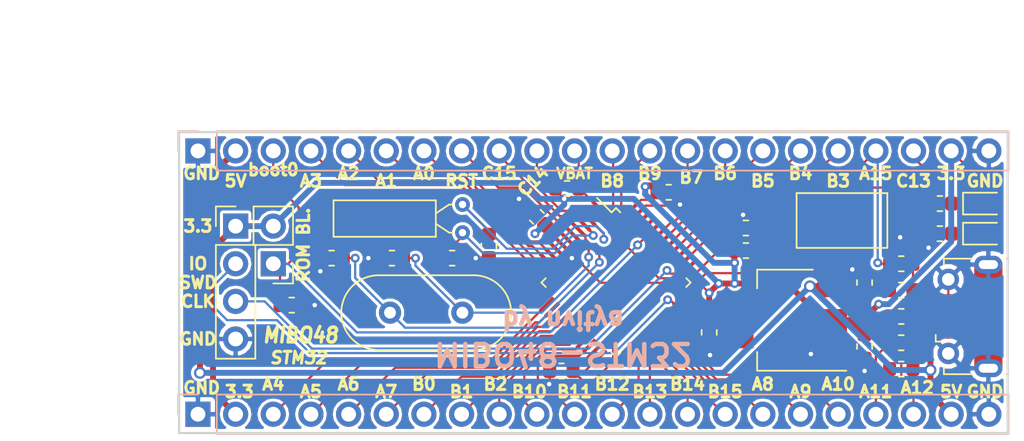
<source format=kicad_pcb>
(kicad_pcb (version 20171130) (host pcbnew "(5.0.0)")

  (general
    (thickness 1.6)
    (drawings 60)
    (tracks 474)
    (zones 0)
    (modules 33)
    (nets 50)
  )

  (page A4)
  (layers
    (0 F.Cu signal)
    (31 B.Cu signal)
    (32 B.Adhes user)
    (33 F.Adhes user)
    (34 B.Paste user)
    (35 F.Paste user)
    (36 B.SilkS user)
    (37 F.SilkS user)
    (38 B.Mask user hide)
    (39 F.Mask user hide)
    (40 Dwgs.User user)
    (41 Cmts.User user)
    (42 Eco1.User user)
    (43 Eco2.User user)
    (44 Edge.Cuts user)
    (45 Margin user)
    (46 B.CrtYd user hide)
    (47 F.CrtYd user)
    (48 B.Fab user)
    (49 F.Fab user hide)
  )

  (setup
    (last_trace_width 0.152)
    (trace_clearance 0.152)
    (zone_clearance 0.2)
    (zone_45_only no)
    (trace_min 0.152)
    (segment_width 0.2)
    (edge_width 0.15)
    (via_size 0.6)
    (via_drill 0.3)
    (via_min_size 0.6)
    (via_min_drill 0.3)
    (uvia_size 0.3)
    (uvia_drill 0.1)
    (uvias_allowed no)
    (uvia_min_size 0.2)
    (uvia_min_drill 0.1)
    (pcb_text_width 0.3)
    (pcb_text_size 1.5 1.5)
    (mod_edge_width 0.15)
    (mod_text_size 1 1)
    (mod_text_width 0.15)
    (pad_size 1.45 1.45)
    (pad_drill 0.85)
    (pad_to_mask_clearance 0.2)
    (aux_axis_origin 128.27 95.25)
    (grid_origin 128.27 95.25)
    (visible_elements 7FFDFE7F)
    (pcbplotparams
      (layerselection 0x010f0_ffffffff)
      (usegerberextensions true)
      (usegerberattributes false)
      (usegerberadvancedattributes false)
      (creategerberjobfile false)
      (excludeedgelayer true)
      (linewidth 0.100000)
      (plotframeref false)
      (viasonmask false)
      (mode 1)
      (useauxorigin true)
      (hpglpennumber 1)
      (hpglpenspeed 20)
      (hpglpendiameter 15.000000)
      (psnegative false)
      (psa4output false)
      (plotreference true)
      (plotvalue true)
      (plotinvisibletext false)
      (padsonsilk false)
      (subtractmaskfromsilk false)
      (outputformat 1)
      (mirror false)
      (drillshape 0)
      (scaleselection 1)
      (outputdirectory "gerber/"))
  )

  (net 0 "")
  (net 1 GND)
  (net 2 /OSC_IN)
  (net 3 /OSC_OUT)
  (net 4 /RESET)
  (net 5 +3V3)
  (net 6 /5V)
  (net 7 /LED1)
  (net 8 /BOOT0)
  (net 9 /PB0)
  (net 10 /PB1)
  (net 11 /PB2)
  (net 12 /PB3)
  (net 13 /PB4)
  (net 14 /PB5)
  (net 15 /PB6)
  (net 16 /PB7)
  (net 17 /PB8)
  (net 18 /PB9)
  (net 19 /PB10)
  (net 20 /PB11)
  (net 21 /PB12)
  (net 22 /PB13)
  (net 23 /PB14)
  (net 24 /PB15)
  (net 25 /OSC32_OUT)
  (net 26 /OSC32_IN)
  (net 27 /PA15)
  (net 28 /PA12)
  (net 29 /PA11)
  (net 30 /PA10)
  (net 31 /PA9)
  (net 32 /PA8)
  (net 33 /PA7)
  (net 34 /PA6)
  (net 35 /PA5)
  (net 36 /PA4)
  (net 37 /PA3)
  (net 38 /PA2)
  (net 39 /PA1)
  (net 40 /PA0)
  (net 41 /VBAT)
  (net 42 "Net-(J4-Pad4)")
  (net 43 "Net-(J4-Pad3)")
  (net 44 "Net-(J4-Pad2)")
  (net 45 /SWDCLK)
  (net 46 /SWDIO)
  (net 47 "Net-(R5-Pad1)")
  (net 48 "Net-(D1-Pad1)")
  (net 49 "Net-(D2-Pad1)")

  (net_class Default "This is the default net class."
    (clearance 0.152)
    (trace_width 0.152)
    (via_dia 0.6)
    (via_drill 0.3)
    (uvia_dia 0.3)
    (uvia_drill 0.1)
    (add_net +3V3)
    (add_net /BOOT0)
    (add_net /LED1)
    (add_net /OSC32_IN)
    (add_net /OSC32_OUT)
    (add_net /OSC_IN)
    (add_net /OSC_OUT)
    (add_net /PA0)
    (add_net /PA1)
    (add_net /PA10)
    (add_net /PA11)
    (add_net /PA12)
    (add_net /PA15)
    (add_net /PA2)
    (add_net /PA3)
    (add_net /PA4)
    (add_net /PA5)
    (add_net /PA6)
    (add_net /PA7)
    (add_net /PA8)
    (add_net /PA9)
    (add_net /PB0)
    (add_net /PB1)
    (add_net /PB10)
    (add_net /PB11)
    (add_net /PB12)
    (add_net /PB13)
    (add_net /PB14)
    (add_net /PB15)
    (add_net /PB2)
    (add_net /PB3)
    (add_net /PB4)
    (add_net /PB5)
    (add_net /PB6)
    (add_net /PB7)
    (add_net /PB8)
    (add_net /PB9)
    (add_net /RESET)
    (add_net /SWDCLK)
    (add_net /SWDIO)
    (add_net /VBAT)
    (add_net GND)
    (add_net "Net-(D1-Pad1)")
    (add_net "Net-(D2-Pad1)")
    (add_net "Net-(J4-Pad2)")
    (add_net "Net-(J4-Pad3)")
    (add_net "Net-(J4-Pad4)")
    (add_net "Net-(R5-Pad1)")
  )

  (net_class power ""
    (clearance 0.152)
    (trace_width 0.4)
    (via_dia 0.8)
    (via_drill 0.5)
    (uvia_dia 0.3)
    (uvia_drill 0.1)
    (add_net /5V)
  )

  (module Resistor_SMD:R_0603_1608Metric (layer F.Cu) (tedit 5B9CC306) (tstamp 5BA956E5)
    (at 135.864499 106.934)
    (descr "Resistor SMD 0603 (1608 Metric), square (rectangular) end terminal, IPC_7351 nominal, (Body size source: http://www.tortai-tech.com/upload/download/2011102023233369053.pdf), generated with kicad-footprint-generator")
    (tags resistor)
    (path /5B9BA2C2)
    (attr smd)
    (fp_text reference R1 (at 0 -1.43) (layer F.SilkS) hide
      (effects (font (size 1 1) (thickness 0.15)))
    )
    (fp_text value 100k (at 0 1.43) (layer F.Fab)
      (effects (font (size 1 1) (thickness 0.15)))
    )
    (fp_line (start -0.8 0.4) (end -0.8 -0.4) (layer F.Fab) (width 0.1))
    (fp_line (start -0.8 -0.4) (end 0.8 -0.4) (layer F.Fab) (width 0.1))
    (fp_line (start 0.8 -0.4) (end 0.8 0.4) (layer F.Fab) (width 0.1))
    (fp_line (start 0.8 0.4) (end -0.8 0.4) (layer F.Fab) (width 0.1))
    (fp_line (start -0.162779 -0.51) (end 0.162779 -0.51) (layer F.SilkS) (width 0.12))
    (fp_line (start -0.162779 0.51) (end 0.162779 0.51) (layer F.SilkS) (width 0.12))
    (fp_line (start -1.48 0.73) (end -1.48 -0.73) (layer F.CrtYd) (width 0.05))
    (fp_line (start -1.48 -0.73) (end 1.48 -0.73) (layer F.CrtYd) (width 0.05))
    (fp_line (start 1.48 -0.73) (end 1.48 0.73) (layer F.CrtYd) (width 0.05))
    (fp_line (start 1.48 0.73) (end -1.48 0.73) (layer F.CrtYd) (width 0.05))
    (fp_text user %R (at 0 0) (layer F.Fab)
      (effects (font (size 0.4 0.4) (thickness 0.06)))
    )
    (pad 1 smd roundrect (at -0.7875 0) (size 0.875 0.95) (layers F.Cu F.Paste F.Mask) (roundrect_rratio 0.25)
      (net 8 /BOOT0))
    (pad 2 smd roundrect (at 0.7875 0) (size 0.875 0.95) (layers F.Cu F.Paste F.Mask) (roundrect_rratio 0.25)
      (net 1 GND))
    (model ${KISYS3DMOD}/Resistor_SMD.3dshapes/R_0603_1608Metric.wrl
      (at (xyz 0 0 0))
      (scale (xyz 1 1 1))
      (rotate (xyz 0 0 0))
    )
  )

  (module Button_Switch_SMD:SW_SPST_CK_RS282G05A3 (layer F.Cu) (tedit 5B9CC325) (tstamp 5BA95785)
    (at 172.974 101.219)
    (descr https://www.mouser.com/ds/2/60/RS-282G05A-SM_RT-1159762.pdf)
    (tags "SPST button tactile switch")
    (path /5B9C39B7)
    (attr smd)
    (fp_text reference SW1 (at 0 -2.6) (layer F.SilkS) hide
      (effects (font (size 1 1) (thickness 0.15)))
    )
    (fp_text value Reset (at 0 3) (layer F.Fab)
      (effects (font (size 1 1) (thickness 0.15)))
    )
    (fp_line (start -4.9 2.05) (end -4.9 -2.05) (layer F.CrtYd) (width 0.05))
    (fp_line (start 4.9 2.05) (end -4.9 2.05) (layer F.CrtYd) (width 0.05))
    (fp_line (start 4.9 -2.05) (end 4.9 2.05) (layer F.CrtYd) (width 0.05))
    (fp_line (start -4.9 -2.05) (end 4.9 -2.05) (layer F.CrtYd) (width 0.05))
    (fp_text user %R (at 0 -2.6) (layer F.Fab)
      (effects (font (size 1 1) (thickness 0.15)))
    )
    (fp_line (start -1.75 -1) (end 1.75 -1) (layer F.Fab) (width 0.1))
    (fp_line (start 1.75 -1) (end 1.75 1) (layer F.Fab) (width 0.1))
    (fp_line (start 1.75 1) (end -1.75 1) (layer F.Fab) (width 0.1))
    (fp_line (start -1.75 1) (end -1.75 -1) (layer F.Fab) (width 0.1))
    (fp_line (start -3.06 -1.85) (end 3.06 -1.85) (layer F.SilkS) (width 0.12))
    (fp_line (start 3.06 -1.85) (end 3.06 1.85) (layer F.SilkS) (width 0.12))
    (fp_line (start 3.06 1.85) (end -3.06 1.85) (layer F.SilkS) (width 0.12))
    (fp_line (start -3.06 1.85) (end -3.06 -1.85) (layer F.SilkS) (width 0.12))
    (fp_line (start -1.5 0.8) (end 1.5 0.8) (layer F.Fab) (width 0.1))
    (fp_line (start -1.5 -0.8) (end 1.5 -0.8) (layer F.Fab) (width 0.1))
    (fp_line (start 1.5 -0.8) (end 1.5 0.8) (layer F.Fab) (width 0.1))
    (fp_line (start -1.5 -0.8) (end -1.5 0.8) (layer F.Fab) (width 0.1))
    (fp_line (start -3 1.8) (end 3 1.8) (layer F.Fab) (width 0.1))
    (fp_line (start -3 -1.8) (end 3 -1.8) (layer F.Fab) (width 0.1))
    (fp_line (start -3 -1.8) (end -3 1.8) (layer F.Fab) (width 0.1))
    (fp_line (start 3 -1.8) (end 3 1.8) (layer F.Fab) (width 0.1))
    (pad 1 smd rect (at -3.9 0) (size 1.5 1.5) (layers F.Cu F.Paste F.Mask)
      (net 4 /RESET))
    (pad 2 smd rect (at 3.9 0) (size 1.5 1.5) (layers F.Cu F.Paste F.Mask)
      (net 1 GND))
    (model ${KISYS3DMOD}/Button_Switch_SMD.3dshapes/SW_SPST_CK_RS282G05A3.wrl
      (at (xyz 0 0 0))
      (scale (xyz 1 1 1))
      (rotate (xyz 0 0 0))
    )
  )

  (module Package_QFP:LQFP-48_7x7mm_P0.5mm (layer F.Cu) (tedit 5B9D39D5) (tstamp 5BA9579F)
    (at 157.734 105.41 315)
    (descr "48 LEAD LQFP 7x7mm (see MICREL LQFP7x7-48LD-PL-1.pdf)")
    (tags "QFP 0.5")
    (path /5B9A95FB)
    (attr smd)
    (fp_text reference U1 (at -4.22072 -4.579931 315) (layer F.SilkS) hide
      (effects (font (size 1 1) (thickness 0.15)))
    )
    (fp_text value STM32F303CBTx (at 0 6 315) (layer F.Fab)
      (effects (font (size 1 1) (thickness 0.15)))
    )
    (fp_line (start 3.13 3.75) (end 3.75 3.75) (layer F.CrtYd) (width 0.05))
    (fp_line (start 3.75 3.13) (end 3.75 3.75) (layer F.CrtYd) (width 0.05))
    (fp_line (start 3.13 5.25) (end 3.13 3.75) (layer F.CrtYd) (width 0.05))
    (fp_text user %R (at 0 0 315) (layer F.Fab)
      (effects (font (size 1 1) (thickness 0.15)))
    )
    (fp_line (start -2.5 -3.5) (end 3.5 -3.5) (layer F.Fab) (width 0.1))
    (fp_line (start 3.5 -3.5) (end 3.5 3.5) (layer F.Fab) (width 0.1))
    (fp_line (start 3.5 3.5) (end -3.5 3.5) (layer F.Fab) (width 0.1))
    (fp_line (start -3.5 3.5) (end -3.5 -2.5) (layer F.Fab) (width 0.1))
    (fp_line (start -3.5 -2.5) (end -2.5 -3.5) (layer F.Fab) (width 0.1))
    (fp_line (start -5.25 -3.13) (end -5.25 3.13) (layer F.CrtYd) (width 0.05))
    (fp_line (start 5.25 -3.13) (end 5.25 3.13) (layer F.CrtYd) (width 0.05))
    (fp_line (start -3.13 -5.25) (end 3.13 -5.25) (layer F.CrtYd) (width 0.05))
    (fp_line (start -3.13 5.25) (end 3.13 5.25) (layer F.CrtYd) (width 0.05))
    (fp_line (start 3.56 -3.56) (end 3.56 -3.14) (layer F.SilkS) (width 0.12))
    (fp_line (start 3.56 3.56) (end 3.56 3.14) (layer F.SilkS) (width 0.12))
    (fp_line (start -3.56 3.56) (end -3.56 3.14) (layer F.SilkS) (width 0.12))
    (fp_line (start -3.56 -3.56) (end -3.14 -3.56) (layer F.SilkS) (width 0.12))
    (fp_line (start 3.56 3.56) (end 3.14 3.56) (layer F.SilkS) (width 0.12))
    (fp_line (start 3.56 -3.56) (end 3.14 -3.56) (layer F.SilkS) (width 0.12))
    (fp_line (start -3.56 -3.14) (end -4.94 -3.14) (layer F.SilkS) (width 0.12))
    (fp_line (start -3.56 -3.56) (end -3.56 -3.14) (layer F.SilkS) (width 0.12))
    (fp_line (start -3.56 3.56) (end -3.14 3.56) (layer F.SilkS) (width 0.12))
    (fp_line (start 3.75 3.13) (end 5.25 3.13) (layer F.CrtYd) (width 0.05))
    (fp_line (start 3.75 -3.13) (end 5.25 -3.13) (layer F.CrtYd) (width 0.05))
    (fp_line (start 3.13 -3.75) (end 3.13 -5.25) (layer F.CrtYd) (width 0.05))
    (fp_line (start -3.13 -3.75) (end -3.13 -5.25) (layer F.CrtYd) (width 0.05))
    (fp_line (start -3.75 -3.13) (end -5.25 -3.13) (layer F.CrtYd) (width 0.05))
    (fp_line (start -3.75 3.13) (end -5.25 3.13) (layer F.CrtYd) (width 0.05))
    (fp_line (start -3.13 3.75) (end -3.13 5.25) (layer F.CrtYd) (width 0.05))
    (fp_line (start 3.13 -3.75) (end 3.75 -3.75) (layer F.CrtYd) (width 0.05))
    (fp_line (start 3.75 -3.13) (end 3.75 -3.75) (layer F.CrtYd) (width 0.05))
    (fp_line (start -3.75 3.13) (end -3.75 3.75) (layer F.CrtYd) (width 0.05))
    (fp_line (start -3.13 3.75) (end -3.75 3.75) (layer F.CrtYd) (width 0.05))
    (fp_line (start -3.75 -3.13) (end -3.75 -3.75) (layer F.CrtYd) (width 0.05))
    (fp_line (start -3.13 -3.75) (end -3.75 -3.75) (layer F.CrtYd) (width 0.05))
    (pad 1 smd rect (at -4.35 -2.75 315) (size 1.3 0.25) (layers F.Cu F.Paste F.Mask)
      (net 41 /VBAT))
    (pad 2 smd rect (at -4.35 -2.25 315) (size 1.3 0.25) (layers F.Cu F.Paste F.Mask)
      (net 7 /LED1))
    (pad 3 smd rect (at -4.35 -1.749999 315) (size 1.3 0.25) (layers F.Cu F.Paste F.Mask)
      (net 26 /OSC32_IN))
    (pad 4 smd rect (at -4.35 -1.25 315) (size 1.3 0.25) (layers F.Cu F.Paste F.Mask)
      (net 25 /OSC32_OUT))
    (pad 5 smd rect (at -4.35 -0.750001 315) (size 1.3 0.25) (layers F.Cu F.Paste F.Mask)
      (net 2 /OSC_IN))
    (pad 6 smd rect (at -4.35 -0.25 315) (size 1.3 0.25) (layers F.Cu F.Paste F.Mask)
      (net 3 /OSC_OUT))
    (pad 7 smd rect (at -4.35 0.25 315) (size 1.3 0.25) (layers F.Cu F.Paste F.Mask)
      (net 4 /RESET))
    (pad 8 smd rect (at -4.35 0.750001 315) (size 1.3 0.25) (layers F.Cu F.Paste F.Mask)
      (net 1 GND))
    (pad 9 smd rect (at -4.35 1.25 315) (size 1.3 0.25) (layers F.Cu F.Paste F.Mask)
      (net 5 +3V3))
    (pad 10 smd rect (at -4.35 1.749999 315) (size 1.3 0.25) (layers F.Cu F.Paste F.Mask)
      (net 40 /PA0))
    (pad 11 smd rect (at -4.35 2.25 315) (size 1.3 0.25) (layers F.Cu F.Paste F.Mask)
      (net 39 /PA1))
    (pad 12 smd rect (at -4.35 2.75 315) (size 1.3 0.25) (layers F.Cu F.Paste F.Mask)
      (net 38 /PA2))
    (pad 13 smd rect (at -2.75 4.35 45) (size 1.3 0.25) (layers F.Cu F.Paste F.Mask)
      (net 37 /PA3))
    (pad 14 smd rect (at -2.25 4.35 45) (size 1.3 0.25) (layers F.Cu F.Paste F.Mask)
      (net 36 /PA4))
    (pad 15 smd rect (at -1.749999 4.35 45) (size 1.3 0.25) (layers F.Cu F.Paste F.Mask)
      (net 35 /PA5))
    (pad 16 smd rect (at -1.25 4.35 45) (size 1.3 0.25) (layers F.Cu F.Paste F.Mask)
      (net 34 /PA6))
    (pad 17 smd rect (at -0.750001 4.35 45) (size 1.3 0.25) (layers F.Cu F.Paste F.Mask)
      (net 33 /PA7))
    (pad 18 smd rect (at -0.25 4.35 45) (size 1.3 0.25) (layers F.Cu F.Paste F.Mask)
      (net 9 /PB0))
    (pad 19 smd rect (at 0.25 4.35 45) (size 1.3 0.25) (layers F.Cu F.Paste F.Mask)
      (net 10 /PB1))
    (pad 20 smd rect (at 0.750001 4.35 45) (size 1.3 0.25) (layers F.Cu F.Paste F.Mask)
      (net 11 /PB2))
    (pad 21 smd rect (at 1.25 4.35 45) (size 1.3 0.25) (layers F.Cu F.Paste F.Mask)
      (net 19 /PB10))
    (pad 22 smd rect (at 1.749999 4.35 45) (size 1.3 0.25) (layers F.Cu F.Paste F.Mask)
      (net 20 /PB11))
    (pad 23 smd rect (at 2.25 4.35 45) (size 1.3 0.25) (layers F.Cu F.Paste F.Mask)
      (net 1 GND))
    (pad 24 smd rect (at 2.75 4.35 45) (size 1.3 0.25) (layers F.Cu F.Paste F.Mask)
      (net 5 +3V3))
    (pad 25 smd rect (at 4.35 2.75 315) (size 1.3 0.25) (layers F.Cu F.Paste F.Mask)
      (net 21 /PB12))
    (pad 26 smd rect (at 4.35 2.25 315) (size 1.3 0.25) (layers F.Cu F.Paste F.Mask)
      (net 22 /PB13))
    (pad 27 smd rect (at 4.35 1.749999 315) (size 1.3 0.25) (layers F.Cu F.Paste F.Mask)
      (net 23 /PB14))
    (pad 28 smd rect (at 4.35 1.25 315) (size 1.3 0.25) (layers F.Cu F.Paste F.Mask)
      (net 24 /PB15))
    (pad 29 smd rect (at 4.35 0.750001 315) (size 1.3 0.25) (layers F.Cu F.Paste F.Mask)
      (net 32 /PA8))
    (pad 30 smd rect (at 4.35 0.25 315) (size 1.3 0.25) (layers F.Cu F.Paste F.Mask)
      (net 31 /PA9))
    (pad 31 smd rect (at 4.35 -0.25 315) (size 1.3 0.25) (layers F.Cu F.Paste F.Mask)
      (net 30 /PA10))
    (pad 32 smd rect (at 4.35 -0.750001 315) (size 1.3 0.25) (layers F.Cu F.Paste F.Mask)
      (net 29 /PA11))
    (pad 33 smd rect (at 4.35 -1.25 315) (size 1.3 0.25) (layers F.Cu F.Paste F.Mask)
      (net 28 /PA12))
    (pad 34 smd rect (at 4.35 -1.749999 315) (size 1.3 0.25) (layers F.Cu F.Paste F.Mask)
      (net 46 /SWDIO))
    (pad 35 smd rect (at 4.35 -2.25 315) (size 1.3 0.25) (layers F.Cu F.Paste F.Mask)
      (net 1 GND))
    (pad 36 smd rect (at 4.35 -2.75 315) (size 1.3 0.25) (layers F.Cu F.Paste F.Mask)
      (net 5 +3V3))
    (pad 37 smd rect (at 2.75 -4.35 45) (size 1.3 0.25) (layers F.Cu F.Paste F.Mask)
      (net 45 /SWDCLK))
    (pad 38 smd rect (at 2.25 -4.35 45) (size 1.3 0.25) (layers F.Cu F.Paste F.Mask)
      (net 27 /PA15))
    (pad 39 smd rect (at 1.749999 -4.35 45) (size 1.3 0.25) (layers F.Cu F.Paste F.Mask)
      (net 12 /PB3))
    (pad 40 smd rect (at 1.25 -4.35 45) (size 1.3 0.25) (layers F.Cu F.Paste F.Mask)
      (net 13 /PB4))
    (pad 41 smd rect (at 0.750001 -4.35 45) (size 1.3 0.25) (layers F.Cu F.Paste F.Mask)
      (net 14 /PB5))
    (pad 42 smd rect (at 0.25 -4.35 45) (size 1.3 0.25) (layers F.Cu F.Paste F.Mask)
      (net 15 /PB6))
    (pad 43 smd rect (at -0.25 -4.35 45) (size 1.3 0.25) (layers F.Cu F.Paste F.Mask)
      (net 16 /PB7))
    (pad 44 smd rect (at -0.750001 -4.35 45) (size 1.3 0.25) (layers F.Cu F.Paste F.Mask)
      (net 8 /BOOT0))
    (pad 45 smd rect (at -1.25 -4.35 45) (size 1.3 0.25) (layers F.Cu F.Paste F.Mask)
      (net 17 /PB8))
    (pad 46 smd rect (at -1.749999 -4.35 45) (size 1.3 0.25) (layers F.Cu F.Paste F.Mask)
      (net 18 /PB9))
    (pad 47 smd rect (at -2.25 -4.35 45) (size 1.3 0.25) (layers F.Cu F.Paste F.Mask)
      (net 1 GND))
    (pad 48 smd rect (at -2.75 -4.35 45) (size 1.3 0.25) (layers F.Cu F.Paste F.Mask)
      (net 5 +3V3))
    (model ${KISYS3DMOD}/Package_QFP.3dshapes/LQFP-48_7x7mm_P0.5mm.wrl
      (at (xyz 0 0 0))
      (scale (xyz 1 1 1))
      (rotate (xyz 0 0 0))
    )
  )

  (module Capacitor_SMD:C_0603_1608Metric (layer F.Cu) (tedit 5B9CC39A) (tstamp 5BA95587)
    (at 152.4 100.965 135)
    (descr "Capacitor SMD 0603 (1608 Metric), square (rectangular) end terminal, IPC_7351 nominal, (Body size source: http://www.tortai-tech.com/upload/download/2011102023233369053.pdf), generated with kicad-footprint-generator")
    (tags capacitor)
    (path /5B9AE1DD)
    (attr smd)
    (fp_text reference C4 (at 0 -1.43 135) (layer F.SilkS) hide
      (effects (font (size 1 1) (thickness 0.15)))
    )
    (fp_text value 100nF (at 0 1.43 135) (layer F.Fab)
      (effects (font (size 1 1) (thickness 0.15)))
    )
    (fp_text user %R (at 0 0 135) (layer F.Fab)
      (effects (font (size 0.4 0.4) (thickness 0.06)))
    )
    (fp_line (start 1.48 0.73) (end -1.48 0.73) (layer F.CrtYd) (width 0.05))
    (fp_line (start 1.48 -0.73) (end 1.48 0.73) (layer F.CrtYd) (width 0.05))
    (fp_line (start -1.48 -0.73) (end 1.48 -0.73) (layer F.CrtYd) (width 0.05))
    (fp_line (start -1.48 0.73) (end -1.48 -0.73) (layer F.CrtYd) (width 0.05))
    (fp_line (start -0.162779 0.51) (end 0.162779 0.51) (layer F.SilkS) (width 0.12))
    (fp_line (start -0.162779 -0.51) (end 0.162779 -0.51) (layer F.SilkS) (width 0.12))
    (fp_line (start 0.8 0.4) (end -0.8 0.4) (layer F.Fab) (width 0.1))
    (fp_line (start 0.8 -0.4) (end 0.8 0.4) (layer F.Fab) (width 0.1))
    (fp_line (start -0.8 -0.4) (end 0.8 -0.4) (layer F.Fab) (width 0.1))
    (fp_line (start -0.8 0.4) (end -0.8 -0.4) (layer F.Fab) (width 0.1))
    (pad 2 smd roundrect (at 0.787501 0 135) (size 0.875 0.95) (layers F.Cu F.Paste F.Mask) (roundrect_rratio 0.25)
      (net 1 GND))
    (pad 1 smd roundrect (at -0.787501 0 135) (size 0.875 0.95) (layers F.Cu F.Paste F.Mask) (roundrect_rratio 0.25)
      (net 5 +3V3))
    (model ${KISYS3DMOD}/Capacitor_SMD.3dshapes/C_0603_1608Metric.wrl
      (at (xyz 0 0 0))
      (scale (xyz 1 1 1))
      (rotate (xyz 0 0 0))
    )
  )

  (module Capacitor_SMD:C_0603_1608Metric (layer F.Cu) (tedit 5B9CC3AA) (tstamp 5BA95597)
    (at 161.29 99.314)
    (descr "Capacitor SMD 0603 (1608 Metric), square (rectangular) end terminal, IPC_7351 nominal, (Body size source: http://www.tortai-tech.com/upload/download/2011102023233369053.pdf), generated with kicad-footprint-generator")
    (tags capacitor)
    (path /5B9AE0E3)
    (attr smd)
    (fp_text reference C5 (at 0 -1.43) (layer F.SilkS) hide
      (effects (font (size 1 1) (thickness 0.15)))
    )
    (fp_text value 100nF (at 0 1.43) (layer F.Fab)
      (effects (font (size 1 1) (thickness 0.15)))
    )
    (fp_text user %R (at 0 0) (layer F.Fab)
      (effects (font (size 0.4 0.4) (thickness 0.06)))
    )
    (fp_line (start 1.48 0.73) (end -1.48 0.73) (layer F.CrtYd) (width 0.05))
    (fp_line (start 1.48 -0.73) (end 1.48 0.73) (layer F.CrtYd) (width 0.05))
    (fp_line (start -1.48 -0.73) (end 1.48 -0.73) (layer F.CrtYd) (width 0.05))
    (fp_line (start -1.48 0.73) (end -1.48 -0.73) (layer F.CrtYd) (width 0.05))
    (fp_line (start -0.162779 0.51) (end 0.162779 0.51) (layer F.SilkS) (width 0.12))
    (fp_line (start -0.162779 -0.51) (end 0.162779 -0.51) (layer F.SilkS) (width 0.12))
    (fp_line (start 0.8 0.4) (end -0.8 0.4) (layer F.Fab) (width 0.1))
    (fp_line (start 0.8 -0.4) (end 0.8 0.4) (layer F.Fab) (width 0.1))
    (fp_line (start -0.8 -0.4) (end 0.8 -0.4) (layer F.Fab) (width 0.1))
    (fp_line (start -0.8 0.4) (end -0.8 -0.4) (layer F.Fab) (width 0.1))
    (pad 2 smd roundrect (at 0.7875 0) (size 0.875 0.95) (layers F.Cu F.Paste F.Mask) (roundrect_rratio 0.25)
      (net 1 GND))
    (pad 1 smd roundrect (at -0.7875 0) (size 0.875 0.95) (layers F.Cu F.Paste F.Mask) (roundrect_rratio 0.25)
      (net 5 +3V3))
    (model ${KISYS3DMOD}/Capacitor_SMD.3dshapes/C_0603_1608Metric.wrl
      (at (xyz 0 0 0))
      (scale (xyz 1 1 1))
      (rotate (xyz 0 0 0))
    )
  )

  (module Capacitor_SMD:C_0603_1608Metric (layer F.Cu) (tedit 5B9CC32C) (tstamp 5BA95557)
    (at 138.557 103.759 180)
    (descr "Capacitor SMD 0603 (1608 Metric), square (rectangular) end terminal, IPC_7351 nominal, (Body size source: http://www.tortai-tech.com/upload/download/2011102023233369053.pdf), generated with kicad-footprint-generator")
    (tags capacitor)
    (path /5B9AF9F2)
    (attr smd)
    (fp_text reference C1 (at 0 -1.43 180) (layer F.SilkS) hide
      (effects (font (size 1 1) (thickness 0.15)))
    )
    (fp_text value 22pF (at 0 1.43 180) (layer F.Fab)
      (effects (font (size 1 1) (thickness 0.15)))
    )
    (fp_text user %R (at 0 0 180) (layer F.Fab)
      (effects (font (size 0.4 0.4) (thickness 0.06)))
    )
    (fp_line (start 1.48 0.73) (end -1.48 0.73) (layer F.CrtYd) (width 0.05))
    (fp_line (start 1.48 -0.73) (end 1.48 0.73) (layer F.CrtYd) (width 0.05))
    (fp_line (start -1.48 -0.73) (end 1.48 -0.73) (layer F.CrtYd) (width 0.05))
    (fp_line (start -1.48 0.73) (end -1.48 -0.73) (layer F.CrtYd) (width 0.05))
    (fp_line (start -0.162779 0.51) (end 0.162779 0.51) (layer F.SilkS) (width 0.12))
    (fp_line (start -0.162779 -0.51) (end 0.162779 -0.51) (layer F.SilkS) (width 0.12))
    (fp_line (start 0.8 0.4) (end -0.8 0.4) (layer F.Fab) (width 0.1))
    (fp_line (start 0.8 -0.4) (end 0.8 0.4) (layer F.Fab) (width 0.1))
    (fp_line (start -0.8 -0.4) (end 0.8 -0.4) (layer F.Fab) (width 0.1))
    (fp_line (start -0.8 0.4) (end -0.8 -0.4) (layer F.Fab) (width 0.1))
    (pad 2 smd roundrect (at 0.7875 0 180) (size 0.875 0.95) (layers F.Cu F.Paste F.Mask) (roundrect_rratio 0.25)
      (net 1 GND))
    (pad 1 smd roundrect (at -0.7875 0 180) (size 0.875 0.95) (layers F.Cu F.Paste F.Mask) (roundrect_rratio 0.25)
      (net 2 /OSC_IN))
    (model ${KISYS3DMOD}/Capacitor_SMD.3dshapes/C_0603_1608Metric.wrl
      (at (xyz 0 0 0))
      (scale (xyz 1 1 1))
      (rotate (xyz 0 0 0))
    )
  )

  (module Capacitor_SMD:C_0603_1608Metric (layer F.Cu) (tedit 5B9CC32F) (tstamp 5BA95567)
    (at 142.621 103.759 180)
    (descr "Capacitor SMD 0603 (1608 Metric), square (rectangular) end terminal, IPC_7351 nominal, (Body size source: http://www.tortai-tech.com/upload/download/2011102023233369053.pdf), generated with kicad-footprint-generator")
    (tags capacitor)
    (path /5B9AFB25)
    (attr smd)
    (fp_text reference C2 (at 0 -1.43 180) (layer F.SilkS) hide
      (effects (font (size 1 1) (thickness 0.15)))
    )
    (fp_text value 22pF (at 0 1.43 180) (layer F.Fab)
      (effects (font (size 1 1) (thickness 0.15)))
    )
    (fp_line (start -0.8 0.4) (end -0.8 -0.4) (layer F.Fab) (width 0.1))
    (fp_line (start -0.8 -0.4) (end 0.8 -0.4) (layer F.Fab) (width 0.1))
    (fp_line (start 0.8 -0.4) (end 0.8 0.4) (layer F.Fab) (width 0.1))
    (fp_line (start 0.8 0.4) (end -0.8 0.4) (layer F.Fab) (width 0.1))
    (fp_line (start -0.162779 -0.51) (end 0.162779 -0.51) (layer F.SilkS) (width 0.12))
    (fp_line (start -0.162779 0.51) (end 0.162779 0.51) (layer F.SilkS) (width 0.12))
    (fp_line (start -1.48 0.73) (end -1.48 -0.73) (layer F.CrtYd) (width 0.05))
    (fp_line (start -1.48 -0.73) (end 1.48 -0.73) (layer F.CrtYd) (width 0.05))
    (fp_line (start 1.48 -0.73) (end 1.48 0.73) (layer F.CrtYd) (width 0.05))
    (fp_line (start 1.48 0.73) (end -1.48 0.73) (layer F.CrtYd) (width 0.05))
    (fp_text user %R (at 0 0 180) (layer F.Fab)
      (effects (font (size 0.4 0.4) (thickness 0.06)))
    )
    (pad 1 smd roundrect (at -0.7875 0 180) (size 0.875 0.95) (layers F.Cu F.Paste F.Mask) (roundrect_rratio 0.25)
      (net 3 /OSC_OUT))
    (pad 2 smd roundrect (at 0.7875 0 180) (size 0.875 0.95) (layers F.Cu F.Paste F.Mask) (roundrect_rratio 0.25)
      (net 1 GND))
    (model ${KISYS3DMOD}/Capacitor_SMD.3dshapes/C_0603_1608Metric.wrl
      (at (xyz 0 0 0))
      (scale (xyz 1 1 1))
      (rotate (xyz 0 0 0))
    )
  )

  (module Capacitor_SMD:C_0603_1608Metric (layer F.Cu) (tedit 5B9CC310) (tstamp 5BA95577)
    (at 166.497 101.727 180)
    (descr "Capacitor SMD 0603 (1608 Metric), square (rectangular) end terminal, IPC_7351 nominal, (Body size source: http://www.tortai-tech.com/upload/download/2011102023233369053.pdf), generated with kicad-footprint-generator")
    (tags capacitor)
    (path /5B9BD31B)
    (attr smd)
    (fp_text reference C3 (at 0 -1.43 180) (layer F.SilkS) hide
      (effects (font (size 1 1) (thickness 0.15)))
    )
    (fp_text value 10nF (at 0 1.43 180) (layer F.Fab)
      (effects (font (size 1 1) (thickness 0.15)))
    )
    (fp_line (start -0.8 0.4) (end -0.8 -0.4) (layer F.Fab) (width 0.1))
    (fp_line (start -0.8 -0.4) (end 0.8 -0.4) (layer F.Fab) (width 0.1))
    (fp_line (start 0.8 -0.4) (end 0.8 0.4) (layer F.Fab) (width 0.1))
    (fp_line (start 0.8 0.4) (end -0.8 0.4) (layer F.Fab) (width 0.1))
    (fp_line (start -0.162779 -0.51) (end 0.162779 -0.51) (layer F.SilkS) (width 0.12))
    (fp_line (start -0.162779 0.51) (end 0.162779 0.51) (layer F.SilkS) (width 0.12))
    (fp_line (start -1.48 0.73) (end -1.48 -0.73) (layer F.CrtYd) (width 0.05))
    (fp_line (start -1.48 -0.73) (end 1.48 -0.73) (layer F.CrtYd) (width 0.05))
    (fp_line (start 1.48 -0.73) (end 1.48 0.73) (layer F.CrtYd) (width 0.05))
    (fp_line (start 1.48 0.73) (end -1.48 0.73) (layer F.CrtYd) (width 0.05))
    (fp_text user %R (at 0 0 180) (layer F.Fab)
      (effects (font (size 0.4 0.4) (thickness 0.06)))
    )
    (pad 1 smd roundrect (at -0.7875 0 180) (size 0.875 0.95) (layers F.Cu F.Paste F.Mask) (roundrect_rratio 0.25)
      (net 4 /RESET))
    (pad 2 smd roundrect (at 0.7875 0 180) (size 0.875 0.95) (layers F.Cu F.Paste F.Mask) (roundrect_rratio 0.25)
      (net 1 GND))
    (model ${KISYS3DMOD}/Capacitor_SMD.3dshapes/C_0603_1608Metric.wrl
      (at (xyz 0 0 0))
      (scale (xyz 1 1 1))
      (rotate (xyz 0 0 0))
    )
  )

  (module Capacitor_SMD:C_0603_1608Metric (layer F.Cu) (tedit 5B9CC3A7) (tstamp 5BA955A7)
    (at 164.0205 108.7755 270)
    (descr "Capacitor SMD 0603 (1608 Metric), square (rectangular) end terminal, IPC_7351 nominal, (Body size source: http://www.tortai-tech.com/upload/download/2011102023233369053.pdf), generated with kicad-footprint-generator")
    (tags capacitor)
    (path /5B9AE1A5)
    (attr smd)
    (fp_text reference C6 (at 0 -1.43 270) (layer F.SilkS) hide
      (effects (font (size 1 1) (thickness 0.15)))
    )
    (fp_text value 100nF (at 0 1.43 270) (layer F.Fab)
      (effects (font (size 1 1) (thickness 0.15)))
    )
    (fp_line (start -0.8 0.4) (end -0.8 -0.4) (layer F.Fab) (width 0.1))
    (fp_line (start -0.8 -0.4) (end 0.8 -0.4) (layer F.Fab) (width 0.1))
    (fp_line (start 0.8 -0.4) (end 0.8 0.4) (layer F.Fab) (width 0.1))
    (fp_line (start 0.8 0.4) (end -0.8 0.4) (layer F.Fab) (width 0.1))
    (fp_line (start -0.162779 -0.51) (end 0.162779 -0.51) (layer F.SilkS) (width 0.12))
    (fp_line (start -0.162779 0.51) (end 0.162779 0.51) (layer F.SilkS) (width 0.12))
    (fp_line (start -1.48 0.73) (end -1.48 -0.73) (layer F.CrtYd) (width 0.05))
    (fp_line (start -1.48 -0.73) (end 1.48 -0.73) (layer F.CrtYd) (width 0.05))
    (fp_line (start 1.48 -0.73) (end 1.48 0.73) (layer F.CrtYd) (width 0.05))
    (fp_line (start 1.48 0.73) (end -1.48 0.73) (layer F.CrtYd) (width 0.05))
    (fp_text user %R (at 0 0 270) (layer F.Fab)
      (effects (font (size 0.4 0.4) (thickness 0.06)))
    )
    (pad 1 smd roundrect (at -0.7875 0 270) (size 0.875 0.95) (layers F.Cu F.Paste F.Mask) (roundrect_rratio 0.25)
      (net 5 +3V3))
    (pad 2 smd roundrect (at 0.7875 0 270) (size 0.875 0.95) (layers F.Cu F.Paste F.Mask) (roundrect_rratio 0.25)
      (net 1 GND))
    (model ${KISYS3DMOD}/Capacitor_SMD.3dshapes/C_0603_1608Metric.wrl
      (at (xyz 0 0 0))
      (scale (xyz 1 1 1))
      (rotate (xyz 0 0 0))
    )
  )

  (module Capacitor_SMD:C_0603_1608Metric (layer F.Cu) (tedit 5B9CC336) (tstamp 5BA955B7)
    (at 154.051 111.379 180)
    (descr "Capacitor SMD 0603 (1608 Metric), square (rectangular) end terminal, IPC_7351 nominal, (Body size source: http://www.tortai-tech.com/upload/download/2011102023233369053.pdf), generated with kicad-footprint-generator")
    (tags capacitor)
    (path /5B9AE26F)
    (attr smd)
    (fp_text reference C7 (at 0 -1.43 180) (layer F.SilkS) hide
      (effects (font (size 1 1) (thickness 0.15)))
    )
    (fp_text value 100nF (at 0 1.43 180) (layer F.Fab)
      (effects (font (size 1 1) (thickness 0.15)))
    )
    (fp_line (start -0.8 0.4) (end -0.8 -0.4) (layer F.Fab) (width 0.1))
    (fp_line (start -0.8 -0.4) (end 0.8 -0.4) (layer F.Fab) (width 0.1))
    (fp_line (start 0.8 -0.4) (end 0.8 0.4) (layer F.Fab) (width 0.1))
    (fp_line (start 0.8 0.4) (end -0.8 0.4) (layer F.Fab) (width 0.1))
    (fp_line (start -0.162779 -0.51) (end 0.162779 -0.51) (layer F.SilkS) (width 0.12))
    (fp_line (start -0.162779 0.51) (end 0.162779 0.51) (layer F.SilkS) (width 0.12))
    (fp_line (start -1.48 0.73) (end -1.48 -0.73) (layer F.CrtYd) (width 0.05))
    (fp_line (start -1.48 -0.73) (end 1.48 -0.73) (layer F.CrtYd) (width 0.05))
    (fp_line (start 1.48 -0.73) (end 1.48 0.73) (layer F.CrtYd) (width 0.05))
    (fp_line (start 1.48 0.73) (end -1.48 0.73) (layer F.CrtYd) (width 0.05))
    (fp_text user %R (at 0 0 180) (layer F.Fab)
      (effects (font (size 0.4 0.4) (thickness 0.06)))
    )
    (pad 1 smd roundrect (at -0.7875 0 180) (size 0.875 0.95) (layers F.Cu F.Paste F.Mask) (roundrect_rratio 0.25)
      (net 5 +3V3))
    (pad 2 smd roundrect (at 0.7875 0 180) (size 0.875 0.95) (layers F.Cu F.Paste F.Mask) (roundrect_rratio 0.25)
      (net 1 GND))
    (model ${KISYS3DMOD}/Capacitor_SMD.3dshapes/C_0603_1608Metric.wrl
      (at (xyz 0 0 0))
      (scale (xyz 1 1 1))
      (rotate (xyz 0 0 0))
    )
  )

  (module Capacitor_SMD:C_0603_1608Metric (layer F.Cu) (tedit 5B9CC3BC) (tstamp 5BA955C7)
    (at 174.498 105.41 90)
    (descr "Capacitor SMD 0603 (1608 Metric), square (rectangular) end terminal, IPC_7351 nominal, (Body size source: http://www.tortai-tech.com/upload/download/2011102023233369053.pdf), generated with kicad-footprint-generator")
    (tags capacitor)
    (path /5B9AC220)
    (attr smd)
    (fp_text reference C8 (at 0 -1.43 90) (layer F.SilkS) hide
      (effects (font (size 1 1) (thickness 0.15)))
    )
    (fp_text value 4.7uF (at 0 1.43 90) (layer F.Fab)
      (effects (font (size 1 1) (thickness 0.15)))
    )
    (fp_text user %R (at 0 0 90) (layer F.Fab)
      (effects (font (size 0.4 0.4) (thickness 0.06)))
    )
    (fp_line (start 1.48 0.73) (end -1.48 0.73) (layer F.CrtYd) (width 0.05))
    (fp_line (start 1.48 -0.73) (end 1.48 0.73) (layer F.CrtYd) (width 0.05))
    (fp_line (start -1.48 -0.73) (end 1.48 -0.73) (layer F.CrtYd) (width 0.05))
    (fp_line (start -1.48 0.73) (end -1.48 -0.73) (layer F.CrtYd) (width 0.05))
    (fp_line (start -0.162779 0.51) (end 0.162779 0.51) (layer F.SilkS) (width 0.12))
    (fp_line (start -0.162779 -0.51) (end 0.162779 -0.51) (layer F.SilkS) (width 0.12))
    (fp_line (start 0.8 0.4) (end -0.8 0.4) (layer F.Fab) (width 0.1))
    (fp_line (start 0.8 -0.4) (end 0.8 0.4) (layer F.Fab) (width 0.1))
    (fp_line (start -0.8 -0.4) (end 0.8 -0.4) (layer F.Fab) (width 0.1))
    (fp_line (start -0.8 0.4) (end -0.8 -0.4) (layer F.Fab) (width 0.1))
    (pad 2 smd roundrect (at 0.7875 0 90) (size 0.875 0.95) (layers F.Cu F.Paste F.Mask) (roundrect_rratio 0.25)
      (net 1 GND))
    (pad 1 smd roundrect (at -0.7875 0 90) (size 0.875 0.95) (layers F.Cu F.Paste F.Mask) (roundrect_rratio 0.25)
      (net 6 /5V))
    (model ${KISYS3DMOD}/Capacitor_SMD.3dshapes/C_0603_1608Metric.wrl
      (at (xyz 0 0 0))
      (scale (xyz 1 1 1))
      (rotate (xyz 0 0 0))
    )
  )

  (module Capacitor_SMD:C_0603_1608Metric (layer F.Cu) (tedit 5B9CC3C0) (tstamp 5BA955D7)
    (at 149.1615 102.9335 270)
    (descr "Capacitor SMD 0603 (1608 Metric), square (rectangular) end terminal, IPC_7351 nominal, (Body size source: http://www.tortai-tech.com/upload/download/2011102023233369053.pdf), generated with kicad-footprint-generator")
    (tags capacitor)
    (path /5B9D6E8C)
    (attr smd)
    (fp_text reference C9 (at 0 -1.43 270) (layer F.SilkS) hide
      (effects (font (size 1 1) (thickness 0.15)))
    )
    (fp_text value 22pF (at 0 1.43 270) (layer F.Fab)
      (effects (font (size 1 1) (thickness 0.15)))
    )
    (fp_line (start -0.8 0.4) (end -0.8 -0.4) (layer F.Fab) (width 0.1))
    (fp_line (start -0.8 -0.4) (end 0.8 -0.4) (layer F.Fab) (width 0.1))
    (fp_line (start 0.8 -0.4) (end 0.8 0.4) (layer F.Fab) (width 0.1))
    (fp_line (start 0.8 0.4) (end -0.8 0.4) (layer F.Fab) (width 0.1))
    (fp_line (start -0.162779 -0.51) (end 0.162779 -0.51) (layer F.SilkS) (width 0.12))
    (fp_line (start -0.162779 0.51) (end 0.162779 0.51) (layer F.SilkS) (width 0.12))
    (fp_line (start -1.48 0.73) (end -1.48 -0.73) (layer F.CrtYd) (width 0.05))
    (fp_line (start -1.48 -0.73) (end 1.48 -0.73) (layer F.CrtYd) (width 0.05))
    (fp_line (start 1.48 -0.73) (end 1.48 0.73) (layer F.CrtYd) (width 0.05))
    (fp_line (start 1.48 0.73) (end -1.48 0.73) (layer F.CrtYd) (width 0.05))
    (fp_text user %R (at 0 0 270) (layer F.Fab)
      (effects (font (size 0.4 0.4) (thickness 0.06)))
    )
    (pad 1 smd roundrect (at -0.7875 0 270) (size 0.875 0.95) (layers F.Cu F.Paste F.Mask) (roundrect_rratio 0.25)
      (net 26 /OSC32_IN))
    (pad 2 smd roundrect (at 0.7875 0 270) (size 0.875 0.95) (layers F.Cu F.Paste F.Mask) (roundrect_rratio 0.25)
      (net 1 GND))
    (model ${KISYS3DMOD}/Capacitor_SMD.3dshapes/C_0603_1608Metric.wrl
      (at (xyz 0 0 0))
      (scale (xyz 1 1 1))
      (rotate (xyz 0 0 0))
    )
  )

  (module Capacitor_SMD:C_0603_1608Metric (layer F.Cu) (tedit 5B9CC3C3) (tstamp 5BA955E7)
    (at 146.685 103.759)
    (descr "Capacitor SMD 0603 (1608 Metric), square (rectangular) end terminal, IPC_7351 nominal, (Body size source: http://www.tortai-tech.com/upload/download/2011102023233369053.pdf), generated with kicad-footprint-generator")
    (tags capacitor)
    (path /5B9D6E93)
    (attr smd)
    (fp_text reference C10 (at 0 -1.43) (layer F.SilkS) hide
      (effects (font (size 1 1) (thickness 0.15)))
    )
    (fp_text value 22pF (at 0 1.43) (layer F.Fab)
      (effects (font (size 1 1) (thickness 0.15)))
    )
    (fp_text user %R (at 0 0) (layer F.Fab)
      (effects (font (size 0.4 0.4) (thickness 0.06)))
    )
    (fp_line (start 1.48 0.73) (end -1.48 0.73) (layer F.CrtYd) (width 0.05))
    (fp_line (start 1.48 -0.73) (end 1.48 0.73) (layer F.CrtYd) (width 0.05))
    (fp_line (start -1.48 -0.73) (end 1.48 -0.73) (layer F.CrtYd) (width 0.05))
    (fp_line (start -1.48 0.73) (end -1.48 -0.73) (layer F.CrtYd) (width 0.05))
    (fp_line (start -0.162779 0.51) (end 0.162779 0.51) (layer F.SilkS) (width 0.12))
    (fp_line (start -0.162779 -0.51) (end 0.162779 -0.51) (layer F.SilkS) (width 0.12))
    (fp_line (start 0.8 0.4) (end -0.8 0.4) (layer F.Fab) (width 0.1))
    (fp_line (start 0.8 -0.4) (end 0.8 0.4) (layer F.Fab) (width 0.1))
    (fp_line (start -0.8 -0.4) (end 0.8 -0.4) (layer F.Fab) (width 0.1))
    (fp_line (start -0.8 0.4) (end -0.8 -0.4) (layer F.Fab) (width 0.1))
    (pad 2 smd roundrect (at 0.7875 0) (size 0.875 0.95) (layers F.Cu F.Paste F.Mask) (roundrect_rratio 0.25)
      (net 1 GND))
    (pad 1 smd roundrect (at -0.7875 0) (size 0.875 0.95) (layers F.Cu F.Paste F.Mask) (roundrect_rratio 0.25)
      (net 25 /OSC32_OUT))
    (model ${KISYS3DMOD}/Capacitor_SMD.3dshapes/C_0603_1608Metric.wrl
      (at (xyz 0 0 0))
      (scale (xyz 1 1 1))
      (rotate (xyz 0 0 0))
    )
  )

  (module Capacitor_SMD:C_0603_1608Metric (layer F.Cu) (tedit 5B9CC3D8) (tstamp 5B9CEEFF)
    (at 174.498 109.728 270)
    (descr "Capacitor SMD 0603 (1608 Metric), square (rectangular) end terminal, IPC_7351 nominal, (Body size source: http://www.tortai-tech.com/upload/download/2011102023233369053.pdf), generated with kicad-footprint-generator")
    (tags capacitor)
    (path /5B9ADE99)
    (attr smd)
    (fp_text reference C11 (at 0 -1.43 270) (layer F.SilkS) hide
      (effects (font (size 1 1) (thickness 0.15)))
    )
    (fp_text value 4.7uF (at 0 1.43 270) (layer F.Fab)
      (effects (font (size 1 1) (thickness 0.15)))
    )
    (fp_line (start -0.8 0.4) (end -0.8 -0.4) (layer F.Fab) (width 0.1))
    (fp_line (start -0.8 -0.4) (end 0.8 -0.4) (layer F.Fab) (width 0.1))
    (fp_line (start 0.8 -0.4) (end 0.8 0.4) (layer F.Fab) (width 0.1))
    (fp_line (start 0.8 0.4) (end -0.8 0.4) (layer F.Fab) (width 0.1))
    (fp_line (start -0.162779 -0.51) (end 0.162779 -0.51) (layer F.SilkS) (width 0.12))
    (fp_line (start -0.162779 0.51) (end 0.162779 0.51) (layer F.SilkS) (width 0.12))
    (fp_line (start -1.48 0.73) (end -1.48 -0.73) (layer F.CrtYd) (width 0.05))
    (fp_line (start -1.48 -0.73) (end 1.48 -0.73) (layer F.CrtYd) (width 0.05))
    (fp_line (start 1.48 -0.73) (end 1.48 0.73) (layer F.CrtYd) (width 0.05))
    (fp_line (start 1.48 0.73) (end -1.48 0.73) (layer F.CrtYd) (width 0.05))
    (fp_text user %R (at 0 0 270) (layer F.Fab)
      (effects (font (size 0.4 0.4) (thickness 0.06)))
    )
    (pad 1 smd roundrect (at -0.7875 0 270) (size 0.875 0.95) (layers F.Cu F.Paste F.Mask) (roundrect_rratio 0.25)
      (net 5 +3V3))
    (pad 2 smd roundrect (at 0.7875 0 270) (size 0.875 0.95) (layers F.Cu F.Paste F.Mask) (roundrect_rratio 0.25)
      (net 1 GND))
    (model ${KISYS3DMOD}/Capacitor_SMD.3dshapes/C_0603_1608Metric.wrl
      (at (xyz 0 0 0))
      (scale (xyz 1 1 1))
      (rotate (xyz 0 0 0))
    )
  )

  (module Connector_PinHeader_2.54mm:PinHeader_1x22_P2.54mm_Vertical locked (layer B.Cu) (tedit 5B9CC3FF) (tstamp 5BA95654)
    (at 129.54 114.3 270)
    (descr "Through hole straight pin header, 1x22, 2.54mm pitch, single row")
    (tags "Through hole pin header THT 1x22 2.54mm single row")
    (path /5BBFEF0B)
    (fp_text reference J2 (at 0 2.33 270) (layer B.SilkS) hide
      (effects (font (size 1 1) (thickness 0.15)) (justify mirror))
    )
    (fp_text value Conn_01x22 (at 0 -55.67 270) (layer B.Fab)
      (effects (font (size 1 1) (thickness 0.15)) (justify mirror))
    )
    (fp_line (start -0.635 1.27) (end 1.27 1.27) (layer B.Fab) (width 0.1))
    (fp_line (start 1.27 1.27) (end 1.27 -54.61) (layer B.Fab) (width 0.1))
    (fp_line (start 1.27 -54.61) (end -1.27 -54.61) (layer B.Fab) (width 0.1))
    (fp_line (start -1.27 -54.61) (end -1.27 0.635) (layer B.Fab) (width 0.1))
    (fp_line (start -1.27 0.635) (end -0.635 1.27) (layer B.Fab) (width 0.1))
    (fp_line (start -1.33 -54.67) (end 1.33 -54.67) (layer B.SilkS) (width 0.12))
    (fp_line (start -1.33 -1.27) (end -1.33 -54.67) (layer B.SilkS) (width 0.12))
    (fp_line (start 1.33 -1.27) (end 1.33 -54.67) (layer B.SilkS) (width 0.12))
    (fp_line (start -1.33 -1.27) (end 1.33 -1.27) (layer B.SilkS) (width 0.12))
    (fp_line (start -1.33 0) (end -1.33 1.33) (layer B.SilkS) (width 0.12))
    (fp_line (start -1.33 1.33) (end 0 1.33) (layer B.SilkS) (width 0.12))
    (fp_line (start -1.8 1.8) (end -1.8 -55.15) (layer B.CrtYd) (width 0.05))
    (fp_line (start -1.8 -55.15) (end 1.8 -55.15) (layer B.CrtYd) (width 0.05))
    (fp_line (start 1.8 -55.15) (end 1.8 1.8) (layer B.CrtYd) (width 0.05))
    (fp_line (start 1.8 1.8) (end -1.8 1.8) (layer B.CrtYd) (width 0.05))
    (fp_text user %R (at 0 -26.67 180) (layer B.Fab)
      (effects (font (size 1 1) (thickness 0.15)) (justify mirror))
    )
    (pad 1 thru_hole rect (at 0 0 270) (size 1.7 1.7) (drill 1) (layers *.Cu *.Mask)
      (net 1 GND))
    (pad 2 thru_hole oval (at 0 -2.54 270) (size 1.7 1.7) (drill 1) (layers *.Cu *.Mask)
      (net 5 +3V3))
    (pad 3 thru_hole oval (at 0 -5.08 270) (size 1.7 1.7) (drill 1) (layers *.Cu *.Mask)
      (net 36 /PA4))
    (pad 4 thru_hole oval (at 0 -7.62 270) (size 1.7 1.7) (drill 1) (layers *.Cu *.Mask)
      (net 35 /PA5))
    (pad 5 thru_hole oval (at 0 -10.16 270) (size 1.7 1.7) (drill 1) (layers *.Cu *.Mask)
      (net 34 /PA6))
    (pad 6 thru_hole oval (at 0 -12.7 270) (size 1.7 1.7) (drill 1) (layers *.Cu *.Mask)
      (net 33 /PA7))
    (pad 7 thru_hole oval (at 0 -15.24 270) (size 1.7 1.7) (drill 1) (layers *.Cu *.Mask)
      (net 9 /PB0))
    (pad 8 thru_hole oval (at 0 -17.78 270) (size 1.7 1.7) (drill 1) (layers *.Cu *.Mask)
      (net 10 /PB1))
    (pad 9 thru_hole oval (at 0 -20.32 270) (size 1.7 1.7) (drill 1) (layers *.Cu *.Mask)
      (net 11 /PB2))
    (pad 10 thru_hole oval (at 0 -22.86 270) (size 1.7 1.7) (drill 1) (layers *.Cu *.Mask)
      (net 19 /PB10))
    (pad 11 thru_hole oval (at 0 -25.4 270) (size 1.7 1.7) (drill 1) (layers *.Cu *.Mask)
      (net 20 /PB11))
    (pad 12 thru_hole oval (at 0 -27.94 270) (size 1.7 1.7) (drill 1) (layers *.Cu *.Mask)
      (net 21 /PB12))
    (pad 13 thru_hole oval (at 0 -30.48 270) (size 1.7 1.7) (drill 1) (layers *.Cu *.Mask)
      (net 22 /PB13))
    (pad 14 thru_hole oval (at 0 -33.02 270) (size 1.7 1.7) (drill 1) (layers *.Cu *.Mask)
      (net 23 /PB14))
    (pad 15 thru_hole oval (at 0 -35.56 270) (size 1.7 1.7) (drill 1) (layers *.Cu *.Mask)
      (net 24 /PB15))
    (pad 16 thru_hole oval (at 0 -38.1 270) (size 1.7 1.7) (drill 1) (layers *.Cu *.Mask)
      (net 32 /PA8))
    (pad 17 thru_hole oval (at 0 -40.64 270) (size 1.7 1.7) (drill 1) (layers *.Cu *.Mask)
      (net 31 /PA9))
    (pad 18 thru_hole oval (at 0 -43.18 270) (size 1.7 1.7) (drill 1) (layers *.Cu *.Mask)
      (net 30 /PA10))
    (pad 19 thru_hole oval (at 0 -45.72 270) (size 1.7 1.7) (drill 1) (layers *.Cu *.Mask)
      (net 29 /PA11))
    (pad 20 thru_hole oval (at 0 -48.26 270) (size 1.7 1.7) (drill 1) (layers *.Cu *.Mask)
      (net 28 /PA12))
    (pad 21 thru_hole oval (at 0 -50.8 270) (size 1.7 1.7) (drill 1) (layers *.Cu *.Mask)
      (net 6 /5V))
    (pad 22 thru_hole oval (at 0 -53.34 270) (size 1.7 1.7) (drill 1) (layers *.Cu *.Mask)
      (net 1 GND))
    (model ${KISYS3DMOD}/Connector_PinHeader_2.54mm.3dshapes/PinHeader_1x22_P2.54mm_Vertical.wrl
      (at (xyz 0 0 0))
      (scale (xyz 1 1 1))
      (rotate (xyz 0 0 0))
    )
  )

  (module Connector_PinHeader_2.54mm:PinHeader_1x22_P2.54mm_Vertical locked (layer B.Cu) (tedit 5B9CC3FC) (tstamp 5BA9567D)
    (at 129.54 96.52 270)
    (descr "Through hole straight pin header, 1x22, 2.54mm pitch, single row")
    (tags "Through hole pin header THT 1x22 2.54mm single row")
    (path /5BC0508D)
    (fp_text reference J3 (at 0 2.33 270) (layer B.SilkS) hide
      (effects (font (size 1 1) (thickness 0.15)) (justify mirror))
    )
    (fp_text value Conn_01x22 (at 0 -55.67 270) (layer B.Fab)
      (effects (font (size 1 1) (thickness 0.15)) (justify mirror))
    )
    (fp_text user %R (at 0 -26.67 180) (layer B.Fab)
      (effects (font (size 1 1) (thickness 0.15)) (justify mirror))
    )
    (fp_line (start 1.8 1.8) (end -1.8 1.8) (layer B.CrtYd) (width 0.05))
    (fp_line (start 1.8 -55.15) (end 1.8 1.8) (layer B.CrtYd) (width 0.05))
    (fp_line (start -1.8 -55.15) (end 1.8 -55.15) (layer B.CrtYd) (width 0.05))
    (fp_line (start -1.8 1.8) (end -1.8 -55.15) (layer B.CrtYd) (width 0.05))
    (fp_line (start -1.33 1.33) (end 0 1.33) (layer B.SilkS) (width 0.12))
    (fp_line (start -1.33 0) (end -1.33 1.33) (layer B.SilkS) (width 0.12))
    (fp_line (start -1.33 -1.27) (end 1.33 -1.27) (layer B.SilkS) (width 0.12))
    (fp_line (start 1.33 -1.27) (end 1.33 -54.67) (layer B.SilkS) (width 0.12))
    (fp_line (start -1.33 -1.27) (end -1.33 -54.67) (layer B.SilkS) (width 0.12))
    (fp_line (start -1.33 -54.67) (end 1.33 -54.67) (layer B.SilkS) (width 0.12))
    (fp_line (start -1.27 0.635) (end -0.635 1.27) (layer B.Fab) (width 0.1))
    (fp_line (start -1.27 -54.61) (end -1.27 0.635) (layer B.Fab) (width 0.1))
    (fp_line (start 1.27 -54.61) (end -1.27 -54.61) (layer B.Fab) (width 0.1))
    (fp_line (start 1.27 1.27) (end 1.27 -54.61) (layer B.Fab) (width 0.1))
    (fp_line (start -0.635 1.27) (end 1.27 1.27) (layer B.Fab) (width 0.1))
    (pad 22 thru_hole oval (at 0 -53.34 270) (size 1.7 1.7) (drill 1) (layers *.Cu *.Mask)
      (net 1 GND))
    (pad 21 thru_hole oval (at 0 -50.8 270) (size 1.7 1.7) (drill 1) (layers *.Cu *.Mask)
      (net 5 +3V3))
    (pad 20 thru_hole oval (at 0 -48.26 270) (size 1.7 1.7) (drill 1) (layers *.Cu *.Mask)
      (net 7 /LED1))
    (pad 19 thru_hole oval (at 0 -45.72 270) (size 1.7 1.7) (drill 1) (layers *.Cu *.Mask)
      (net 27 /PA15))
    (pad 18 thru_hole oval (at 0 -43.18 270) (size 1.7 1.7) (drill 1) (layers *.Cu *.Mask)
      (net 12 /PB3))
    (pad 17 thru_hole oval (at 0 -40.64 270) (size 1.7 1.7) (drill 1) (layers *.Cu *.Mask)
      (net 13 /PB4))
    (pad 16 thru_hole oval (at 0 -38.1 270) (size 1.7 1.7) (drill 1) (layers *.Cu *.Mask)
      (net 14 /PB5))
    (pad 15 thru_hole oval (at 0 -35.56 270) (size 1.7 1.7) (drill 1) (layers *.Cu *.Mask)
      (net 15 /PB6))
    (pad 14 thru_hole oval (at 0 -33.02 270) (size 1.7 1.7) (drill 1) (layers *.Cu *.Mask)
      (net 16 /PB7))
    (pad 13 thru_hole oval (at 0 -30.48 270) (size 1.7 1.7) (drill 1) (layers *.Cu *.Mask)
      (net 18 /PB9))
    (pad 12 thru_hole oval (at 0 -27.94 270) (size 1.7 1.7) (drill 1) (layers *.Cu *.Mask)
      (net 17 /PB8))
    (pad 11 thru_hole oval (at 0 -25.4 270) (size 1.7 1.7) (drill 1) (layers *.Cu *.Mask)
      (net 41 /VBAT))
    (pad 10 thru_hole oval (at 0 -22.86 270) (size 1.7 1.7) (drill 1) (layers *.Cu *.Mask)
      (net 26 /OSC32_IN))
    (pad 9 thru_hole oval (at 0 -20.32 270) (size 1.7 1.7) (drill 1) (layers *.Cu *.Mask)
      (net 25 /OSC32_OUT))
    (pad 8 thru_hole oval (at 0 -17.78 270) (size 1.7 1.7) (drill 1) (layers *.Cu *.Mask)
      (net 4 /RESET))
    (pad 7 thru_hole oval (at 0 -15.24 270) (size 1.7 1.7) (drill 1) (layers *.Cu *.Mask)
      (net 40 /PA0))
    (pad 6 thru_hole oval (at 0 -12.7 270) (size 1.7 1.7) (drill 1) (layers *.Cu *.Mask)
      (net 39 /PA1))
    (pad 5 thru_hole oval (at 0 -10.16 270) (size 1.7 1.7) (drill 1) (layers *.Cu *.Mask)
      (net 38 /PA2))
    (pad 4 thru_hole oval (at 0 -7.62 270) (size 1.7 1.7) (drill 1) (layers *.Cu *.Mask)
      (net 37 /PA3))
    (pad 3 thru_hole oval (at 0 -5.08 270) (size 1.7 1.7) (drill 1) (layers *.Cu *.Mask)
      (net 8 /BOOT0))
    (pad 2 thru_hole oval (at 0 -2.54 270) (size 1.7 1.7) (drill 1) (layers *.Cu *.Mask)
      (net 6 /5V))
    (pad 1 thru_hole rect (at 0 0 270) (size 1.7 1.7) (drill 1) (layers *.Cu *.Mask)
      (net 1 GND))
    (model ${KISYS3DMOD}/Connector_PinHeader_2.54mm.3dshapes/PinHeader_1x22_P2.54mm_Vertical.wrl
      (at (xyz 0 0 0))
      (scale (xyz 1 1 1))
      (rotate (xyz 0 0 0))
    )
  )

  (module Connector_USB:USB_Micro-B_Molex-105017-0001 locked (layer F.Cu) (tedit 5B9CC3D5) (tstamp 5BA956A6)
    (at 181.61 107.696 90)
    (descr http://www.molex.com/pdm_docs/sd/1050170001_sd.pdf)
    (tags "Micro-USB SMD Typ-B")
    (path /5BAAF914)
    (attr smd)
    (fp_text reference J4 (at 0 -3.1125 90) (layer F.SilkS) hide
      (effects (font (size 1 1) (thickness 0.15)))
    )
    (fp_text value USB_B_Micro (at 0.3 4.3375 90) (layer F.Fab)
      (effects (font (size 1 1) (thickness 0.15)))
    )
    (fp_text user "PCB Edge" (at 0 2.6875 90) (layer Dwgs.User)
      (effects (font (size 0.5 0.5) (thickness 0.08)))
    )
    (fp_text user %R (at 0 0.8875 90) (layer F.Fab)
      (effects (font (size 1 1) (thickness 0.15)))
    )
    (fp_line (start -4.4 3.64) (end 4.4 3.64) (layer F.CrtYd) (width 0.05))
    (fp_line (start 4.4 -2.46) (end 4.4 3.64) (layer F.CrtYd) (width 0.05))
    (fp_line (start -4.4 -2.46) (end 4.4 -2.46) (layer F.CrtYd) (width 0.05))
    (fp_line (start -4.4 3.64) (end -4.4 -2.46) (layer F.CrtYd) (width 0.05))
    (fp_line (start -3.9 -1.7625) (end -3.45 -1.7625) (layer F.SilkS) (width 0.12))
    (fp_line (start -3.9 0.0875) (end -3.9 -1.7625) (layer F.SilkS) (width 0.12))
    (fp_line (start 3.9 2.6375) (end 3.9 2.3875) (layer F.SilkS) (width 0.12))
    (fp_line (start 3.75 3.3875) (end 3.75 -1.6125) (layer F.Fab) (width 0.1))
    (fp_line (start -3 2.689204) (end 3 2.689204) (layer F.Fab) (width 0.1))
    (fp_line (start -3.75 3.389204) (end 3.75 3.389204) (layer F.Fab) (width 0.1))
    (fp_line (start -3.75 -1.6125) (end 3.75 -1.6125) (layer F.Fab) (width 0.1))
    (fp_line (start -3.75 3.3875) (end -3.75 -1.6125) (layer F.Fab) (width 0.1))
    (fp_line (start -3.9 2.6375) (end -3.9 2.3875) (layer F.SilkS) (width 0.12))
    (fp_line (start 3.9 0.0875) (end 3.9 -1.7625) (layer F.SilkS) (width 0.12))
    (fp_line (start 3.9 -1.7625) (end 3.45 -1.7625) (layer F.SilkS) (width 0.12))
    (fp_line (start -1.7 -2.3125) (end -1.25 -2.3125) (layer F.SilkS) (width 0.12))
    (fp_line (start -1.7 -2.3125) (end -1.7 -1.8625) (layer F.SilkS) (width 0.12))
    (fp_line (start -1.3 -1.7125) (end -1.5 -1.9125) (layer F.Fab) (width 0.1))
    (fp_line (start -1.1 -1.9125) (end -1.3 -1.7125) (layer F.Fab) (width 0.1))
    (fp_line (start -1.5 -2.1225) (end -1.1 -2.1225) (layer F.Fab) (width 0.1))
    (fp_line (start -1.5 -2.1225) (end -1.5 -1.9125) (layer F.Fab) (width 0.1))
    (fp_line (start -1.1 -2.1225) (end -1.1 -1.9125) (layer F.Fab) (width 0.1))
    (pad 6 smd rect (at 1 1.2375 90) (size 1.5 1.9) (layers F.Cu F.Paste F.Mask)
      (net 1 GND))
    (pad 6 thru_hole circle (at -2.5 -1.4625 90) (size 1.45 1.45) (drill 0.85) (layers *.Cu *.Mask)
      (net 1 GND))
    (pad 2 smd rect (at -0.65 -1.4625 90) (size 0.4 1.35) (layers F.Cu F.Paste F.Mask)
      (net 44 "Net-(J4-Pad2)"))
    (pad 1 smd rect (at -1.3 -1.4625 90) (size 0.4 1.35) (layers F.Cu F.Paste F.Mask)
      (net 6 /5V))
    (pad 5 smd rect (at 1.3 -1.4625 90) (size 0.4 1.35) (layers F.Cu F.Paste F.Mask)
      (net 1 GND))
    (pad 4 smd rect (at 0.65 -1.4625 90) (size 0.4 1.35) (layers F.Cu F.Paste F.Mask)
      (net 42 "Net-(J4-Pad4)"))
    (pad 3 smd rect (at 0 -1.4625 90) (size 0.4 1.35) (layers F.Cu F.Paste F.Mask)
      (net 43 "Net-(J4-Pad3)"))
    (pad 6 thru_hole circle (at 2.5 -1.4625 90) (size 1.45 1.45) (drill 0.85) (layers *.Cu *.Mask)
      (net 1 GND))
    (pad 6 smd rect (at -1 1.2375 90) (size 1.5 1.9) (layers F.Cu F.Paste F.Mask)
      (net 1 GND))
    (pad 6 thru_hole oval (at -3.5 1.2375 270) (size 1.2 1.9) (drill oval 0.6 1.3) (layers *.Cu *.Mask)
      (net 1 GND))
    (pad 6 thru_hole oval (at 3.5 1.2375 90) (size 1.2 1.9) (drill oval 0.6 1.3) (layers *.Cu *.Mask)
      (net 1 GND))
    (pad 6 smd rect (at 2.9 1.2375 90) (size 1.2 1.9) (layers F.Cu F.Mask)
      (net 1 GND))
    (pad 6 smd rect (at -2.9 1.2375 90) (size 1.2 1.9) (layers F.Cu F.Mask)
      (net 1 GND))
    (model ${KISYS3DMOD}/Connector_USB.3dshapes/USB_Micro-B_Molex-105017-0001.wrl
      (at (xyz 0 0 0))
      (scale (xyz 1 1 1))
      (rotate (xyz 0 0 0))
    )
    (model ${KISYS3DMOD}/Connector_USB.3dshapes/USB_Micro-B_Molex_47346-0001.step
      (at (xyz 0 0 0))
      (scale (xyz 1 1 1))
      (rotate (xyz 0 0 0))
    )
  )

  (module Connector_PinHeader_2.54mm:PinHeader_1x04_P2.54mm_Vertical locked (layer F.Cu) (tedit 5B9CC2ED) (tstamp 5BA956CE)
    (at 132.08 101.6)
    (descr "Through hole straight pin header, 1x04, 2.54mm pitch, single row")
    (tags "Through hole pin header THT 1x04 2.54mm single row")
    (path /5BB736BB)
    (fp_text reference J5 (at 0 -2.33) (layer F.SilkS) hide
      (effects (font (size 1 1) (thickness 0.15)))
    )
    (fp_text value Conn_01x04 (at 0 9.95) (layer F.Fab)
      (effects (font (size 1 1) (thickness 0.15)))
    )
    (fp_line (start -0.635 -1.27) (end 1.27 -1.27) (layer F.Fab) (width 0.1))
    (fp_line (start 1.27 -1.27) (end 1.27 8.89) (layer F.Fab) (width 0.1))
    (fp_line (start 1.27 8.89) (end -1.27 8.89) (layer F.Fab) (width 0.1))
    (fp_line (start -1.27 8.89) (end -1.27 -0.635) (layer F.Fab) (width 0.1))
    (fp_line (start -1.27 -0.635) (end -0.635 -1.27) (layer F.Fab) (width 0.1))
    (fp_line (start -1.33 8.95) (end 1.33 8.95) (layer F.SilkS) (width 0.12))
    (fp_line (start -1.33 1.27) (end -1.33 8.95) (layer F.SilkS) (width 0.12))
    (fp_line (start 1.33 1.27) (end 1.33 8.95) (layer F.SilkS) (width 0.12))
    (fp_line (start -1.33 1.27) (end 1.33 1.27) (layer F.SilkS) (width 0.12))
    (fp_line (start -1.33 0) (end -1.33 -1.33) (layer F.SilkS) (width 0.12))
    (fp_line (start -1.33 -1.33) (end 0 -1.33) (layer F.SilkS) (width 0.12))
    (fp_line (start -1.8 -1.8) (end -1.8 9.4) (layer F.CrtYd) (width 0.05))
    (fp_line (start -1.8 9.4) (end 1.8 9.4) (layer F.CrtYd) (width 0.05))
    (fp_line (start 1.8 9.4) (end 1.8 -1.8) (layer F.CrtYd) (width 0.05))
    (fp_line (start 1.8 -1.8) (end -1.8 -1.8) (layer F.CrtYd) (width 0.05))
    (fp_text user %R (at 0 3.81 90) (layer F.Fab)
      (effects (font (size 1 1) (thickness 0.15)))
    )
    (pad 1 thru_hole rect (at 0 0) (size 1.7 1.7) (drill 1) (layers *.Cu *.Mask)
      (net 5 +3V3))
    (pad 2 thru_hole oval (at 0 2.54) (size 1.7 1.7) (drill 1) (layers *.Cu *.Mask)
      (net 46 /SWDIO))
    (pad 3 thru_hole oval (at 0 5.08) (size 1.7 1.7) (drill 1) (layers *.Cu *.Mask)
      (net 45 /SWDCLK))
    (pad 4 thru_hole oval (at 0 7.62) (size 1.7 1.7) (drill 1) (layers *.Cu *.Mask)
      (net 1 GND))
    (model ${KISYS3DMOD}/Connector_PinHeader_2.54mm.3dshapes/PinHeader_1x04_P2.54mm_Vertical.wrl
      (at (xyz 0 0 0))
      (scale (xyz 1 1 1))
      (rotate (xyz 0 0 0))
    )
  )

  (module Resistor_SMD:R_0603_1608Metric (layer F.Cu) (tedit 5B9CC300) (tstamp 5BA956F5)
    (at 166.497 103.251 180)
    (descr "Resistor SMD 0603 (1608 Metric), square (rectangular) end terminal, IPC_7351 nominal, (Body size source: http://www.tortai-tech.com/upload/download/2011102023233369053.pdf), generated with kicad-footprint-generator")
    (tags resistor)
    (path /5B9C042E)
    (attr smd)
    (fp_text reference R2 (at 0 -1.43 180) (layer F.SilkS) hide
      (effects (font (size 1 1) (thickness 0.15)))
    )
    (fp_text value 10k (at 0 1.43 180) (layer F.Fab)
      (effects (font (size 1 1) (thickness 0.15)))
    )
    (fp_text user %R (at 0 0 180) (layer F.Fab)
      (effects (font (size 0.4 0.4) (thickness 0.06)))
    )
    (fp_line (start 1.48 0.73) (end -1.48 0.73) (layer F.CrtYd) (width 0.05))
    (fp_line (start 1.48 -0.73) (end 1.48 0.73) (layer F.CrtYd) (width 0.05))
    (fp_line (start -1.48 -0.73) (end 1.48 -0.73) (layer F.CrtYd) (width 0.05))
    (fp_line (start -1.48 0.73) (end -1.48 -0.73) (layer F.CrtYd) (width 0.05))
    (fp_line (start -0.162779 0.51) (end 0.162779 0.51) (layer F.SilkS) (width 0.12))
    (fp_line (start -0.162779 -0.51) (end 0.162779 -0.51) (layer F.SilkS) (width 0.12))
    (fp_line (start 0.8 0.4) (end -0.8 0.4) (layer F.Fab) (width 0.1))
    (fp_line (start 0.8 -0.4) (end 0.8 0.4) (layer F.Fab) (width 0.1))
    (fp_line (start -0.8 -0.4) (end 0.8 -0.4) (layer F.Fab) (width 0.1))
    (fp_line (start -0.8 0.4) (end -0.8 -0.4) (layer F.Fab) (width 0.1))
    (pad 2 smd roundrect (at 0.7875 0 180) (size 0.875 0.95) (layers F.Cu F.Paste F.Mask) (roundrect_rratio 0.25)
      (net 5 +3V3))
    (pad 1 smd roundrect (at -0.7875 0 180) (size 0.875 0.95) (layers F.Cu F.Paste F.Mask) (roundrect_rratio 0.25)
      (net 4 /RESET))
    (model ${KISYS3DMOD}/Resistor_SMD.3dshapes/R_0603_1608Metric.wrl
      (at (xyz 0 0 0))
      (scale (xyz 1 1 1))
      (rotate (xyz 0 0 0))
    )
  )

  (module Resistor_SMD:R_0603_1608Metric (layer F.Cu) (tedit 5B9CC3C8) (tstamp 5BA95705)
    (at 179.578 100.076)
    (descr "Resistor SMD 0603 (1608 Metric), square (rectangular) end terminal, IPC_7351 nominal, (Body size source: http://www.tortai-tech.com/upload/download/2011102023233369053.pdf), generated with kicad-footprint-generator")
    (tags resistor)
    (path /5B9D26C5)
    (attr smd)
    (fp_text reference R3 (at 0 -1.43) (layer F.SilkS) hide
      (effects (font (size 1 1) (thickness 0.15)))
    )
    (fp_text value 1k (at 0 1.43) (layer F.Fab)
      (effects (font (size 1 1) (thickness 0.15)))
    )
    (fp_text user %R (at 0 0) (layer F.Fab)
      (effects (font (size 0.4 0.4) (thickness 0.06)))
    )
    (fp_line (start 1.48 0.73) (end -1.48 0.73) (layer F.CrtYd) (width 0.05))
    (fp_line (start 1.48 -0.73) (end 1.48 0.73) (layer F.CrtYd) (width 0.05))
    (fp_line (start -1.48 -0.73) (end 1.48 -0.73) (layer F.CrtYd) (width 0.05))
    (fp_line (start -1.48 0.73) (end -1.48 -0.73) (layer F.CrtYd) (width 0.05))
    (fp_line (start -0.162779 0.51) (end 0.162779 0.51) (layer F.SilkS) (width 0.12))
    (fp_line (start -0.162779 -0.51) (end 0.162779 -0.51) (layer F.SilkS) (width 0.12))
    (fp_line (start 0.8 0.4) (end -0.8 0.4) (layer F.Fab) (width 0.1))
    (fp_line (start 0.8 -0.4) (end 0.8 0.4) (layer F.Fab) (width 0.1))
    (fp_line (start -0.8 -0.4) (end 0.8 -0.4) (layer F.Fab) (width 0.1))
    (fp_line (start -0.8 0.4) (end -0.8 -0.4) (layer F.Fab) (width 0.1))
    (pad 2 smd roundrect (at 0.7875 0) (size 0.875 0.95) (layers F.Cu F.Paste F.Mask) (roundrect_rratio 0.25)
      (net 48 "Net-(D1-Pad1)"))
    (pad 1 smd roundrect (at -0.7875 0) (size 0.875 0.95) (layers F.Cu F.Paste F.Mask) (roundrect_rratio 0.25)
      (net 7 /LED1))
    (model ${KISYS3DMOD}/Resistor_SMD.3dshapes/R_0603_1608Metric.wrl
      (at (xyz 0 0 0))
      (scale (xyz 1 1 1))
      (rotate (xyz 0 0 0))
    )
  )

  (module Resistor_SMD:R_0603_1608Metric (layer F.Cu) (tedit 5B9CC2E9) (tstamp 5BA95715)
    (at 154.432 99.06 180)
    (descr "Resistor SMD 0603 (1608 Metric), square (rectangular) end terminal, IPC_7351 nominal, (Body size source: http://www.tortai-tech.com/upload/download/2011102023233369053.pdf), generated with kicad-footprint-generator")
    (tags resistor)
    (path /5B9AAD4D)
    (attr smd)
    (fp_text reference R4 (at 0 -1.43 180) (layer F.SilkS) hide
      (effects (font (size 1 1) (thickness 0.15)))
    )
    (fp_text value 0R (at 0 1.43 180) (layer F.Fab)
      (effects (font (size 1 1) (thickness 0.15)))
    )
    (fp_line (start -0.8 0.4) (end -0.8 -0.4) (layer F.Fab) (width 0.1))
    (fp_line (start -0.8 -0.4) (end 0.8 -0.4) (layer F.Fab) (width 0.1))
    (fp_line (start 0.8 -0.4) (end 0.8 0.4) (layer F.Fab) (width 0.1))
    (fp_line (start 0.8 0.4) (end -0.8 0.4) (layer F.Fab) (width 0.1))
    (fp_line (start -0.162779 -0.51) (end 0.162779 -0.51) (layer F.SilkS) (width 0.12))
    (fp_line (start -0.162779 0.51) (end 0.162779 0.51) (layer F.SilkS) (width 0.12))
    (fp_line (start -1.48 0.73) (end -1.48 -0.73) (layer F.CrtYd) (width 0.05))
    (fp_line (start -1.48 -0.73) (end 1.48 -0.73) (layer F.CrtYd) (width 0.05))
    (fp_line (start 1.48 -0.73) (end 1.48 0.73) (layer F.CrtYd) (width 0.05))
    (fp_line (start 1.48 0.73) (end -1.48 0.73) (layer F.CrtYd) (width 0.05))
    (fp_text user %R (at 0 0 180) (layer F.Fab)
      (effects (font (size 0.4 0.4) (thickness 0.06)))
    )
    (pad 1 smd roundrect (at -0.7875 0 180) (size 0.875 0.95) (layers F.Cu F.Paste F.Mask) (roundrect_rratio 0.25)
      (net 41 /VBAT))
    (pad 2 smd roundrect (at 0.7875 0 180) (size 0.875 0.95) (layers F.Cu F.Paste F.Mask) (roundrect_rratio 0.25)
      (net 5 +3V3))
    (model ${KISYS3DMOD}/Resistor_SMD.3dshapes/R_0603_1608Metric.wrl
      (at (xyz 0 0 0))
      (scale (xyz 1 1 1))
      (rotate (xyz 0 0 0))
    )
  )

  (module Resistor_SMD:R_0603_1608Metric (layer F.Cu) (tedit 5B9CC3EE) (tstamp 5BA95725)
    (at 176.9745 104.14 180)
    (descr "Resistor SMD 0603 (1608 Metric), square (rectangular) end terminal, IPC_7351 nominal, (Body size source: http://www.tortai-tech.com/upload/download/2011102023233369053.pdf), generated with kicad-footprint-generator")
    (tags resistor)
    (path /5BB1E283)
    (attr smd)
    (fp_text reference R5 (at 0 -1.43 180) (layer F.SilkS) hide
      (effects (font (size 1 1) (thickness 0.15)))
    )
    (fp_text value 0R (at 0 1.43 180) (layer F.Fab)
      (effects (font (size 1 1) (thickness 0.15)))
    )
    (fp_line (start -0.8 0.4) (end -0.8 -0.4) (layer F.Fab) (width 0.1))
    (fp_line (start -0.8 -0.4) (end 0.8 -0.4) (layer F.Fab) (width 0.1))
    (fp_line (start 0.8 -0.4) (end 0.8 0.4) (layer F.Fab) (width 0.1))
    (fp_line (start 0.8 0.4) (end -0.8 0.4) (layer F.Fab) (width 0.1))
    (fp_line (start -0.162779 -0.51) (end 0.162779 -0.51) (layer F.SilkS) (width 0.12))
    (fp_line (start -0.162779 0.51) (end 0.162779 0.51) (layer F.SilkS) (width 0.12))
    (fp_line (start -1.48 0.73) (end -1.48 -0.73) (layer F.CrtYd) (width 0.05))
    (fp_line (start -1.48 -0.73) (end 1.48 -0.73) (layer F.CrtYd) (width 0.05))
    (fp_line (start 1.48 -0.73) (end 1.48 0.73) (layer F.CrtYd) (width 0.05))
    (fp_line (start 1.48 0.73) (end -1.48 0.73) (layer F.CrtYd) (width 0.05))
    (fp_text user %R (at 0 0 180) (layer F.Fab)
      (effects (font (size 0.4 0.4) (thickness 0.06)))
    )
    (pad 1 smd roundrect (at -0.7875 0 180) (size 0.875 0.95) (layers F.Cu F.Paste F.Mask) (roundrect_rratio 0.25)
      (net 47 "Net-(R5-Pad1)"))
    (pad 2 smd roundrect (at 0.7875 0 180) (size 0.875 0.95) (layers F.Cu F.Paste F.Mask) (roundrect_rratio 0.25)
      (net 27 /PA15))
    (model ${KISYS3DMOD}/Resistor_SMD.3dshapes/R_0603_1608Metric.wrl
      (at (xyz 0 0 0))
      (scale (xyz 1 1 1))
      (rotate (xyz 0 0 0))
    )
  )

  (module Resistor_SMD:R_0603_1608Metric (layer F.Cu) (tedit 5B9CC3EB) (tstamp 5BA95735)
    (at 176.9745 105.918)
    (descr "Resistor SMD 0603 (1608 Metric), square (rectangular) end terminal, IPC_7351 nominal, (Body size source: http://www.tortai-tech.com/upload/download/2011102023233369053.pdf), generated with kicad-footprint-generator")
    (tags resistor)
    (path /5BB146CD)
    (attr smd)
    (fp_text reference R6 (at 0 -1.43) (layer F.SilkS) hide
      (effects (font (size 1 1) (thickness 0.15)))
    )
    (fp_text value 0R (at 0 1.43) (layer F.Fab)
      (effects (font (size 1 1) (thickness 0.15)))
    )
    (fp_text user %R (at 0 0) (layer F.Fab)
      (effects (font (size 0.4 0.4) (thickness 0.06)))
    )
    (fp_line (start 1.48 0.73) (end -1.48 0.73) (layer F.CrtYd) (width 0.05))
    (fp_line (start 1.48 -0.73) (end 1.48 0.73) (layer F.CrtYd) (width 0.05))
    (fp_line (start -1.48 -0.73) (end 1.48 -0.73) (layer F.CrtYd) (width 0.05))
    (fp_line (start -1.48 0.73) (end -1.48 -0.73) (layer F.CrtYd) (width 0.05))
    (fp_line (start -0.162779 0.51) (end 0.162779 0.51) (layer F.SilkS) (width 0.12))
    (fp_line (start -0.162779 -0.51) (end 0.162779 -0.51) (layer F.SilkS) (width 0.12))
    (fp_line (start 0.8 0.4) (end -0.8 0.4) (layer F.Fab) (width 0.1))
    (fp_line (start 0.8 -0.4) (end 0.8 0.4) (layer F.Fab) (width 0.1))
    (fp_line (start -0.8 -0.4) (end 0.8 -0.4) (layer F.Fab) (width 0.1))
    (fp_line (start -0.8 0.4) (end -0.8 -0.4) (layer F.Fab) (width 0.1))
    (pad 2 smd roundrect (at 0.7875 0) (size 0.875 0.95) (layers F.Cu F.Paste F.Mask) (roundrect_rratio 0.25)
      (net 47 "Net-(R5-Pad1)"))
    (pad 1 smd roundrect (at -0.7875 0) (size 0.875 0.95) (layers F.Cu F.Paste F.Mask) (roundrect_rratio 0.25)
      (net 6 /5V))
    (model ${KISYS3DMOD}/Resistor_SMD.3dshapes/R_0603_1608Metric.wrl
      (at (xyz 0 0 0))
      (scale (xyz 1 1 1))
      (rotate (xyz 0 0 0))
    )
  )

  (module Resistor_SMD:R_0603_1608Metric (layer F.Cu) (tedit 5B9CC3E5) (tstamp 5BA95745)
    (at 176.9745 107.696 180)
    (descr "Resistor SMD 0603 (1608 Metric), square (rectangular) end terminal, IPC_7351 nominal, (Body size source: http://www.tortai-tech.com/upload/download/2011102023233369053.pdf), generated with kicad-footprint-generator")
    (tags resistor)
    (path /5BAD09AF)
    (attr smd)
    (fp_text reference R7 (at 0 -1.43 180) (layer F.SilkS) hide
      (effects (font (size 1 1) (thickness 0.15)))
    )
    (fp_text value 1.5k (at 0 1.43 180) (layer F.Fab)
      (effects (font (size 1 1) (thickness 0.15)))
    )
    (fp_line (start -0.8 0.4) (end -0.8 -0.4) (layer F.Fab) (width 0.1))
    (fp_line (start -0.8 -0.4) (end 0.8 -0.4) (layer F.Fab) (width 0.1))
    (fp_line (start 0.8 -0.4) (end 0.8 0.4) (layer F.Fab) (width 0.1))
    (fp_line (start 0.8 0.4) (end -0.8 0.4) (layer F.Fab) (width 0.1))
    (fp_line (start -0.162779 -0.51) (end 0.162779 -0.51) (layer F.SilkS) (width 0.12))
    (fp_line (start -0.162779 0.51) (end 0.162779 0.51) (layer F.SilkS) (width 0.12))
    (fp_line (start -1.48 0.73) (end -1.48 -0.73) (layer F.CrtYd) (width 0.05))
    (fp_line (start -1.48 -0.73) (end 1.48 -0.73) (layer F.CrtYd) (width 0.05))
    (fp_line (start 1.48 -0.73) (end 1.48 0.73) (layer F.CrtYd) (width 0.05))
    (fp_line (start 1.48 0.73) (end -1.48 0.73) (layer F.CrtYd) (width 0.05))
    (fp_text user %R (at 0 0 180) (layer F.Fab)
      (effects (font (size 0.4 0.4) (thickness 0.06)))
    )
    (pad 1 smd roundrect (at -0.7875 0 180) (size 0.875 0.95) (layers F.Cu F.Paste F.Mask) (roundrect_rratio 0.25)
      (net 43 "Net-(J4-Pad3)"))
    (pad 2 smd roundrect (at 0.7875 0 180) (size 0.875 0.95) (layers F.Cu F.Paste F.Mask) (roundrect_rratio 0.25)
      (net 47 "Net-(R5-Pad1)"))
    (model ${KISYS3DMOD}/Resistor_SMD.3dshapes/R_0603_1608Metric.wrl
      (at (xyz 0 0 0))
      (scale (xyz 1 1 1))
      (rotate (xyz 0 0 0))
    )
  )

  (module Resistor_SMD:R_0603_1608Metric (layer F.Cu) (tedit 5B9CC3E8) (tstamp 5BA95755)
    (at 176.9745 109.474)
    (descr "Resistor SMD 0603 (1608 Metric), square (rectangular) end terminal, IPC_7351 nominal, (Body size source: http://www.tortai-tech.com/upload/download/2011102023233369053.pdf), generated with kicad-footprint-generator")
    (tags resistor)
    (path /5BAD065C)
    (attr smd)
    (fp_text reference R8 (at 0 -1.43) (layer F.SilkS) hide
      (effects (font (size 1 1) (thickness 0.15)))
    )
    (fp_text value 22R (at 0 1.43) (layer F.Fab)
      (effects (font (size 1 1) (thickness 0.15)))
    )
    (fp_line (start -0.8 0.4) (end -0.8 -0.4) (layer F.Fab) (width 0.1))
    (fp_line (start -0.8 -0.4) (end 0.8 -0.4) (layer F.Fab) (width 0.1))
    (fp_line (start 0.8 -0.4) (end 0.8 0.4) (layer F.Fab) (width 0.1))
    (fp_line (start 0.8 0.4) (end -0.8 0.4) (layer F.Fab) (width 0.1))
    (fp_line (start -0.162779 -0.51) (end 0.162779 -0.51) (layer F.SilkS) (width 0.12))
    (fp_line (start -0.162779 0.51) (end 0.162779 0.51) (layer F.SilkS) (width 0.12))
    (fp_line (start -1.48 0.73) (end -1.48 -0.73) (layer F.CrtYd) (width 0.05))
    (fp_line (start -1.48 -0.73) (end 1.48 -0.73) (layer F.CrtYd) (width 0.05))
    (fp_line (start 1.48 -0.73) (end 1.48 0.73) (layer F.CrtYd) (width 0.05))
    (fp_line (start 1.48 0.73) (end -1.48 0.73) (layer F.CrtYd) (width 0.05))
    (fp_text user %R (at 0 0) (layer F.Fab)
      (effects (font (size 0.4 0.4) (thickness 0.06)))
    )
    (pad 1 smd roundrect (at -0.7875 0) (size 0.875 0.95) (layers F.Cu F.Paste F.Mask) (roundrect_rratio 0.25)
      (net 28 /PA12))
    (pad 2 smd roundrect (at 0.7875 0) (size 0.875 0.95) (layers F.Cu F.Paste F.Mask) (roundrect_rratio 0.25)
      (net 43 "Net-(J4-Pad3)"))
    (model ${KISYS3DMOD}/Resistor_SMD.3dshapes/R_0603_1608Metric.wrl
      (at (xyz 0 0 0))
      (scale (xyz 1 1 1))
      (rotate (xyz 0 0 0))
    )
  )

  (module Resistor_SMD:R_0603_1608Metric (layer F.Cu) (tedit 5B9CC3DE) (tstamp 5BA95765)
    (at 176.9745 111.252)
    (descr "Resistor SMD 0603 (1608 Metric), square (rectangular) end terminal, IPC_7351 nominal, (Body size source: http://www.tortai-tech.com/upload/download/2011102023233369053.pdf), generated with kicad-footprint-generator")
    (tags resistor)
    (path /5BAD078C)
    (attr smd)
    (fp_text reference R9 (at 0 -1.43) (layer F.SilkS) hide
      (effects (font (size 1 1) (thickness 0.15)))
    )
    (fp_text value 22R (at 0 1.43) (layer F.Fab)
      (effects (font (size 1 1) (thickness 0.15)))
    )
    (fp_text user %R (at 0 0) (layer F.Fab)
      (effects (font (size 0.4 0.4) (thickness 0.06)))
    )
    (fp_line (start 1.48 0.73) (end -1.48 0.73) (layer F.CrtYd) (width 0.05))
    (fp_line (start 1.48 -0.73) (end 1.48 0.73) (layer F.CrtYd) (width 0.05))
    (fp_line (start -1.48 -0.73) (end 1.48 -0.73) (layer F.CrtYd) (width 0.05))
    (fp_line (start -1.48 0.73) (end -1.48 -0.73) (layer F.CrtYd) (width 0.05))
    (fp_line (start -0.162779 0.51) (end 0.162779 0.51) (layer F.SilkS) (width 0.12))
    (fp_line (start -0.162779 -0.51) (end 0.162779 -0.51) (layer F.SilkS) (width 0.12))
    (fp_line (start 0.8 0.4) (end -0.8 0.4) (layer F.Fab) (width 0.1))
    (fp_line (start 0.8 -0.4) (end 0.8 0.4) (layer F.Fab) (width 0.1))
    (fp_line (start -0.8 -0.4) (end 0.8 -0.4) (layer F.Fab) (width 0.1))
    (fp_line (start -0.8 0.4) (end -0.8 -0.4) (layer F.Fab) (width 0.1))
    (pad 2 smd roundrect (at 0.7875 0) (size 0.875 0.95) (layers F.Cu F.Paste F.Mask) (roundrect_rratio 0.25)
      (net 44 "Net-(J4-Pad2)"))
    (pad 1 smd roundrect (at -0.7875 0) (size 0.875 0.95) (layers F.Cu F.Paste F.Mask) (roundrect_rratio 0.25)
      (net 29 /PA11))
    (model ${KISYS3DMOD}/Resistor_SMD.3dshapes/R_0603_1608Metric.wrl
      (at (xyz 0 0 0))
      (scale (xyz 1 1 1))
      (rotate (xyz 0 0 0))
    )
  )

  (module Resistor_SMD:R_0603_1608Metric (layer F.Cu) (tedit 5B9CC3C6) (tstamp 5BA95775)
    (at 179.578 102.108)
    (descr "Resistor SMD 0603 (1608 Metric), square (rectangular) end terminal, IPC_7351 nominal, (Body size source: http://www.tortai-tech.com/upload/download/2011102023233369053.pdf), generated with kicad-footprint-generator")
    (tags resistor)
    (path /5BDB8ABF)
    (attr smd)
    (fp_text reference R10 (at 0 -1.43) (layer F.SilkS) hide
      (effects (font (size 1 1) (thickness 0.15)))
    )
    (fp_text value 1k (at 0 1.43) (layer F.Fab)
      (effects (font (size 1 1) (thickness 0.15)))
    )
    (fp_text user %R (at 0 0) (layer F.Fab)
      (effects (font (size 0.4 0.4) (thickness 0.06)))
    )
    (fp_line (start 1.48 0.73) (end -1.48 0.73) (layer F.CrtYd) (width 0.05))
    (fp_line (start 1.48 -0.73) (end 1.48 0.73) (layer F.CrtYd) (width 0.05))
    (fp_line (start -1.48 -0.73) (end 1.48 -0.73) (layer F.CrtYd) (width 0.05))
    (fp_line (start -1.48 0.73) (end -1.48 -0.73) (layer F.CrtYd) (width 0.05))
    (fp_line (start -0.162779 0.51) (end 0.162779 0.51) (layer F.SilkS) (width 0.12))
    (fp_line (start -0.162779 -0.51) (end 0.162779 -0.51) (layer F.SilkS) (width 0.12))
    (fp_line (start 0.8 0.4) (end -0.8 0.4) (layer F.Fab) (width 0.1))
    (fp_line (start 0.8 -0.4) (end 0.8 0.4) (layer F.Fab) (width 0.1))
    (fp_line (start -0.8 -0.4) (end 0.8 -0.4) (layer F.Fab) (width 0.1))
    (fp_line (start -0.8 0.4) (end -0.8 -0.4) (layer F.Fab) (width 0.1))
    (pad 2 smd roundrect (at 0.7875 0) (size 0.875 0.95) (layers F.Cu F.Paste F.Mask) (roundrect_rratio 0.25)
      (net 49 "Net-(D2-Pad1)"))
    (pad 1 smd roundrect (at -0.7875 0) (size 0.875 0.95) (layers F.Cu F.Paste F.Mask) (roundrect_rratio 0.25)
      (net 1 GND))
    (model ${KISYS3DMOD}/Resistor_SMD.3dshapes/R_0603_1608Metric.wrl
      (at (xyz 0 0 0))
      (scale (xyz 1 1 1))
      (rotate (xyz 0 0 0))
    )
  )

  (module Package_TO_SOT_SMD:SOT-223 (layer F.Cu) (tedit 5B9CC3B2) (tstamp 5BA957F5)
    (at 169.164 107.95 180)
    (descr "module CMS SOT223 4 pins")
    (tags "CMS SOT")
    (path /5B9A9934)
    (attr smd)
    (fp_text reference U2 (at 0 -4.5 180) (layer F.SilkS) hide
      (effects (font (size 1 1) (thickness 0.15)))
    )
    (fp_text value AMS1117-3.3 (at 0 4.5 180) (layer F.Fab)
      (effects (font (size 1 1) (thickness 0.15)))
    )
    (fp_text user %R (at 0 0 270) (layer F.Fab)
      (effects (font (size 0.8 0.8) (thickness 0.12)))
    )
    (fp_line (start -1.85 -2.3) (end -0.8 -3.35) (layer F.Fab) (width 0.1))
    (fp_line (start 1.91 3.41) (end 1.91 2.15) (layer F.SilkS) (width 0.12))
    (fp_line (start 1.91 -3.41) (end 1.91 -2.15) (layer F.SilkS) (width 0.12))
    (fp_line (start 4.4 -3.6) (end -4.4 -3.6) (layer F.CrtYd) (width 0.05))
    (fp_line (start 4.4 3.6) (end 4.4 -3.6) (layer F.CrtYd) (width 0.05))
    (fp_line (start -4.4 3.6) (end 4.4 3.6) (layer F.CrtYd) (width 0.05))
    (fp_line (start -4.4 -3.6) (end -4.4 3.6) (layer F.CrtYd) (width 0.05))
    (fp_line (start -1.85 -2.3) (end -1.85 3.35) (layer F.Fab) (width 0.1))
    (fp_line (start -1.85 3.41) (end 1.91 3.41) (layer F.SilkS) (width 0.12))
    (fp_line (start -0.8 -3.35) (end 1.85 -3.35) (layer F.Fab) (width 0.1))
    (fp_line (start -4.1 -3.41) (end 1.91 -3.41) (layer F.SilkS) (width 0.12))
    (fp_line (start -1.85 3.35) (end 1.85 3.35) (layer F.Fab) (width 0.1))
    (fp_line (start 1.85 -3.35) (end 1.85 3.35) (layer F.Fab) (width 0.1))
    (pad 4 smd rect (at 3.15 0 180) (size 2 3.8) (layers F.Cu F.Paste F.Mask))
    (pad 2 smd rect (at -3.15 0 180) (size 2 1.5) (layers F.Cu F.Paste F.Mask)
      (net 5 +3V3))
    (pad 3 smd rect (at -3.15 2.3 180) (size 2 1.5) (layers F.Cu F.Paste F.Mask)
      (net 6 /5V))
    (pad 1 smd rect (at -3.15 -2.3 180) (size 2 1.5) (layers F.Cu F.Paste F.Mask)
      (net 1 GND))
    (model ${KISYS3DMOD}/Package_TO_SOT_SMD.3dshapes/SOT-223.wrl
      (at (xyz 0 0 0))
      (scale (xyz 1 1 1))
      (rotate (xyz 0 0 0))
    )
  )

  (module Crystal:Crystal_HC49-4H_Vertical (layer F.Cu) (tedit 5B9CC328) (tstamp 5BA9580A)
    (at 142.494 107.442)
    (descr "Crystal THT HC-49-4H http://5hertz.com/pdfs/04404_D.pdf")
    (tags "THT crystalHC-49-4H")
    (path /5B9AEC52)
    (fp_text reference Y1 (at 2.44 -3.525) (layer F.SilkS) hide
      (effects (font (size 1 1) (thickness 0.15)))
    )
    (fp_text value 8MHz (at 2.44 3.525) (layer F.Fab)
      (effects (font (size 1 1) (thickness 0.15)))
    )
    (fp_text user %R (at 2.44 0) (layer F.Fab)
      (effects (font (size 1 1) (thickness 0.15)))
    )
    (fp_line (start -0.76 -2.325) (end 5.64 -2.325) (layer F.Fab) (width 0.1))
    (fp_line (start -0.76 2.325) (end 5.64 2.325) (layer F.Fab) (width 0.1))
    (fp_line (start -0.56 -2) (end 5.44 -2) (layer F.Fab) (width 0.1))
    (fp_line (start -0.56 2) (end 5.44 2) (layer F.Fab) (width 0.1))
    (fp_line (start -0.76 -2.525) (end 5.64 -2.525) (layer F.SilkS) (width 0.12))
    (fp_line (start -0.76 2.525) (end 5.64 2.525) (layer F.SilkS) (width 0.12))
    (fp_line (start -3.6 -2.8) (end -3.6 2.8) (layer F.CrtYd) (width 0.05))
    (fp_line (start -3.6 2.8) (end 8.5 2.8) (layer F.CrtYd) (width 0.05))
    (fp_line (start 8.5 2.8) (end 8.5 -2.8) (layer F.CrtYd) (width 0.05))
    (fp_line (start 8.5 -2.8) (end -3.6 -2.8) (layer F.CrtYd) (width 0.05))
    (fp_arc (start -0.76 0) (end -0.76 -2.325) (angle -180) (layer F.Fab) (width 0.1))
    (fp_arc (start 5.64 0) (end 5.64 -2.325) (angle 180) (layer F.Fab) (width 0.1))
    (fp_arc (start -0.56 0) (end -0.56 -2) (angle -180) (layer F.Fab) (width 0.1))
    (fp_arc (start 5.44 0) (end 5.44 -2) (angle 180) (layer F.Fab) (width 0.1))
    (fp_arc (start -0.76 0) (end -0.76 -2.525) (angle -180) (layer F.SilkS) (width 0.12))
    (fp_arc (start 5.64 0) (end 5.64 -2.525) (angle 180) (layer F.SilkS) (width 0.12))
    (pad 1 thru_hole circle (at 0 0) (size 1.5 1.5) (drill 0.8) (layers *.Cu *.Mask)
      (net 2 /OSC_IN))
    (pad 2 thru_hole circle (at 4.88 0) (size 1.5 1.5) (drill 0.8) (layers *.Cu *.Mask)
      (net 3 /OSC_OUT))
    (model ${KISYS3DMOD}/Crystal.3dshapes/Crystal_HC49-4H_Vertical.wrl
      (at (xyz 0 0 0))
      (scale (xyz 1 1 1))
      (rotate (xyz 0 0 0))
    )
  )

  (module Crystal:Crystal_C26-LF_D2.1mm_L6.5mm_Horizontal (layer F.Cu) (tedit 5B9CC3AE) (tstamp 5BA95820)
    (at 147.3835 100.1395 270)
    (descr "Crystal THT C26-LF 6.5mm length 2.06mm diameter")
    (tags ['C26-LF'])
    (path /5B9D6E85)
    (fp_text reference Y2 (at -1.6 1.75) (layer F.SilkS) hide
      (effects (font (size 1 1) (thickness 0.15)))
    )
    (fp_text value 32.768kHz (at 3.5 1.75) (layer F.Fab)
      (effects (font (size 1 1) (thickness 0.15)))
    )
    (fp_text user %R (at 1 5.5) (layer F.Fab)
      (effects (font (size 0.7 0.7) (thickness 0.105)))
    )
    (fp_line (start -0.08 2) (end -0.08 8.5) (layer F.Fab) (width 0.1))
    (fp_line (start -0.08 8.5) (end 1.98 8.5) (layer F.Fab) (width 0.1))
    (fp_line (start 1.98 8.5) (end 1.98 2) (layer F.Fab) (width 0.1))
    (fp_line (start 1.98 2) (end -0.08 2) (layer F.Fab) (width 0.1))
    (fp_line (start 0.6 2) (end 0 1) (layer F.Fab) (width 0.1))
    (fp_line (start 0 1) (end 0 0) (layer F.Fab) (width 0.1))
    (fp_line (start 1.3 2) (end 1.9 1) (layer F.Fab) (width 0.1))
    (fp_line (start 1.9 1) (end 1.9 0) (layer F.Fab) (width 0.1))
    (fp_line (start -0.28 1.8) (end -0.28 8.7) (layer F.SilkS) (width 0.12))
    (fp_line (start -0.28 8.7) (end 2.18 8.7) (layer F.SilkS) (width 0.12))
    (fp_line (start 2.18 8.7) (end 2.18 1.8) (layer F.SilkS) (width 0.12))
    (fp_line (start 2.18 1.8) (end -0.28 1.8) (layer F.SilkS) (width 0.12))
    (fp_line (start 0.6 1.8) (end 0 0.9) (layer F.SilkS) (width 0.12))
    (fp_line (start 0 0.9) (end 0 0.7) (layer F.SilkS) (width 0.12))
    (fp_line (start 1.3 1.8) (end 1.9 0.9) (layer F.SilkS) (width 0.12))
    (fp_line (start 1.9 0.9) (end 1.9 0.7) (layer F.SilkS) (width 0.12))
    (fp_line (start -0.9 -0.8) (end -0.9 9.3) (layer F.CrtYd) (width 0.05))
    (fp_line (start -0.9 9.3) (end 2.8 9.3) (layer F.CrtYd) (width 0.05))
    (fp_line (start 2.8 9.3) (end 2.8 -0.8) (layer F.CrtYd) (width 0.05))
    (fp_line (start 2.8 -0.8) (end -0.9 -0.8) (layer F.CrtYd) (width 0.05))
    (pad 1 thru_hole circle (at 0 0 270) (size 1 1) (drill 0.5) (layers *.Cu *.Mask)
      (net 26 /OSC32_IN))
    (pad 2 thru_hole circle (at 1.9 0 270) (size 1 1) (drill 0.5) (layers *.Cu *.Mask)
      (net 25 /OSC32_OUT))
    (model ${KISYS3DMOD}/Crystal.3dshapes/Crystal_C26-LF_D2.1mm_L6.5mm_Horizontal.wrl
      (at (xyz 0 0 0))
      (scale (xyz 1 1 1))
      (rotate (xyz 0 0 0))
    )
  )

  (module Connector_PinHeader_2.54mm:PinHeader_1x02_P2.54mm_Vertical (layer F.Cu) (tedit 5B9CC3B7) (tstamp 5BA95940)
    (at 134.62 104.14 180)
    (descr "Through hole straight pin header, 1x02, 2.54mm pitch, single row")
    (tags "Through hole pin header THT 1x02 2.54mm single row")
    (path /5BA727BC)
    (fp_text reference J1 (at 0 -2.33 180) (layer F.SilkS) hide
      (effects (font (size 1 1) (thickness 0.15)))
    )
    (fp_text value Conn_01x02 (at 0 4.87 180) (layer F.Fab)
      (effects (font (size 1 1) (thickness 0.15)))
    )
    (fp_line (start -0.635 -1.27) (end 1.27 -1.27) (layer F.Fab) (width 0.1))
    (fp_line (start 1.27 -1.27) (end 1.27 3.81) (layer F.Fab) (width 0.1))
    (fp_line (start 1.27 3.81) (end -1.27 3.81) (layer F.Fab) (width 0.1))
    (fp_line (start -1.27 3.81) (end -1.27 -0.635) (layer F.Fab) (width 0.1))
    (fp_line (start -1.27 -0.635) (end -0.635 -1.27) (layer F.Fab) (width 0.1))
    (fp_line (start -1.33 3.87) (end 1.33 3.87) (layer F.SilkS) (width 0.12))
    (fp_line (start -1.33 1.27) (end -1.33 3.87) (layer F.SilkS) (width 0.12))
    (fp_line (start 1.33 1.27) (end 1.33 3.87) (layer F.SilkS) (width 0.12))
    (fp_line (start -1.33 1.27) (end 1.33 1.27) (layer F.SilkS) (width 0.12))
    (fp_line (start -1.33 0) (end -1.33 -1.33) (layer F.SilkS) (width 0.12))
    (fp_line (start -1.33 -1.33) (end 0 -1.33) (layer F.SilkS) (width 0.12))
    (fp_line (start -1.8 -1.8) (end -1.8 4.35) (layer F.CrtYd) (width 0.05))
    (fp_line (start -1.8 4.35) (end 1.8 4.35) (layer F.CrtYd) (width 0.05))
    (fp_line (start 1.8 4.35) (end 1.8 -1.8) (layer F.CrtYd) (width 0.05))
    (fp_line (start 1.8 -1.8) (end -1.8 -1.8) (layer F.CrtYd) (width 0.05))
    (fp_text user %R (at 0 1.27 270) (layer F.Fab)
      (effects (font (size 1 1) (thickness 0.15)))
    )
    (pad 1 thru_hole rect (at 0 0 180) (size 1.7 1.7) (drill 1) (layers *.Cu *.Mask)
      (net 8 /BOOT0))
    (pad 2 thru_hole oval (at 0 2.54 180) (size 1.7 1.7) (drill 1) (layers *.Cu *.Mask)
      (net 5 +3V3))
    (model ${KISYS3DMOD}/Connector_PinHeader_2.54mm.3dshapes/PinHeader_1x02_P2.54mm_Vertical.wrl
      (at (xyz 0 0 0))
      (scale (xyz 1 1 1))
      (rotate (xyz 0 0 0))
    )
  )

  (module LED_SMD:LED_0603_1608Metric (layer F.Cu) (tedit 5B9CC3CF) (tstamp 5BA95B52)
    (at 182.626 100.076)
    (descr "LED SMD 0603 (1608 Metric), square (rectangular) end terminal, IPC_7351 nominal, (Body size source: http://www.tortai-tech.com/upload/download/2011102023233369053.pdf), generated with kicad-footprint-generator")
    (tags diode)
    (path /5B9D2567)
    (attr smd)
    (fp_text reference D1 (at 0 -1.43) (layer F.SilkS) hide
      (effects (font (size 1 1) (thickness 0.15)))
    )
    (fp_text value GREEN (at 0 1.43) (layer F.Fab)
      (effects (font (size 1 1) (thickness 0.15)))
    )
    (fp_line (start 0.8 -0.4) (end -0.5 -0.4) (layer F.Fab) (width 0.1))
    (fp_line (start -0.5 -0.4) (end -0.8 -0.1) (layer F.Fab) (width 0.1))
    (fp_line (start -0.8 -0.1) (end -0.8 0.4) (layer F.Fab) (width 0.1))
    (fp_line (start -0.8 0.4) (end 0.8 0.4) (layer F.Fab) (width 0.1))
    (fp_line (start 0.8 0.4) (end 0.8 -0.4) (layer F.Fab) (width 0.1))
    (fp_line (start 0.8 -0.735) (end -1.485 -0.735) (layer F.SilkS) (width 0.12))
    (fp_line (start -1.485 -0.735) (end -1.485 0.735) (layer F.SilkS) (width 0.12))
    (fp_line (start -1.485 0.735) (end 0.8 0.735) (layer F.SilkS) (width 0.12))
    (fp_line (start -1.48 0.73) (end -1.48 -0.73) (layer F.CrtYd) (width 0.05))
    (fp_line (start -1.48 -0.73) (end 1.48 -0.73) (layer F.CrtYd) (width 0.05))
    (fp_line (start 1.48 -0.73) (end 1.48 0.73) (layer F.CrtYd) (width 0.05))
    (fp_line (start 1.48 0.73) (end -1.48 0.73) (layer F.CrtYd) (width 0.05))
    (fp_text user %R (at 0 0) (layer F.Fab)
      (effects (font (size 0.4 0.4) (thickness 0.06)))
    )
    (pad 1 smd roundrect (at -0.7875 0) (size 0.875 0.95) (layers F.Cu F.Paste F.Mask) (roundrect_rratio 0.25)
      (net 48 "Net-(D1-Pad1)"))
    (pad 2 smd roundrect (at 0.7875 0) (size 0.875 0.95) (layers F.Cu F.Paste F.Mask) (roundrect_rratio 0.25)
      (net 5 +3V3))
    (model ${KISYS3DMOD}/LED_SMD.3dshapes/LED_0603_1608Metric.wrl
      (at (xyz 0 0 0))
      (scale (xyz 1 1 1))
      (rotate (xyz 0 0 0))
    )
  )

  (module LED_SMD:LED_0603_1608Metric (layer F.Cu) (tedit 5B9CC3CC) (tstamp 5BA95B64)
    (at 182.626 102.108)
    (descr "LED SMD 0603 (1608 Metric), square (rectangular) end terminal, IPC_7351 nominal, (Body size source: http://www.tortai-tech.com/upload/download/2011102023233369053.pdf), generated with kicad-footprint-generator")
    (tags diode)
    (path /5BDB8AB8)
    (attr smd)
    (fp_text reference D2 (at 0 -1.43) (layer F.SilkS) hide
      (effects (font (size 1 1) (thickness 0.15)))
    )
    (fp_text value GREEN (at 0 1.43) (layer F.Fab)
      (effects (font (size 1 1) (thickness 0.15)))
    )
    (fp_text user %R (at 0 0) (layer F.Fab)
      (effects (font (size 0.4 0.4) (thickness 0.06)))
    )
    (fp_line (start 1.48 0.73) (end -1.48 0.73) (layer F.CrtYd) (width 0.05))
    (fp_line (start 1.48 -0.73) (end 1.48 0.73) (layer F.CrtYd) (width 0.05))
    (fp_line (start -1.48 -0.73) (end 1.48 -0.73) (layer F.CrtYd) (width 0.05))
    (fp_line (start -1.48 0.73) (end -1.48 -0.73) (layer F.CrtYd) (width 0.05))
    (fp_line (start -1.485 0.735) (end 0.8 0.735) (layer F.SilkS) (width 0.12))
    (fp_line (start -1.485 -0.735) (end -1.485 0.735) (layer F.SilkS) (width 0.12))
    (fp_line (start 0.8 -0.735) (end -1.485 -0.735) (layer F.SilkS) (width 0.12))
    (fp_line (start 0.8 0.4) (end 0.8 -0.4) (layer F.Fab) (width 0.1))
    (fp_line (start -0.8 0.4) (end 0.8 0.4) (layer F.Fab) (width 0.1))
    (fp_line (start -0.8 -0.1) (end -0.8 0.4) (layer F.Fab) (width 0.1))
    (fp_line (start -0.5 -0.4) (end -0.8 -0.1) (layer F.Fab) (width 0.1))
    (fp_line (start 0.8 -0.4) (end -0.5 -0.4) (layer F.Fab) (width 0.1))
    (pad 2 smd roundrect (at 0.7875 0) (size 0.875 0.95) (layers F.Cu F.Paste F.Mask) (roundrect_rratio 0.25)
      (net 5 +3V3))
    (pad 1 smd roundrect (at -0.7875 0) (size 0.875 0.95) (layers F.Cu F.Paste F.Mask) (roundrect_rratio 0.25)
      (net 49 "Net-(D2-Pad1)"))
    (model ${KISYS3DMOD}/LED_SMD.3dshapes/LED_0603_1608Metric.wrl
      (at (xyz 0 0 0))
      (scale (xyz 1 1 1))
      (rotate (xyz 0 0 0))
    )
  )

  (dimension 20.32 (width 0.3) (layer Dwgs.User)
    (gr_text "20.320 mm" (at 121.725 105.41 270) (layer Dwgs.User)
      (effects (font (size 1.5 1.5) (thickness 0.3)))
    )
    (feature1 (pts (xy 125.73 115.57) (xy 123.238579 115.57)))
    (feature2 (pts (xy 125.73 95.25) (xy 123.238579 95.25)))
    (crossbar (pts (xy 123.825 95.25) (xy 123.825 115.57)))
    (arrow1a (pts (xy 123.825 115.57) (xy 123.238579 114.443496)))
    (arrow1b (pts (xy 123.825 115.57) (xy 124.411421 114.443496)))
    (arrow2a (pts (xy 123.825 95.25) (xy 123.238579 96.376504)))
    (arrow2b (pts (xy 123.825 95.25) (xy 124.411421 96.376504)))
  )
  (dimension 55.88 (width 0.3) (layer Dwgs.User)
    (gr_text "55.880 mm" (at 156.21 87.435) (layer Dwgs.User)
      (effects (font (size 1.5 1.5) (thickness 0.3)))
    )
    (feature1 (pts (xy 184.15 92.075) (xy 184.15 88.948579)))
    (feature2 (pts (xy 128.27 92.075) (xy 128.27 88.948579)))
    (crossbar (pts (xy 128.27 89.535) (xy 184.15 89.535)))
    (arrow1a (pts (xy 184.15 89.535) (xy 183.023496 90.121421)))
    (arrow1b (pts (xy 184.15 89.535) (xy 183.023496 88.948579)))
    (arrow2a (pts (xy 128.27 89.535) (xy 129.396504 90.121421)))
    (arrow2b (pts (xy 128.27 89.535) (xy 129.396504 88.948579)))
  )
  (gr_text "by nvitya" (at 154.178 107.95 180) (layer B.SilkS) (tstamp 5BA7EF40)
    (effects (font (size 1.2 1.2) (thickness 0.3)) (justify mirror))
  )
  (gr_text MIBO48-STM32 (at 154.178 110.236 180) (layer B.SilkS)
    (effects (font (size 1.5 1.5) (thickness 0.3)) (justify mirror))
  )
  (gr_text STM32 (at 136.3345 110.49) (layer F.SilkS) (tstamp 5BA7E733)
    (effects (font (size 0.8 0.8) (thickness 0.2) italic))
  )
  (gr_text MIBO48 (at 136.4615 108.966) (layer F.SilkS) (tstamp 5BA7D694)
    (effects (font (size 1 0.9) (thickness 0.225) italic))
  )
  (gr_text SWD (at 129.54 105.41) (layer F.SilkS) (tstamp 5BA7D0E2)
    (effects (font (size 0.8 0.8) (thickness 0.2)))
  )
  (gr_text IO (at 129.54 104.14) (layer F.SilkS) (tstamp 5BA7D0D3)
    (effects (font (size 0.8 0.8) (thickness 0.2)))
  )
  (gr_text CLK (at 129.54 106.68) (layer F.SilkS) (tstamp 5BA7D0BA)
    (effects (font (size 0.8 0.8) (thickness 0.2)))
  )
  (gr_text GND (at 129.54 109.22) (layer F.SilkS) (tstamp 5BA7D0AD)
    (effects (font (size 0.8 0.8) (thickness 0.2)))
  )
  (gr_text 3.3 (at 129.54 101.6) (layer F.SilkS) (tstamp 5BA7D09A)
    (effects (font (size 0.8 0.8) (thickness 0.2)))
  )
  (gr_text "ROM BL." (at 136.652 102.87 90) (layer F.SilkS) (tstamp 5BA7D069)
    (effects (font (size 0.8 0.8) (thickness 0.2)))
  )
  (gr_text 5V (at 180.34 112.776) (layer F.SilkS) (tstamp 5BA7D051)
    (effects (font (size 0.8 0.8) (thickness 0.2)))
  )
  (gr_text A12 (at 178.054 112.522) (layer F.SilkS) (tstamp 5BA7D04F)
    (effects (font (size 0.8 0.8) (thickness 0.2)))
  )
  (gr_text A11 (at 175.26 112.776) (layer F.SilkS) (tstamp 5BA7D04D)
    (effects (font (size 0.8 0.8) (thickness 0.2)))
  )
  (gr_text A10 (at 172.72 112.268) (layer F.SilkS) (tstamp 5BA7D04B)
    (effects (font (size 0.8 0.8) (thickness 0.2)))
  )
  (gr_text A9 (at 170.18 112.776) (layer F.SilkS) (tstamp 5BA7D049)
    (effects (font (size 0.8 0.8) (thickness 0.2)))
  )
  (gr_text A8 (at 167.64 112.268) (layer F.SilkS) (tstamp 5BA7D047)
    (effects (font (size 0.8 0.8) (thickness 0.2)))
  )
  (gr_text B15 (at 165.1 112.776) (layer F.SilkS) (tstamp 5BA7D045)
    (effects (font (size 0.8 0.8) (thickness 0.2)))
  )
  (gr_text B14 (at 162.56 112.268) (layer F.SilkS) (tstamp 5BA7D043)
    (effects (font (size 0.8 0.8) (thickness 0.2)))
  )
  (gr_text B13 (at 160.02 112.776) (layer F.SilkS) (tstamp 5BA7D041)
    (effects (font (size 0.8 0.8) (thickness 0.2)))
  )
  (gr_text B12 (at 157.48 112.268) (layer F.SilkS) (tstamp 5BA7D03F)
    (effects (font (size 0.8 0.8) (thickness 0.2)))
  )
  (gr_text B11 (at 154.94 112.776) (layer F.SilkS) (tstamp 5BA7D03D)
    (effects (font (size 0.8 0.8) (thickness 0.2)))
  )
  (gr_text B10 (at 151.892 112.776) (layer F.SilkS) (tstamp 5BA7D03B)
    (effects (font (size 0.8 0.8) (thickness 0.2)))
  )
  (gr_text B2 (at 149.606 112.268) (layer F.SilkS) (tstamp 5BA7D039)
    (effects (font (size 0.8 0.8) (thickness 0.2)))
  )
  (gr_text B1 (at 147.32 112.776) (layer F.SilkS) (tstamp 5BA7D037)
    (effects (font (size 0.8 0.8) (thickness 0.2)))
  )
  (gr_text B0 (at 144.78 112.268) (layer F.SilkS) (tstamp 5BA7D035)
    (effects (font (size 0.8 0.8) (thickness 0.2)))
  )
  (gr_text A7 (at 142.24 112.776) (layer F.SilkS) (tstamp 5BA7D033)
    (effects (font (size 0.8 0.8) (thickness 0.2)))
  )
  (gr_text A6 (at 139.7 112.268) (layer F.SilkS) (tstamp 5BA7D031)
    (effects (font (size 0.8 0.8) (thickness 0.2)))
  )
  (gr_text A5 (at 137.16 112.776) (layer F.SilkS) (tstamp 5BA7D02F)
    (effects (font (size 0.8 0.8) (thickness 0.2)))
  )
  (gr_text A4 (at 134.62 112.268) (layer F.SilkS) (tstamp 5BA7D02D)
    (effects (font (size 0.8 0.8) (thickness 0.2)))
  )
  (gr_text 3.3 (at 132.334 112.776) (layer F.SilkS) (tstamp 5BA7D02B)
    (effects (font (size 0.8 0.8) (thickness 0.2)))
  )
  (gr_text 3.3 (at 180.34 98.044) (layer F.SilkS) (tstamp 5BA7D028)
    (effects (font (size 0.8 0.8) (thickness 0.2)))
  )
  (gr_text C13 (at 177.8 98.552) (layer F.SilkS) (tstamp 5BA7D026)
    (effects (font (size 0.8 0.8) (thickness 0.2)))
  )
  (gr_text A15 (at 175.26 98.044) (layer F.SilkS) (tstamp 5BA7D024)
    (effects (font (size 0.8 0.8) (thickness 0.2)))
  )
  (gr_text B3 (at 172.72 98.552) (layer F.SilkS) (tstamp 5BA7D022)
    (effects (font (size 0.8 0.8) (thickness 0.2)))
  )
  (gr_text B4 (at 170.18 98.044) (layer F.SilkS) (tstamp 5BA7D020)
    (effects (font (size 0.8 0.8) (thickness 0.2)))
  )
  (gr_text B5 (at 167.64 98.552) (layer F.SilkS) (tstamp 5BA7D01E)
    (effects (font (size 0.8 0.8) (thickness 0.2)))
  )
  (gr_text B6 (at 165.1 98.044) (layer F.SilkS) (tstamp 5BA7D01C)
    (effects (font (size 0.8 0.8) (thickness 0.2)))
  )
  (gr_text B7 (at 162.814 98.298) (layer F.SilkS) (tstamp 5BA7D017)
    (effects (font (size 0.8 0.8) (thickness 0.2)))
  )
  (gr_text B9 (at 160.02 98.044) (layer F.SilkS) (tstamp 5BA7D015)
    (effects (font (size 0.8 0.8) (thickness 0.2)))
  )
  (gr_text B8 (at 157.48 98.552) (layer F.SilkS) (tstamp 5BA7D013)
    (effects (font (size 0.8 0.8) (thickness 0.2)))
  )
  (gr_text VBAT (at 154.94 98.044) (layer F.SilkS) (tstamp 5BA7D011)
    (effects (font (size 0.7 0.7) (thickness 0.175)))
  )
  (gr_text C14 (at 152.146 98.552 45) (layer F.SilkS) (tstamp 5BA7D00F)
    (effects (font (size 0.8 0.8) (thickness 0.2)))
  )
  (gr_text C15 (at 149.86 98.044) (layer F.SilkS) (tstamp 5BA7D00D)
    (effects (font (size 0.8 0.8) (thickness 0.2)))
  )
  (gr_text RST (at 147.32 98.552) (layer F.SilkS) (tstamp 5BA7D00B)
    (effects (font (size 0.8 0.8) (thickness 0.2)))
  )
  (gr_text A0 (at 144.78 98.044) (layer F.SilkS) (tstamp 5BA7D009)
    (effects (font (size 0.8 0.8) (thickness 0.2)))
  )
  (gr_text A1 (at 142.24 98.552) (layer F.SilkS) (tstamp 5BA7D007)
    (effects (font (size 0.8 0.8) (thickness 0.2)))
  )
  (gr_text A2 (at 139.7 98.044) (layer F.SilkS) (tstamp 5BA7D005)
    (effects (font (size 0.8 0.8) (thickness 0.2)))
  )
  (gr_text A3 (at 137.16 98.552) (layer F.SilkS) (tstamp 5BA7D003)
    (effects (font (size 0.8 0.8) (thickness 0.2)))
  )
  (gr_text boot0 (at 134.62 97.79) (layer F.SilkS) (tstamp 5BA7D001)
    (effects (font (size 0.8 0.8) (thickness 0.2)))
  )
  (gr_text 5V (at 132.08 98.552) (layer F.SilkS) (tstamp 5BA7CFFD)
    (effects (font (size 0.8 0.8) (thickness 0.2)))
  )
  (gr_text GND (at 129.794 112.522) (layer F.SilkS) (tstamp 5BA7CFF9)
    (effects (font (size 0.8 0.8) (thickness 0.2)))
  )
  (gr_text GND (at 129.794 98.044) (layer F.SilkS) (tstamp 5B9CFCF9)
    (effects (font (size 0.8 0.8) (thickness 0.2)))
  )
  (gr_text GND (at 182.626 112.776) (layer F.SilkS) (tstamp 5B9CDF87)
    (effects (font (size 0.8 0.8) (thickness 0.2)))
  )
  (gr_text GND (at 182.626 98.552) (layer F.SilkS)
    (effects (font (size 0.8 0.8) (thickness 0.2)))
  )
  (gr_line (start 128.27 115.57) (end 128.27 95.25) (layer Edge.Cuts) (width 0.15))
  (gr_line (start 184.15 115.57) (end 128.27 115.57) (layer Edge.Cuts) (width 0.15))
  (gr_line (start 184.15 95.25) (end 184.15 115.57) (layer Edge.Cuts) (width 0.15))
  (gr_line (start 128.27 95.25) (end 184.15 95.25) (layer Edge.Cuts) (width 0.15))

  (segment (start 182.8475 104.796) (end 182.8475 106.696) (width 0.152) (layer F.Cu) (net 1))
  (segment (start 182.8475 109.598) (end 182.8475 110.596) (width 0.152) (layer F.Cu) (net 1))
  (segment (start 182.8475 108.696) (end 182.8475 109.598) (width 0.152) (layer F.Cu) (net 1))
  (segment (start 180.1475 106.396) (end 180.1475 105.196) (width 0.152) (layer F.Cu) (net 1))
  (via (at 174.498 111.379) (size 0.6) (drill 0.3) (layers F.Cu B.Cu) (net 1))
  (segment (start 174.498 110.5155) (end 174.498 111.379) (width 0.152) (layer F.Cu) (net 1))
  (via (at 170.8785 110.236) (size 0.6) (drill 0.3) (layers F.Cu B.Cu) (net 1))
  (segment (start 172.314 110.25) (end 170.8925 110.25) (width 0.152) (layer F.Cu) (net 1))
  (segment (start 170.8925 110.25) (end 170.8785 110.236) (width 0.152) (layer F.Cu) (net 1))
  (segment (start 172.5795 110.5155) (end 172.314 110.25) (width 0.4) (layer F.Cu) (net 1))
  (segment (start 174.498 110.5155) (end 172.5795 110.5155) (width 0.4) (layer F.Cu) (net 1))
  (segment (start 161.615888 99.775612) (end 162.0775 99.314) (width 0.152) (layer F.Cu) (net 1))
  (segment (start 161.178734 100.212766) (end 161.615888 99.775612) (width 0.152) (layer F.Cu) (net 1))
  (segment (start 159.749253 100.212766) (end 161.178734 100.212766) (width 0.152) (layer F.Cu) (net 1))
  (segment (start 159.218924 100.743095) (end 159.749253 100.212766) (width 0.152) (layer F.Cu) (net 1))
  (via (at 178.815994 103.0605) (size 0.6) (drill 0.3) (layers F.Cu B.Cu) (net 1))
  (segment (start 178.7905 103.035006) (end 178.815994 103.0605) (width 0.152) (layer F.Cu) (net 1))
  (segment (start 178.7905 102.108) (end 178.7905 103.035006) (width 0.152) (layer F.Cu) (net 1))
  (via (at 173.6725 104.520996) (size 0.6) (drill 0.3) (layers F.Cu B.Cu) (net 1))
  (segment (start 173.774004 104.6225) (end 173.6725 104.520996) (width 0.152) (layer F.Cu) (net 1))
  (segment (start 174.498 104.6225) (end 173.774004 104.6225) (width 0.152) (layer F.Cu) (net 1))
  (segment (start 176.874 102.325) (end 176.902841 102.353841) (width 0.152) (layer F.Cu) (net 1))
  (segment (start 176.874 101.219) (end 176.874 102.325) (width 0.152) (layer F.Cu) (net 1))
  (via (at 176.902841 102.353841) (size 0.6) (drill 0.3) (layers F.Cu B.Cu) (net 1))
  (segment (start 162.0775 99.314) (end 162.0775 100.114) (width 0.152) (layer F.Cu) (net 1))
  (via (at 162.052 100.1395) (size 0.6) (drill 0.3) (layers F.Cu B.Cu) (net 1))
  (segment (start 162.0775 100.114) (end 162.052 100.1395) (width 0.152) (layer F.Cu) (net 1))
  (segment (start 163.558888 109.101388) (end 164.0205 109.563) (width 0.152) (layer F.Cu) (net 1))
  (segment (start 163.2585 108.801) (end 163.558888 109.101388) (width 0.152) (layer F.Cu) (net 1))
  (segment (start 162.400905 106.894924) (end 163.2585 107.752519) (width 0.152) (layer F.Cu) (net 1))
  (segment (start 163.2585 107.752519) (end 163.2585 108.801) (width 0.152) (layer F.Cu) (net 1))
  (via (at 166.3065 100.838) (size 0.6) (drill 0.3) (layers F.Cu B.Cu) (net 1))
  (segment (start 165.7095 101.727) (end 165.7095 101.435) (width 0.152) (layer F.Cu) (net 1))
  (segment (start 165.7095 101.435) (end 166.3065 100.838) (width 0.152) (layer F.Cu) (net 1))
  (via (at 153.2255 112.267998) (size 0.6) (drill 0.3) (layers F.Cu B.Cu) (net 1))
  (segment (start 153.2255 112.268) (end 153.2255 112.267998) (width 0.152) (layer F.Cu) (net 1))
  (segment (start 153.2635 111.379) (end 153.2635 112.23) (width 0.152) (layer F.Cu) (net 1))
  (segment (start 153.2635 112.23) (end 153.2255 112.268) (width 0.152) (layer F.Cu) (net 1))
  (via (at 151.1935 99.7585) (size 0.6) (drill 0.3) (layers F.Cu B.Cu) (net 1))
  (segment (start 151.843153 100.408153) (end 151.1935 99.7585) (width 0.152) (layer F.Cu) (net 1))
  (segment (start 164.0205 109.563) (end 164.0205 110.25128) (width 0.152) (layer F.Cu) (net 1))
  (segment (start 164.0205 110.25128) (end 164.07636 110.30714) (width 0.152) (layer F.Cu) (net 1))
  (via (at 164.07636 110.30714) (size 0.6) (drill 0.3) (layers F.Cu B.Cu) (net 1))
  (via (at 141.0335 103.759) (size 0.6) (drill 0.3) (layers F.Cu B.Cu) (net 1))
  (segment (start 141.8335 103.759) (end 141.0335 103.759) (width 0.152) (layer F.Cu) (net 1))
  (segment (start 149.1235 103.759) (end 149.1615 103.721) (width 0.152) (layer F.Cu) (net 1))
  (segment (start 147.4725 103.759) (end 149.1235 103.759) (width 0.152) (layer F.Cu) (net 1))
  (segment (start 153.725112 110.917388) (end 153.2635 111.379) (width 0.152) (layer F.Cu) (net 1))
  (segment (start 154.236686 110.675994) (end 154.236125 110.676555) (width 0.152) (layer F.Cu) (net 1))
  (segment (start 155.649987 110.675994) (end 154.236686 110.675994) (width 0.152) (layer F.Cu) (net 1))
  (segment (start 153.965945 110.676555) (end 153.725112 110.917388) (width 0.152) (layer F.Cu) (net 1))
  (segment (start 154.236125 110.676555) (end 153.965945 110.676555) (width 0.152) (layer F.Cu) (net 1))
  (segment (start 156.249076 110.076905) (end 155.649987 110.675994) (width 0.152) (layer F.Cu) (net 1))
  (via (at 154.755435 103.761538) (size 0.6) (drill 0.3) (layers F.Cu B.Cu) (net 1))
  (segment (start 154.755435 103.492096) (end 154.755435 103.761538) (width 0.152) (layer F.Cu) (net 1))
  (segment (start 154.127755 102.864416) (end 154.755435 103.492096) (width 0.152) (layer F.Cu) (net 1))
  (via (at 137.795 104.648) (size 0.6) (drill 0.3) (layers F.Cu B.Cu) (net 1))
  (segment (start 137.7695 104.6225) (end 137.795 104.648) (width 0.152) (layer F.Cu) (net 1))
  (segment (start 137.7695 103.759) (end 137.7695 104.6225) (width 0.152) (layer F.Cu) (net 1))
  (via (at 148.2725 103.759) (size 0.6) (drill 0.3) (layers F.Cu B.Cu) (net 1))
  (segment (start 149.1615 103.721) (end 148.3105 103.721) (width 0.152) (layer F.Cu) (net 1))
  (segment (start 148.3105 103.721) (end 148.2725 103.759) (width 0.152) (layer F.Cu) (net 1))
  (via (at 137.414002 106.934) (size 0.6) (drill 0.3) (layers F.Cu B.Cu) (net 1))
  (segment (start 136.651999 106.934) (end 137.414002 106.934) (width 0.152) (layer F.Cu) (net 1))
  (via (at 140.1445 103.759) (size 0.6) (drill 0.3) (layers F.Cu B.Cu) (net 2))
  (segment (start 139.3445 103.759) (end 140.1445 103.759) (width 0.152) (layer F.Cu) (net 2))
  (segment (start 156.612797 103.419241) (end 156.612797 103.614325) (width 0.152) (layer F.Cu) (net 2))
  (segment (start 155.188416 101.803755) (end 155.673761 102.2891) (width 0.152) (layer F.Cu) (net 2))
  (segment (start 155.673761 102.2891) (end 155.673761 102.480205) (width 0.152) (layer F.Cu) (net 2))
  (segment (start 155.673761 102.480205) (end 156.612797 103.419241) (width 0.152) (layer F.Cu) (net 2))
  (via (at 156.612797 104.038589) (size 0.6) (drill 0.3) (layers F.Cu B.Cu) (net 2))
  (segment (start 156.612797 103.614325) (end 156.612797 104.038589) (width 0.152) (layer F.Cu) (net 2))
  (segment (start 143.51 108.458) (end 142.494 107.442) (width 0.152) (layer B.Cu) (net 2))
  (segment (start 156.612797 104.038589) (end 152.193386 108.458) (width 0.152) (layer B.Cu) (net 2))
  (segment (start 152.193386 108.458) (end 143.51 108.458) (width 0.152) (layer B.Cu) (net 2))
  (segment (start 140.1445 105.0925) (end 142.494 107.442) (width 0.152) (layer B.Cu) (net 2))
  (segment (start 140.1445 103.759) (end 140.1445 105.0925) (width 0.152) (layer B.Cu) (net 2))
  (via (at 144.2085 103.759) (size 0.6) (drill 0.3) (layers F.Cu B.Cu) (net 3))
  (segment (start 143.4085 103.759) (end 144.2085 103.759) (width 0.152) (layer F.Cu) (net 3))
  (segment (start 154.834862 102.157309) (end 155.8925 103.214947) (width 0.152) (layer F.Cu) (net 3))
  (segment (start 155.8925 103.271234) (end 155.8925 103.695498) (width 0.152) (layer F.Cu) (net 3))
  (segment (start 155.8925 103.214947) (end 155.8925 103.271234) (width 0.152) (layer F.Cu) (net 3))
  (via (at 155.8925 103.695498) (size 0.6) (drill 0.3) (layers F.Cu B.Cu) (net 3))
  (segment (start 155.8925 104.267) (end 155.8925 103.695498) (width 0.152) (layer B.Cu) (net 3))
  (segment (start 152.7175 107.442) (end 155.8925 104.267) (width 0.152) (layer B.Cu) (net 3))
  (segment (start 152.7175 107.442) (end 147.374 107.442) (width 0.152) (layer B.Cu) (net 3))
  (segment (start 144.2085 104.267) (end 144.2085 103.759) (width 0.152) (layer B.Cu) (net 3))
  (segment (start 147.374 107.442) (end 147.374 107.4325) (width 0.152) (layer B.Cu) (net 3))
  (segment (start 147.374 107.4325) (end 144.2085 104.267) (width 0.152) (layer B.Cu) (net 3))
  (segment (start 168.566 101.727) (end 169.074 101.219) (width 0.152) (layer F.Cu) (net 4))
  (segment (start 167.2845 101.727) (end 168.566 101.727) (width 0.152) (layer F.Cu) (net 4))
  (segment (start 167.2845 103.251) (end 167.2845 101.727) (width 0.152) (layer F.Cu) (net 4))
  (segment (start 156.687254 105.423492) (end 155.283445 104.019683) (width 0.152) (layer F.Cu) (net 4))
  (segment (start 167.2845 103.826) (end 166.3355 104.775) (width 0.152) (layer F.Cu) (net 4))
  (segment (start 155.011638 103.041191) (end 154.481309 102.510862) (width 0.152) (layer F.Cu) (net 4))
  (segment (start 167.2845 103.251) (end 167.2845 103.826) (width 0.152) (layer F.Cu) (net 4))
  (segment (start 155.283445 103.312998) (end 155.011638 103.041191) (width 0.152) (layer F.Cu) (net 4))
  (segment (start 166.3355 104.775) (end 163.815436 104.775) (width 0.152) (layer F.Cu) (net 4))
  (segment (start 163.815436 104.775) (end 163.166947 105.423489) (width 0.152) (layer F.Cu) (net 4))
  (segment (start 155.283445 104.019683) (end 155.283445 103.312998) (width 0.152) (layer F.Cu) (net 4))
  (segment (start 163.166947 105.423489) (end 156.687254 105.423492) (width 0.152) (layer F.Cu) (net 4))
  (segment (start 149.7965 98.9965) (end 147.32 96.52) (width 0.152) (layer F.Cu) (net 4))
  (segment (start 151.511 98.9965) (end 149.7965 98.9965) (width 0.152) (layer F.Cu) (net 4))
  (segment (start 153.95098 101.43648) (end 151.511 98.9965) (width 0.152) (layer F.Cu) (net 4))
  (segment (start 154.481309 102.510862) (end 153.95098 101.980533) (width 0.152) (layer F.Cu) (net 4))
  (segment (start 153.95098 101.980533) (end 153.95098 101.43648) (width 0.152) (layer F.Cu) (net 4))
  (segment (start 173.5075 107.95) (end 174.498 108.9405) (width 0.4) (layer F.Cu) (net 5))
  (segment (start 172.314 107.95) (end 173.5075 107.95) (width 0.4) (layer F.Cu) (net 5))
  (segment (start 183.4135 101.8795) (end 183.4135 102.108) (width 0.152) (layer F.Cu) (net 5))
  (segment (start 183.4135 100.651) (end 183.4135 102.108) (width 0.152) (layer F.Cu) (net 5))
  (segment (start 183.4135 100.076) (end 183.4135 100.651) (width 0.152) (layer F.Cu) (net 5))
  (segment (start 183.4135 99.5935) (end 183.4135 100.076) (width 0.152) (layer F.Cu) (net 5))
  (segment (start 180.34 96.52) (end 183.4135 99.5935) (width 0.152) (layer F.Cu) (net 5))
  (segment (start 164.0205 107.807413) (end 164.0205 107.988) (width 0.152) (layer F.Cu) (net 5))
  (segment (start 162.754458 106.541371) (end 164.0205 107.807413) (width 0.152) (layer F.Cu) (net 5))
  (segment (start 155.654087 111.379) (end 156.602629 110.430458) (width 0.152) (layer F.Cu) (net 5))
  (segment (start 154.8385 111.379) (end 155.654087 111.379) (width 0.152) (layer F.Cu) (net 5))
  (segment (start 152.956847 102.400614) (end 153.774202 103.217969) (width 0.152) (layer F.Cu) (net 5))
  (segment (start 152.956847 101.521847) (end 152.956847 102.400614) (width 0.152) (layer F.Cu) (net 5))
  (segment (start 152.859153 101.521847) (end 152.273 102.108) (width 0.4) (layer F.Cu) (net 5))
  (segment (start 152.273 102.108) (end 154.2415 100.1395) (width 0.4) (layer B.Cu) (net 5))
  (segment (start 154.2415 100.1395) (end 154.2415 99.7585) (width 0.4) (layer B.Cu) (net 5))
  (via (at 152.273 102.108) (size 0.6) (drill 0.3) (layers F.Cu B.Cu) (net 5))
  (segment (start 152.956847 101.521847) (end 152.859153 101.521847) (width 0.4) (layer F.Cu) (net 5))
  (via (at 154.2415 99.7585) (size 0.6) (drill 0.3) (layers F.Cu B.Cu) (net 5))
  (segment (start 153.6445 99.06) (end 153.6445 99.1615) (width 0.152) (layer F.Cu) (net 5))
  (segment (start 153.6445 99.1615) (end 154.2415 99.7585) (width 0.152) (layer F.Cu) (net 5))
  (segment (start 132.08 101.6) (end 134.62 101.6) (width 0.4) (layer B.Cu) (net 5))
  (segment (start 164.0205 106.1085) (end 164.0205 107.988) (width 0.4) (layer F.Cu) (net 5))
  (segment (start 164.6555 105.4735) (end 164.0205 106.1085) (width 0.4) (layer F.Cu) (net 5))
  (segment (start 169.291 105.4735) (end 164.6555 105.4735) (width 0.4) (layer F.Cu) (net 5))
  (segment (start 172.314 107.95) (end 171.7675 107.95) (width 0.4) (layer F.Cu) (net 5))
  (segment (start 171.7675 107.95) (end 169.291 105.4735) (width 0.4) (layer F.Cu) (net 5))
  (via (at 159.7025 98.933) (size 0.6) (drill 0.3) (layers F.Cu B.Cu) (net 5))
  (segment (start 160.5025 99.314) (end 160.040888 98.852388) (width 0.4) (layer F.Cu) (net 5))
  (segment (start 159.783112 98.852388) (end 159.7025 98.933) (width 0.4) (layer F.Cu) (net 5))
  (segment (start 160.040888 98.852388) (end 159.783112 98.852388) (width 0.4) (layer F.Cu) (net 5))
  (via (at 165.735 104.0765) (size 0.6) (drill 0.3) (layers F.Cu B.Cu) (net 5))
  (segment (start 165.7095 103.251) (end 165.7095 104.051) (width 0.4) (layer F.Cu) (net 5))
  (segment (start 165.7095 104.051) (end 165.735 104.0765) (width 0.4) (layer F.Cu) (net 5))
  (via (at 165.735 105.4735) (size 0.6) (drill 0.3) (layers F.Cu B.Cu) (net 5))
  (segment (start 165.735 104.0765) (end 165.735 105.4735) (width 0.4) (layer B.Cu) (net 5))
  (via (at 164.0205 106.1085) (size 0.6) (drill 0.3) (layers F.Cu B.Cu) (net 5))
  (segment (start 155.6005 112.141) (end 154.8385 111.379) (width 0.152) (layer F.Cu) (net 5))
  (segment (start 163.6395 105.7275) (end 161.305587 105.7275) (width 0.152) (layer F.Cu) (net 5))
  (segment (start 164.0205 106.1085) (end 163.6395 105.7275) (width 0.152) (layer F.Cu) (net 5))
  (segment (start 161.305587 105.7275) (end 157.5435 109.489587) (width 0.152) (layer F.Cu) (net 5))
  (segment (start 157.5435 109.489587) (end 157.5435 110.744) (width 0.152) (layer F.Cu) (net 5))
  (segment (start 157.5435 110.744) (end 156.1465 112.141) (width 0.152) (layer F.Cu) (net 5))
  (segment (start 156.1465 112.141) (end 155.6005 112.141) (width 0.152) (layer F.Cu) (net 5))
  (via (at 164.6555 105.4735) (size 0.6) (drill 0.3) (layers F.Cu B.Cu) (net 5))
  (segment (start 164.6555 105.4735) (end 158.9405 99.7585) (width 0.4) (layer B.Cu) (net 5))
  (segment (start 158.9405 99.7585) (end 154.2415 99.7585) (width 0.4) (layer B.Cu) (net 5))
  (via (at 175.450506 106.8705) (size 0.6) (drill 0.3) (layers F.Cu B.Cu) (net 5))
  (segment (start 180.34 96.52) (end 180.34 102.659264) (width 0.4) (layer B.Cu) (net 5))
  (segment (start 180.34 102.659264) (end 176.128764 106.8705) (width 0.4) (layer B.Cu) (net 5))
  (segment (start 176.128764 106.8705) (end 175.87477 106.8705) (width 0.4) (layer B.Cu) (net 5))
  (segment (start 175.87477 106.8705) (end 175.450506 106.8705) (width 0.4) (layer B.Cu) (net 5))
  (segment (start 175.450496 106.87051) (end 175.450506 106.8705) (width 0.4) (layer F.Cu) (net 5))
  (segment (start 174.498 107.823006) (end 175.450496 106.87051) (width 0.4) (layer F.Cu) (net 5))
  (segment (start 174.498 108.9405) (end 174.498 107.823006) (width 0.4) (layer F.Cu) (net 5))
  (segment (start 154.2415 99.7585) (end 152.527 99.7585) (width 0.4) (layer B.Cu) (net 5))
  (segment (start 151.4475 98.679) (end 137.541 98.679) (width 0.4) (layer B.Cu) (net 5))
  (segment (start 137.541 98.679) (end 134.62 101.6) (width 0.4) (layer B.Cu) (net 5))
  (segment (start 152.527 99.7585) (end 151.4475 98.679) (width 0.4) (layer B.Cu) (net 5))
  (segment (start 131.230001 113.450001) (end 132.08 114.3) (width 0.4) (layer F.Cu) (net 5))
  (segment (start 130.556 103.124) (end 130.556 112.776) (width 0.4) (layer F.Cu) (net 5))
  (segment (start 132.08 101.6) (end 130.556 103.124) (width 0.4) (layer F.Cu) (net 5))
  (segment (start 130.556 112.776) (end 131.230001 113.450001) (width 0.4) (layer F.Cu) (net 5))
  (segment (start 159.7025 99.441) (end 159.7025 98.933) (width 0.4) (layer B.Cu) (net 5))
  (segment (start 165.735 104.0765) (end 164.338 104.0765) (width 0.4) (layer B.Cu) (net 5))
  (segment (start 164.338 104.0765) (end 159.7025 99.441) (width 0.4) (layer B.Cu) (net 5))
  (segment (start 160.4645 99.314) (end 160.5025 99.314) (width 0.152) (layer F.Cu) (net 5))
  (segment (start 159.9565 99.822) (end 160.4645 99.314) (width 0.152) (layer F.Cu) (net 5))
  (segment (start 158.865371 100.389542) (end 159.432913 99.822) (width 0.152) (layer F.Cu) (net 5))
  (segment (start 159.432913 99.822) (end 159.9565 99.822) (width 0.152) (layer F.Cu) (net 5))
  (segment (start 174.7775 105.918) (end 174.498 106.1975) (width 0.4) (layer F.Cu) (net 6))
  (segment (start 176.187 105.918) (end 174.7775 105.918) (width 0.4) (layer F.Cu) (net 6))
  (segment (start 173.9505 105.65) (end 174.498 106.1975) (width 0.4) (layer F.Cu) (net 6))
  (segment (start 172.314 105.65) (end 173.9505 105.65) (width 0.4) (layer F.Cu) (net 6))
  (via (at 170.815 105.664) (size 0.8) (drill 0.5) (layers F.Cu B.Cu) (net 6))
  (segment (start 172.314 105.65) (end 170.829 105.65) (width 0.4) (layer F.Cu) (net 6))
  (segment (start 170.829 105.65) (end 170.815 105.664) (width 0.4) (layer F.Cu) (net 6))
  (segment (start 180.1475 108.996) (end 180.1475 109.010939) (width 0.4) (layer F.Cu) (net 6))
  (via (at 178.943 111.315518) (size 0.8) (drill 0.5) (layers F.Cu B.Cu) (net 6))
  (segment (start 170.815 105.664) (end 176.466518 111.315518) (width 0.4) (layer B.Cu) (net 6))
  (segment (start 176.466518 111.315518) (end 178.943 111.315518) (width 0.4) (layer B.Cu) (net 6))
  (segment (start 178.943 110.749833) (end 178.943 111.315518) (width 0.4) (layer F.Cu) (net 6))
  (segment (start 178.943 109.7255) (end 178.943 110.749833) (width 0.4) (layer F.Cu) (net 6))
  (segment (start 179.6725 108.996) (end 178.943 109.7255) (width 0.4) (layer F.Cu) (net 6))
  (segment (start 180.1475 108.996) (end 179.6725 108.996) (width 0.4) (layer F.Cu) (net 6))
  (segment (start 178.943 112.903) (end 180.34 114.3) (width 0.4) (layer F.Cu) (net 6))
  (segment (start 178.943 111.315518) (end 178.943 112.903) (width 0.4) (layer F.Cu) (net 6))
  (segment (start 170.815 105.664) (end 164.973 111.506) (width 0.4) (layer B.Cu) (net 6))
  (segment (start 130.239675 111.506) (end 129.67399 111.506) (width 0.4) (layer B.Cu) (net 6))
  (segment (start 129.67399 98.92601) (end 129.67399 111.506) (width 0.4) (layer F.Cu) (net 6))
  (segment (start 164.973 111.506) (end 130.239675 111.506) (width 0.4) (layer B.Cu) (net 6))
  (segment (start 132.08 96.52) (end 129.67399 98.92601) (width 0.4) (layer F.Cu) (net 6))
  (via (at 129.67399 111.506) (size 0.8) (drill 0.5) (layers F.Cu B.Cu) (net 6))
  (segment (start 176.3395 98.9965) (end 177.419 100.076) (width 0.152) (layer F.Cu) (net 7))
  (segment (start 162.78702 105.11948) (end 164.9095 102.997) (width 0.152) (layer F.Cu) (net 7))
  (segment (start 160.625461 105.11948) (end 162.78702 105.11948) (width 0.152) (layer F.Cu) (net 7))
  (segment (start 164.9095 102.997) (end 164.9095 101.2825) (width 0.152) (layer F.Cu) (net 7))
  (segment (start 156.249076 100.743095) (end 160.625461 105.11948) (width 0.152) (layer F.Cu) (net 7))
  (segment (start 164.9095 101.2825) (end 167.1955 98.9965) (width 0.152) (layer F.Cu) (net 7))
  (segment (start 177.419 100.076) (end 178.7905 100.076) (width 0.152) (layer F.Cu) (net 7))
  (segment (start 167.1955 98.9965) (end 176.3395 98.9965) (width 0.152) (layer F.Cu) (net 7))
  (segment (start 177.8 96.647) (end 177.8 96.52) (width 0.152) (layer F.Cu) (net 7))
  (segment (start 177.8 96.9645) (end 177.8 96.647) (width 0.152) (layer F.Cu) (net 7))
  (segment (start 178.7905 100.076) (end 178.7905 97.955) (width 0.152) (layer F.Cu) (net 7))
  (segment (start 178.7905 97.955) (end 177.8 96.9645) (width 0.152) (layer F.Cu) (net 7))
  (segment (start 159.749255 102.334084) (end 159.730416 102.334084) (width 0.152) (layer F.Cu) (net 8))
  (segment (start 160.279584 101.803755) (end 159.749255 102.334084) (width 0.152) (layer F.Cu) (net 8))
  (segment (start 159.730416 102.334084) (end 159.1945 102.87) (width 0.152) (layer F.Cu) (net 8))
  (via (at 159.1945 102.87) (size 0.6) (drill 0.3) (layers F.Cu B.Cu) (net 8))
  (via (at 159.1945 102.87) (size 0.6) (drill 0.3) (layers F.Cu B.Cu) (net 8))
  (segment (start 134.62 97.79) (end 134.62 96.52) (width 0.152) (layer F.Cu) (net 8))
  (segment (start 134.62 98.6155) (end 134.62 97.79) (width 0.152) (layer F.Cu) (net 8))
  (segment (start 136.3345 100.33) (end 134.62 98.6155) (width 0.152) (layer F.Cu) (net 8))
  (segment (start 136.3345 103.4275) (end 136.3345 100.33) (width 0.152) (layer F.Cu) (net 8))
  (segment (start 134.62 104.14) (end 135.622 104.14) (width 0.152) (layer F.Cu) (net 8))
  (segment (start 135.622 104.14) (end 136.3345 103.4275) (width 0.152) (layer F.Cu) (net 8))
  (segment (start 135.622 104.14) (end 134.62 104.14) (width 0.152) (layer B.Cu) (net 8))
  (segment (start 140.2575 108.7755) (end 135.622 104.14) (width 0.152) (layer B.Cu) (net 8))
  (segment (start 159.1945 102.87) (end 153.289 108.7755) (width 0.152) (layer B.Cu) (net 8))
  (segment (start 153.289 108.7755) (end 140.2575 108.7755) (width 0.152) (layer B.Cu) (net 8))
  (segment (start 135.076999 104.596999) (end 134.62 104.14) (width 0.152) (layer F.Cu) (net 8))
  (segment (start 135.076999 106.934) (end 135.076999 104.596999) (width 0.152) (layer F.Cu) (net 8))
  (segment (start 145.629999 113.450001) (end 144.78 114.3) (width 0.152) (layer F.Cu) (net 9))
  (segment (start 147.310456 111.769544) (end 145.629999 113.450001) (width 0.152) (layer F.Cu) (net 9))
  (segment (start 149.912219 111.769544) (end 147.310456 111.769544) (width 0.152) (layer F.Cu) (net 9))
  (segment (start 152.67529 109.006473) (end 149.912219 111.769544) (width 0.152) (layer F.Cu) (net 9))
  (segment (start 153.783974 109.006473) (end 152.67529 109.006473) (width 0.152) (layer F.Cu) (net 9))
  (segment (start 154.481309 108.309138) (end 153.783974 109.006473) (width 0.152) (layer F.Cu) (net 9))
  (segment (start 148.844 112.776) (end 147.32 114.3) (width 0.152) (layer F.Cu) (net 10))
  (segment (start 149.335699 112.776) (end 148.844 112.776) (width 0.152) (layer F.Cu) (net 10))
  (segment (start 152.801215 109.310484) (end 149.335699 112.776) (width 0.152) (layer F.Cu) (net 10))
  (segment (start 154.834862 108.662691) (end 154.187069 109.310484) (width 0.152) (layer F.Cu) (net 10))
  (segment (start 154.187069 109.310484) (end 152.801215 109.310484) (width 0.152) (layer F.Cu) (net 10))
  (segment (start 149.86 113.097919) (end 149.86 114.3) (width 0.152) (layer F.Cu) (net 11))
  (segment (start 149.86 112.681635) (end 149.86 113.097919) (width 0.152) (layer F.Cu) (net 11))
  (segment (start 152.92714 109.614495) (end 149.86 112.681635) (width 0.152) (layer F.Cu) (net 11))
  (segment (start 154.590166 109.614495) (end 152.92714 109.614495) (width 0.152) (layer F.Cu) (net 11))
  (segment (start 155.188416 109.016245) (end 154.590166 109.614495) (width 0.152) (layer F.Cu) (net 11))
  (segment (start 164.110972 101.221156) (end 166.94365 98.388478) (width 0.152) (layer F.Cu) (net 12))
  (segment (start 171.870001 97.369999) (end 172.72 96.52) (width 0.152) (layer F.Cu) (net 12))
  (segment (start 170.851522 98.388478) (end 171.870001 97.369999) (width 0.152) (layer F.Cu) (net 12))
  (segment (start 166.94365 98.388478) (end 170.851522 98.388478) (width 0.152) (layer F.Cu) (net 12))
  (segment (start 164.110972 101.507901) (end 164.110972 101.221156) (width 0.152) (layer F.Cu) (net 12))
  (segment (start 162.047351 103.571522) (end 164.110972 101.507901) (width 0.152) (layer F.Cu) (net 12))
  (segment (start 169.330001 97.369999) (end 170.18 96.52) (width 0.152) (layer F.Cu) (net 13))
  (segment (start 168.615533 98.084467) (end 169.330001 97.369999) (width 0.152) (layer F.Cu) (net 13))
  (segment (start 166.710533 98.084467) (end 168.615533 98.084467) (width 0.152) (layer F.Cu) (net 13))
  (segment (start 163.806961 100.988039) (end 166.710533 98.084467) (width 0.152) (layer F.Cu) (net 13))
  (segment (start 161.693798 103.217969) (end 163.806961 101.104806) (width 0.152) (layer F.Cu) (net 13))
  (segment (start 163.806961 101.104806) (end 163.806961 100.988039) (width 0.152) (layer F.Cu) (net 13))
  (segment (start 166.790001 97.369999) (end 167.64 96.52) (width 0.152) (layer F.Cu) (net 14))
  (segment (start 161.340245 102.864416) (end 161.340245 102.819755) (width 0.152) (layer F.Cu) (net 14))
  (segment (start 161.340245 102.819755) (end 166.790001 97.369999) (width 0.152) (layer F.Cu) (net 14))
  (segment (start 165.1 98.397553) (end 165.1 96.52) (width 0.152) (layer F.Cu) (net 15))
  (segment (start 160.986691 102.510862) (end 165.1 98.397553) (width 0.152) (layer F.Cu) (net 15))
  (segment (start 162.56 97.722081) (end 162.56 96.52) (width 0.152) (layer F.Cu) (net 16))
  (segment (start 160.633138 102.157309) (end 161.417 101.373447) (width 0.152) (layer F.Cu) (net 16))
  (segment (start 161.417 101.2825) (end 161.690444 101.2825) (width 0.152) (layer F.Cu) (net 16))
  (segment (start 161.690444 101.2825) (end 162.941 100.031944) (width 0.152) (layer F.Cu) (net 16))
  (segment (start 161.417 101.373447) (end 161.417 101.2825) (width 0.152) (layer F.Cu) (net 16))
  (segment (start 162.941 100.031944) (end 162.941 98.103081) (width 0.152) (layer F.Cu) (net 16))
  (segment (start 162.941 98.103081) (end 162.56 97.722081) (width 0.152) (layer F.Cu) (net 16))
  (segment (start 157.5435 96.5835) (end 157.48 96.52) (width 0.152) (layer F.Cu) (net 17))
  (segment (start 157.5435 100.965) (end 157.5435 96.5835) (width 0.152) (layer F.Cu) (net 17))
  (segment (start 158.559031 101.980531) (end 157.5435 100.965) (width 0.152) (layer F.Cu) (net 17))
  (segment (start 159.926031 101.450202) (end 159.395702 101.980531) (width 0.152) (layer F.Cu) (net 17))
  (segment (start 159.395702 101.980531) (end 158.559031 101.980531) (width 0.152) (layer F.Cu) (net 17))
  (segment (start 158.089353 101.066353) (end 158.089353 98.450647) (width 0.152) (layer F.Cu) (net 18))
  (segment (start 159.572478 101.096649) (end 159.042149 101.626978) (width 0.152) (layer F.Cu) (net 18))
  (segment (start 159.170001 97.369999) (end 160.02 96.52) (width 0.152) (layer F.Cu) (net 18))
  (segment (start 158.089353 98.450647) (end 159.170001 97.369999) (width 0.152) (layer F.Cu) (net 18))
  (segment (start 158.649978 101.626978) (end 158.089353 101.066353) (width 0.152) (layer F.Cu) (net 18))
  (segment (start 159.042149 101.626978) (end 158.649978 101.626978) (width 0.152) (layer F.Cu) (net 18))
  (segment (start 151.550001 113.450001) (end 152.4 114.3) (width 0.152) (layer F.Cu) (net 19))
  (segment (start 151.550001 111.42157) (end 151.550001 113.450001) (width 0.152) (layer F.Cu) (net 19))
  (segment (start 153.053065 109.918506) (end 151.550001 111.42157) (width 0.152) (layer F.Cu) (net 19))
  (segment (start 154.993261 109.918506) (end 153.053065 109.918506) (width 0.152) (layer F.Cu) (net 19))
  (segment (start 155.541969 109.369798) (end 154.993261 109.918506) (width 0.152) (layer F.Cu) (net 19))
  (segment (start 153.6065 112.9665) (end 154.94 114.3) (width 0.152) (layer F.Cu) (net 20))
  (segment (start 155.255873 110.363) (end 153.038507 110.363) (width 0.152) (layer F.Cu) (net 20))
  (segment (start 155.895522 109.723351) (end 155.255873 110.363) (width 0.152) (layer F.Cu) (net 20))
  (segment (start 153.038507 110.363) (end 152.4635 110.938007) (width 0.152) (layer F.Cu) (net 20))
  (segment (start 152.4635 110.938007) (end 152.4635 112.4585) (width 0.152) (layer F.Cu) (net 20))
  (segment (start 152.4635 112.4585) (end 152.9715 112.9665) (width 0.152) (layer F.Cu) (net 20))
  (segment (start 152.9715 112.9665) (end 153.6065 112.9665) (width 0.152) (layer F.Cu) (net 20))
  (segment (start 158.3055 113.4745) (end 157.48 114.3) (width 0.152) (layer F.Cu) (net 21))
  (segment (start 159.258 112.522) (end 158.3055 113.4745) (width 0.152) (layer F.Cu) (net 21))
  (segment (start 158.865371 110.430458) (end 159.258 110.823087) (width 0.152) (layer F.Cu) (net 21))
  (segment (start 159.258 110.823087) (end 159.258 112.522) (width 0.152) (layer F.Cu) (net 21))
  (segment (start 160.02 113.284) (end 160.02 114.3) (width 0.152) (layer F.Cu) (net 22))
  (segment (start 159.218924 110.076905) (end 160.02 110.877981) (width 0.152) (layer F.Cu) (net 22))
  (segment (start 160.02 110.877981) (end 160.02 113.284) (width 0.152) (layer F.Cu) (net 22))
  (segment (start 162.56 112.710873) (end 162.56 114.3) (width 0.152) (layer F.Cu) (net 23))
  (segment (start 159.572478 109.723351) (end 162.56 112.710873) (width 0.152) (layer F.Cu) (net 23))
  (segment (start 165.0365 114.3) (end 165.1 114.3) (width 0.152) (layer F.Cu) (net 24))
  (segment (start 164.0205 113.284) (end 165.0365 114.3) (width 0.152) (layer F.Cu) (net 24))
  (segment (start 163.83 113.284) (end 164.0205 113.284) (width 0.152) (layer F.Cu) (net 24))
  (segment (start 160.45636 109.91036) (end 163.83 113.284) (width 0.152) (layer F.Cu) (net 24))
  (segment (start 159.926031 109.369798) (end 160.45636 109.900127) (width 0.152) (layer F.Cu) (net 24))
  (segment (start 160.45636 109.900127) (end 160.45636 109.91036) (width 0.152) (layer F.Cu) (net 24))
  (segment (start 147.3835 102.273) (end 147.3835 102.0395) (width 0.152) (layer F.Cu) (net 25))
  (segment (start 145.8975 103.759) (end 147.3835 102.273) (width 0.152) (layer F.Cu) (net 25))
  (segment (start 156.201763 102.109996) (end 156.201763 102.232007) (width 0.152) (layer F.Cu) (net 25))
  (segment (start 155.541969 101.450202) (end 156.201763 102.109996) (width 0.152) (layer F.Cu) (net 25))
  (via (at 156.201763 102.232007) (size 0.6) (drill 0.3) (layers F.Cu B.Cu) (net 25))
  (segment (start 149.86 96.8375) (end 149.86 96.52) (width 0.152) (layer F.Cu) (net 25))
  (segment (start 153.942373 100.919873) (end 149.86 96.8375) (width 0.152) (layer F.Cu) (net 25))
  (segment (start 155.541969 101.450202) (end 155.01164 100.919873) (width 0.152) (layer F.Cu) (net 25))
  (segment (start 155.01164 100.919873) (end 153.942373 100.919873) (width 0.152) (layer F.Cu) (net 25))
  (segment (start 155.777499 102.232007) (end 156.201763 102.232007) (width 0.152) (layer B.Cu) (net 25))
  (segment (start 154.801429 102.232007) (end 155.777499 102.232007) (width 0.152) (layer B.Cu) (net 25))
  (segment (start 153.605425 103.428011) (end 154.801429 102.232007) (width 0.152) (layer B.Cu) (net 25))
  (segment (start 147.3835 102.0395) (end 148.772011 103.428011) (width 0.152) (layer B.Cu) (net 25))
  (segment (start 148.772011 103.428011) (end 153.605425 103.428011) (width 0.152) (layer B.Cu) (net 25))
  (segment (start 152.4 98.922316) (end 152.4 96.52) (width 0.152) (layer F.Cu) (net 26))
  (segment (start 154.044004 100.56632) (end 152.4 98.922316) (width 0.152) (layer F.Cu) (net 26))
  (segment (start 155.895522 101.096649) (end 155.365193 100.56632) (width 0.152) (layer F.Cu) (net 26))
  (segment (start 155.365193 100.56632) (end 154.044004 100.56632) (width 0.152) (layer F.Cu) (net 26))
  (segment (start 149.1615 101.9175) (end 149.1615 102.146) (width 0.152) (layer F.Cu) (net 26))
  (segment (start 147.3835 100.1395) (end 149.1615 101.9175) (width 0.152) (layer F.Cu) (net 26))
  (segment (start 156.9085 102.109627) (end 156.9085 102.489) (width 0.152) (layer F.Cu) (net 26))
  (segment (start 155.0035 101.6) (end 156.443764 101.6) (width 0.152) (layer B.Cu) (net 26))
  (segment (start 156.9085 102.064736) (end 156.9085 102.489) (width 0.152) (layer B.Cu) (net 26))
  (segment (start 156.443764 101.6) (end 156.9085 102.064736) (width 0.152) (layer B.Cu) (net 26))
  (segment (start 153.4795 103.124) (end 155.0035 101.6) (width 0.152) (layer B.Cu) (net 26))
  (segment (start 155.895522 101.096649) (end 156.9085 102.109627) (width 0.152) (layer F.Cu) (net 26))
  (segment (start 147.3835 100.1395) (end 150.368 103.124) (width 0.152) (layer B.Cu) (net 26))
  (segment (start 150.368 103.124) (end 153.4795 103.124) (width 0.152) (layer B.Cu) (net 26))
  (via (at 156.9085 102.489) (size 0.6) (drill 0.3) (layers F.Cu B.Cu) (net 26))
  (via (at 175.387 104.0765) (size 0.6) (drill 0.3) (layers F.Cu B.Cu) (net 27))
  (segment (start 176.187 104.14) (end 175.4505 104.14) (width 0.152) (layer F.Cu) (net 27))
  (segment (start 175.4505 104.14) (end 175.387 104.0765) (width 0.152) (layer F.Cu) (net 27))
  (segment (start 175.387 96.647) (end 175.26 96.52) (width 0.152) (layer B.Cu) (net 27))
  (segment (start 175.387 104.0765) (end 175.387 96.647) (width 0.152) (layer B.Cu) (net 27))
  (segment (start 162.400905 103.925076) (end 164.478489 101.847492) (width 0.152) (layer F.Cu) (net 27))
  (segment (start 164.478489 101.283575) (end 167.069575 98.692489) (width 0.152) (layer F.Cu) (net 27))
  (segment (start 167.069575 98.692489) (end 173.087511 98.692489) (width 0.152) (layer F.Cu) (net 27))
  (segment (start 174.410001 97.369999) (end 175.26 96.52) (width 0.152) (layer F.Cu) (net 27))
  (segment (start 173.087511 98.692489) (end 174.410001 97.369999) (width 0.152) (layer F.Cu) (net 27))
  (segment (start 164.478489 101.847492) (end 164.478489 101.283575) (width 0.152) (layer F.Cu) (net 27))
  (segment (start 177.8 113.2205) (end 177.8 114.3) (width 0.152) (layer F.Cu) (net 28))
  (segment (start 176.9745 112.395) (end 177.8 113.2205) (width 0.152) (layer F.Cu) (net 28))
  (segment (start 176.187 109.474) (end 176.9745 110.2615) (width 0.152) (layer F.Cu) (net 28))
  (segment (start 176.9745 110.2615) (end 176.9745 112.395) (width 0.152) (layer F.Cu) (net 28))
  (segment (start 164.616083 111.633) (end 173.5455 111.633) (width 0.152) (layer F.Cu) (net 28))
  (segment (start 173.5455 111.633) (end 173.863 111.9505) (width 0.152) (layer F.Cu) (net 28))
  (segment (start 173.863 111.9505) (end 174.8155 111.9505) (width 0.152) (layer F.Cu) (net 28))
  (segment (start 174.8155 111.9505) (end 175.26 111.506) (width 0.152) (layer F.Cu) (net 28))
  (segment (start 162.837035 108.745268) (end 162.837035 109.853952) (width 0.152) (layer F.Cu) (net 28))
  (segment (start 175.26 111.506) (end 175.26 110.401) (width 0.152) (layer F.Cu) (net 28))
  (segment (start 162.837035 109.853952) (end 164.616083 111.633) (width 0.152) (layer F.Cu) (net 28))
  (segment (start 161.693798 107.602031) (end 162.837035 108.745268) (width 0.152) (layer F.Cu) (net 28))
  (segment (start 175.725388 109.935612) (end 176.187 109.474) (width 0.152) (layer F.Cu) (net 28))
  (segment (start 175.26 110.401) (end 175.725388 109.935612) (width 0.152) (layer F.Cu) (net 28))
  (segment (start 175.26 113.284) (end 175.26 114.3) (width 0.152) (layer F.Cu) (net 29))
  (segment (start 176.187 111.252) (end 176.187 112.357) (width 0.152) (layer F.Cu) (net 29))
  (segment (start 176.187 112.357) (end 175.26 113.284) (width 0.152) (layer F.Cu) (net 29))
  (segment (start 175.725388 111.713612) (end 176.187 111.252) (width 0.152) (layer F.Cu) (net 29))
  (segment (start 173.1645 111.9505) (end 173.5455 112.3315) (width 0.152) (layer F.Cu) (net 29))
  (segment (start 173.5455 112.3315) (end 175.1075 112.3315) (width 0.152) (layer F.Cu) (net 29))
  (segment (start 175.1075 112.3315) (end 175.725388 111.713612) (width 0.152) (layer F.Cu) (net 29))
  (segment (start 162.533024 109.979877) (end 164.503647 111.9505) (width 0.152) (layer F.Cu) (net 29))
  (segment (start 164.503647 111.9505) (end 173.1645 111.9505) (width 0.152) (layer F.Cu) (net 29))
  (segment (start 162.533024 109.148363) (end 162.533024 109.979877) (width 0.152) (layer F.Cu) (net 29))
  (segment (start 161.340245 107.955584) (end 162.533024 109.148363) (width 0.152) (layer F.Cu) (net 29))
  (segment (start 171.870001 113.450001) (end 172.72 114.3) (width 0.152) (layer F.Cu) (net 30))
  (segment (start 170.7515 112.3315) (end 171.870001 113.450001) (width 0.152) (layer F.Cu) (net 30))
  (segment (start 164.454711 112.3315) (end 170.7515 112.3315) (width 0.152) (layer F.Cu) (net 30))
  (segment (start 162.229013 110.105802) (end 164.454711 112.3315) (width 0.152) (layer F.Cu) (net 30))
  (segment (start 162.229013 109.55146) (end 162.229013 110.105802) (width 0.152) (layer F.Cu) (net 30))
  (segment (start 160.986691 108.309138) (end 162.229013 109.55146) (width 0.152) (layer F.Cu) (net 30))
  (segment (start 161.925 109.954553) (end 161.925002 110.231727) (width 0.152) (layer F.Cu) (net 31))
  (segment (start 161.925002 110.231727) (end 164.342275 112.649) (width 0.152) (layer F.Cu) (net 31))
  (segment (start 164.342275 112.649) (end 168.529 112.649) (width 0.152) (layer F.Cu) (net 31))
  (segment (start 168.529 112.649) (end 169.330001 113.450001) (width 0.152) (layer F.Cu) (net 31))
  (segment (start 169.330001 113.450001) (end 170.18 114.3) (width 0.152) (layer F.Cu) (net 31))
  (segment (start 160.633138 108.662691) (end 161.925 109.954553) (width 0.152) (layer F.Cu) (net 31))
  (segment (start 164.229839 112.9665) (end 166.3065 112.9665) (width 0.152) (layer F.Cu) (net 32))
  (segment (start 160.279584 109.016245) (end 164.229839 112.9665) (width 0.152) (layer F.Cu) (net 32))
  (segment (start 166.3065 112.9665) (end 166.790001 113.450001) (width 0.152) (layer F.Cu) (net 32))
  (segment (start 166.790001 113.450001) (end 167.64 114.3) (width 0.152) (layer F.Cu) (net 32))
  (segment (start 154.127755 107.955584) (end 153.380877 108.702462) (width 0.152) (layer F.Cu) (net 33))
  (segment (start 153.380877 108.702462) (end 152.549365 108.702462) (width 0.152) (layer F.Cu) (net 33))
  (segment (start 152.549365 108.702462) (end 149.786294 111.465533) (width 0.152) (layer F.Cu) (net 33))
  (segment (start 149.786294 111.465533) (end 145.074467 111.465533) (width 0.152) (layer F.Cu) (net 33))
  (segment (start 145.074467 111.465533) (end 143.089999 113.450001) (width 0.152) (layer F.Cu) (net 33))
  (segment (start 143.089999 113.450001) (end 142.24 114.3) (width 0.152) (layer F.Cu) (net 33))
  (segment (start 153.774202 107.602031) (end 152.977782 108.398451) (width 0.152) (layer F.Cu) (net 34))
  (segment (start 152.977782 108.398451) (end 152.42344 108.398451) (width 0.152) (layer F.Cu) (net 34))
  (segment (start 152.42344 108.398451) (end 149.660369 111.161522) (width 0.152) (layer F.Cu) (net 34))
  (segment (start 140.549999 113.450001) (end 139.7 114.3) (width 0.152) (layer F.Cu) (net 34))
  (segment (start 142.838478 111.161522) (end 140.549999 113.450001) (width 0.152) (layer F.Cu) (net 34))
  (segment (start 149.660369 111.161522) (end 142.838478 111.161522) (width 0.152) (layer F.Cu) (net 34))
  (segment (start 149.534444 110.857511) (end 140.602489 110.857511) (width 0.152) (layer F.Cu) (net 35))
  (segment (start 140.602489 110.857511) (end 138.009999 113.450001) (width 0.152) (layer F.Cu) (net 35))
  (segment (start 138.009999 113.450001) (end 137.16 114.3) (width 0.152) (layer F.Cu) (net 35))
  (segment (start 152.574687 108.09444) (end 152.297515 108.09444) (width 0.152) (layer F.Cu) (net 35))
  (segment (start 152.297515 108.09444) (end 149.534444 110.857511) (width 0.152) (layer F.Cu) (net 35))
  (segment (start 153.420649 107.248478) (end 152.574687 108.09444) (width 0.152) (layer F.Cu) (net 35))
  (segment (start 135.469999 113.450001) (end 134.62 114.3) (width 0.152) (layer F.Cu) (net 36))
  (segment (start 138.3665 110.5535) (end 135.469999 113.450001) (width 0.152) (layer F.Cu) (net 36))
  (segment (start 149.408519 110.5535) (end 138.3665 110.5535) (width 0.152) (layer F.Cu) (net 36))
  (segment (start 153.067095 106.894924) (end 149.408519 110.5535) (width 0.152) (layer F.Cu) (net 36))
  (segment (start 138.009999 97.369999) (end 137.16 96.52) (width 0.152) (layer F.Cu) (net 37))
  (segment (start 139.459489 98.819489) (end 138.009999 97.369999) (width 0.152) (layer F.Cu) (net 37))
  (segment (start 147.250181 98.819489) (end 139.459489 98.819489) (width 0.152) (layer F.Cu) (net 37))
  (segment (start 150.368 101.937308) (end 147.250181 98.819489) (width 0.152) (layer F.Cu) (net 37))
  (segment (start 150.368 102.5525) (end 150.368 101.937308) (width 0.152) (layer F.Cu) (net 37))
  (segment (start 152.713542 104.898042) (end 150.368 102.5525) (width 0.152) (layer F.Cu) (net 37))
  (segment (start 152.713542 106.541371) (end 152.713542 104.898042) (width 0.152) (layer F.Cu) (net 37))
  (segment (start 150.749 102.314087) (end 150.749 101.888372) (width 0.152) (layer F.Cu) (net 38))
  (segment (start 150.749 101.888372) (end 147.376106 98.515478) (width 0.152) (layer F.Cu) (net 38))
  (segment (start 147.376106 98.515478) (end 141.695478 98.515478) (width 0.152) (layer F.Cu) (net 38))
  (segment (start 141.695478 98.515478) (end 140.549999 97.369999) (width 0.152) (layer F.Cu) (net 38))
  (segment (start 140.549999 97.369999) (end 139.7 96.52) (width 0.152) (layer F.Cu) (net 38))
  (segment (start 152.713542 104.278629) (end 150.749 102.314087) (width 0.152) (layer F.Cu) (net 38))
  (segment (start 153.067095 103.925076) (end 152.082032 102.940013) (width 0.152) (layer F.Cu) (net 39))
  (segment (start 151.830132 102.940012) (end 151.053012 102.162892) (width 0.152) (layer F.Cu) (net 39))
  (segment (start 152.082032 102.940013) (end 151.830132 102.940012) (width 0.152) (layer F.Cu) (net 39))
  (segment (start 143.089999 97.369999) (end 142.24 96.52) (width 0.152) (layer F.Cu) (net 39))
  (segment (start 143.931467 98.211467) (end 143.089999 97.369999) (width 0.152) (layer F.Cu) (net 39))
  (segment (start 147.502031 98.211467) (end 143.931467 98.211467) (width 0.152) (layer F.Cu) (net 39))
  (segment (start 151.053012 101.762448) (end 147.502031 98.211467) (width 0.152) (layer F.Cu) (net 39))
  (segment (start 151.053012 102.162892) (end 151.053012 101.762448) (width 0.152) (layer F.Cu) (net 39))
  (segment (start 145.415 97.155) (end 144.78 96.52) (width 0.152) (layer F.Cu) (net 40))
  (segment (start 146.167456 97.907456) (end 145.415 97.155) (width 0.152) (layer F.Cu) (net 40))
  (segment (start 152.485129 102.636002) (end 151.956058 102.636002) (width 0.152) (layer F.Cu) (net 40))
  (segment (start 153.420649 103.571522) (end 152.485129 102.636002) (width 0.152) (layer F.Cu) (net 40))
  (segment (start 151.956058 102.636002) (end 151.4475 102.127444) (width 0.152) (layer F.Cu) (net 40))
  (segment (start 151.4475 102.127444) (end 151.4475 101.727) (width 0.152) (layer F.Cu) (net 40))
  (segment (start 151.4475 101.727) (end 147.627956 97.907456) (width 0.152) (layer F.Cu) (net 40))
  (segment (start 147.627956 97.907456) (end 146.167456 97.907456) (width 0.152) (layer F.Cu) (net 40))
  (segment (start 155.2195 96.7995) (end 154.94 96.52) (width 0.152) (layer F.Cu) (net 41))
  (segment (start 155.2195 99.06) (end 155.2195 96.7995) (width 0.152) (layer F.Cu) (net 41))
  (segment (start 155.273087 99.06) (end 155.2195 99.06) (width 0.152) (layer F.Cu) (net 41))
  (segment (start 156.602629 100.389542) (end 155.273087 99.06) (width 0.152) (layer F.Cu) (net 41))
  (segment (start 177.762 107.696) (end 177.762 109.474) (width 0.152) (layer F.Cu) (net 43))
  (segment (start 180.1475 107.696) (end 177.762 107.696) (width 0.152) (layer F.Cu) (net 43))
  (segment (start 177.762 111.2265) (end 177.762 111.252) (width 0.152) (layer F.Cu) (net 44))
  (segment (start 179.182 108.346) (end 180.1475 108.346) (width 0.152) (layer F.Cu) (net 44))
  (segment (start 178.42751 109.10049) (end 179.182 108.346) (width 0.152) (layer F.Cu) (net 44))
  (segment (start 177.762 111.252) (end 178.42751 110.58649) (width 0.152) (layer F.Cu) (net 44))
  (segment (start 178.42751 110.58649) (end 178.42751 109.10049) (width 0.152) (layer F.Cu) (net 44))
  (segment (start 161.390429 104.808958) (end 161.172941 104.59147) (width 0.152) (layer F.Cu) (net 45))
  (segment (start 162.754458 104.278629) (end 162.224129 104.808958) (width 0.152) (layer F.Cu) (net 45))
  (segment (start 162.224129 104.808958) (end 161.390429 104.808958) (width 0.152) (layer F.Cu) (net 45))
  (via (at 161.172941 104.59147) (size 0.6) (drill 0.3) (layers F.Cu B.Cu) (net 45))
  (segment (start 132.08 106.68) (end 134.033936 106.68) (width 0.152) (layer B.Cu) (net 45))
  (segment (start 134.033936 106.68) (end 137.222425 109.868489) (width 0.152) (layer B.Cu) (net 45))
  (segment (start 137.222425 109.868489) (end 155.895922 109.868489) (width 0.152) (layer B.Cu) (net 45))
  (segment (start 160.872942 104.891469) (end 161.172941 104.59147) (width 0.152) (layer B.Cu) (net 45))
  (segment (start 155.895922 109.868489) (end 160.872942 104.891469) (width 0.152) (layer B.Cu) (net 45))
  (via (at 161.218298 106.57301) (size 0.6) (drill 0.3) (layers F.Cu B.Cu) (net 46))
  (segment (start 162.047351 107.248478) (end 161.371883 106.57301) (width 0.152) (layer F.Cu) (net 46))
  (segment (start 161.371883 106.57301) (end 161.218298 106.57301) (width 0.152) (layer F.Cu) (net 46))
  (segment (start 160.918299 106.873009) (end 161.218298 106.57301) (width 0.152) (layer B.Cu) (net 46))
  (segment (start 132.08 104.14) (end 130.683 105.537) (width 0.152) (layer B.Cu) (net 46))
  (segment (start 130.683 105.537) (end 130.683 107.1245) (width 0.152) (layer B.Cu) (net 46))
  (segment (start 130.683 107.1245) (end 131.5085 107.95) (width 0.152) (layer B.Cu) (net 46))
  (segment (start 131.5085 107.95) (end 134.874 107.95) (width 0.152) (layer B.Cu) (net 46))
  (segment (start 134.874 107.95) (end 137.0965 110.1725) (width 0.152) (layer B.Cu) (net 46))
  (segment (start 137.0965 110.1725) (end 157.618808 110.1725) (width 0.152) (layer B.Cu) (net 46))
  (segment (start 157.618808 110.1725) (end 160.918299 106.873009) (width 0.152) (layer B.Cu) (net 46))
  (segment (start 177.762 106.121) (end 177.762 105.918) (width 0.152) (layer F.Cu) (net 47))
  (segment (start 176.187 107.696) (end 177.762 106.121) (width 0.152) (layer F.Cu) (net 47))
  (segment (start 177.762 105.918) (end 177.762 104.14) (width 0.152) (layer F.Cu) (net 47))
  (segment (start 181.8385 100.076) (end 180.3655 100.076) (width 0.152) (layer F.Cu) (net 48))
  (segment (start 181.8385 102.108) (end 180.3655 102.108) (width 0.152) (layer F.Cu) (net 49))

  (zone (net 1) (net_name GND) (layer B.Cu) (tstamp 5BCCB343) (hatch edge 0.508)
    (connect_pads (clearance 0.2))
    (min_thickness 0.2)
    (fill yes (arc_segments 16) (thermal_gap 0.3) (thermal_bridge_width 0.3))
    (polygon
      (pts
        (xy 184.15 95.25) (xy 184.15 115.57) (xy 128.27 115.57) (xy 128.27 95.25)
      )
    )
    (filled_polygon
      (pts
        (xy 131.250897 95.690897) (xy 130.996724 96.071293) (xy 130.907471 96.52) (xy 130.996724 96.968707) (xy 131.250897 97.349103)
        (xy 131.631293 97.603276) (xy 131.966739 97.67) (xy 132.193261 97.67) (xy 132.528707 97.603276) (xy 132.909103 97.349103)
        (xy 133.163276 96.968707) (xy 133.252529 96.52) (xy 133.163276 96.071293) (xy 132.909103 95.690897) (xy 132.810481 95.625)
        (xy 133.889519 95.625) (xy 133.790897 95.690897) (xy 133.536724 96.071293) (xy 133.447471 96.52) (xy 133.536724 96.968707)
        (xy 133.790897 97.349103) (xy 134.171293 97.603276) (xy 134.506739 97.67) (xy 134.733261 97.67) (xy 135.068707 97.603276)
        (xy 135.449103 97.349103) (xy 135.703276 96.968707) (xy 135.792529 96.52) (xy 135.703276 96.071293) (xy 135.449103 95.690897)
        (xy 135.350481 95.625) (xy 136.429519 95.625) (xy 136.330897 95.690897) (xy 136.076724 96.071293) (xy 135.987471 96.52)
        (xy 136.076724 96.968707) (xy 136.330897 97.349103) (xy 136.711293 97.603276) (xy 137.046739 97.67) (xy 137.273261 97.67)
        (xy 137.608707 97.603276) (xy 137.989103 97.349103) (xy 138.243276 96.968707) (xy 138.332529 96.52) (xy 138.243276 96.071293)
        (xy 137.989103 95.690897) (xy 137.890481 95.625) (xy 138.969519 95.625) (xy 138.870897 95.690897) (xy 138.616724 96.071293)
        (xy 138.527471 96.52) (xy 138.616724 96.968707) (xy 138.870897 97.349103) (xy 139.251293 97.603276) (xy 139.586739 97.67)
        (xy 139.813261 97.67) (xy 140.148707 97.603276) (xy 140.529103 97.349103) (xy 140.783276 96.968707) (xy 140.872529 96.52)
        (xy 140.783276 96.071293) (xy 140.529103 95.690897) (xy 140.430481 95.625) (xy 141.509519 95.625) (xy 141.410897 95.690897)
        (xy 141.156724 96.071293) (xy 141.067471 96.52) (xy 141.156724 96.968707) (xy 141.410897 97.349103) (xy 141.791293 97.603276)
        (xy 142.126739 97.67) (xy 142.353261 97.67) (xy 142.688707 97.603276) (xy 143.069103 97.349103) (xy 143.323276 96.968707)
        (xy 143.412529 96.52) (xy 143.323276 96.071293) (xy 143.069103 95.690897) (xy 142.970481 95.625) (xy 144.049519 95.625)
        (xy 143.950897 95.690897) (xy 143.696724 96.071293) (xy 143.607471 96.52) (xy 143.696724 96.968707) (xy 143.950897 97.349103)
        (xy 144.331293 97.603276) (xy 144.666739 97.67) (xy 144.893261 97.67) (xy 145.228707 97.603276) (xy 145.609103 97.349103)
        (xy 145.863276 96.968707) (xy 145.952529 96.52) (xy 145.863276 96.071293) (xy 145.609103 95.690897) (xy 145.510481 95.625)
        (xy 146.589519 95.625) (xy 146.490897 95.690897) (xy 146.236724 96.071293) (xy 146.147471 96.52) (xy 146.236724 96.968707)
        (xy 146.490897 97.349103) (xy 146.871293 97.603276) (xy 147.206739 97.67) (xy 147.433261 97.67) (xy 147.768707 97.603276)
        (xy 148.149103 97.349103) (xy 148.403276 96.968707) (xy 148.492529 96.52) (xy 148.403276 96.071293) (xy 148.149103 95.690897)
        (xy 148.050481 95.625) (xy 149.129519 95.625) (xy 149.030897 95.690897) (xy 148.776724 96.071293) (xy 148.687471 96.52)
        (xy 148.776724 96.968707) (xy 149.030897 97.349103) (xy 149.411293 97.603276) (xy 149.746739 97.67) (xy 149.973261 97.67)
        (xy 150.308707 97.603276) (xy 150.689103 97.349103) (xy 150.943276 96.968707) (xy 151.032529 96.52) (xy 150.943276 96.071293)
        (xy 150.689103 95.690897) (xy 150.590481 95.625) (xy 151.669519 95.625) (xy 151.570897 95.690897) (xy 151.316724 96.071293)
        (xy 151.227471 96.52) (xy 151.316724 96.968707) (xy 151.570897 97.349103) (xy 151.951293 97.603276) (xy 152.286739 97.67)
        (xy 152.513261 97.67) (xy 152.848707 97.603276) (xy 153.229103 97.349103) (xy 153.483276 96.968707) (xy 153.572529 96.52)
        (xy 153.483276 96.071293) (xy 153.229103 95.690897) (xy 153.130481 95.625) (xy 154.209519 95.625) (xy 154.110897 95.690897)
        (xy 153.856724 96.071293) (xy 153.767471 96.52) (xy 153.856724 96.968707) (xy 154.110897 97.349103) (xy 154.491293 97.603276)
        (xy 154.826739 97.67) (xy 155.053261 97.67) (xy 155.388707 97.603276) (xy 155.769103 97.349103) (xy 156.023276 96.968707)
        (xy 156.112529 96.52) (xy 156.023276 96.071293) (xy 155.769103 95.690897) (xy 155.670481 95.625) (xy 156.749519 95.625)
        (xy 156.650897 95.690897) (xy 156.396724 96.071293) (xy 156.307471 96.52) (xy 156.396724 96.968707) (xy 156.650897 97.349103)
        (xy 157.031293 97.603276) (xy 157.366739 97.67) (xy 157.593261 97.67) (xy 157.928707 97.603276) (xy 158.309103 97.349103)
        (xy 158.563276 96.968707) (xy 158.652529 96.52) (xy 158.563276 96.071293) (xy 158.309103 95.690897) (xy 158.210481 95.625)
        (xy 159.289519 95.625) (xy 159.190897 95.690897) (xy 158.936724 96.071293) (xy 158.847471 96.52) (xy 158.936724 96.968707)
        (xy 159.190897 97.349103) (xy 159.571293 97.603276) (xy 159.906739 97.67) (xy 160.133261 97.67) (xy 160.468707 97.603276)
        (xy 160.849103 97.349103) (xy 161.103276 96.968707) (xy 161.192529 96.52) (xy 161.103276 96.071293) (xy 160.849103 95.690897)
        (xy 160.750481 95.625) (xy 161.829519 95.625) (xy 161.730897 95.690897) (xy 161.476724 96.071293) (xy 161.387471 96.52)
        (xy 161.476724 96.968707) (xy 161.730897 97.349103) (xy 162.111293 97.603276) (xy 162.446739 97.67) (xy 162.673261 97.67)
        (xy 163.008707 97.603276) (xy 163.389103 97.349103) (xy 163.643276 96.968707) (xy 163.732529 96.52) (xy 163.643276 96.071293)
        (xy 163.389103 95.690897) (xy 163.290481 95.625) (xy 164.369519 95.625) (xy 164.270897 95.690897) (xy 164.016724 96.071293)
        (xy 163.927471 96.52) (xy 164.016724 96.968707) (xy 164.270897 97.349103) (xy 164.651293 97.603276) (xy 164.986739 97.67)
        (xy 165.213261 97.67) (xy 165.548707 97.603276) (xy 165.929103 97.349103) (xy 166.183276 96.968707) (xy 166.272529 96.52)
        (xy 166.183276 96.071293) (xy 165.929103 95.690897) (xy 165.830481 95.625) (xy 166.909519 95.625) (xy 166.810897 95.690897)
        (xy 166.556724 96.071293) (xy 166.467471 96.52) (xy 166.556724 96.968707) (xy 166.810897 97.349103) (xy 167.191293 97.603276)
        (xy 167.526739 97.67) (xy 167.753261 97.67) (xy 168.088707 97.603276) (xy 168.469103 97.349103) (xy 168.723276 96.968707)
        (xy 168.812529 96.52) (xy 168.723276 96.071293) (xy 168.469103 95.690897) (xy 168.370481 95.625) (xy 169.449519 95.625)
        (xy 169.350897 95.690897) (xy 169.096724 96.071293) (xy 169.007471 96.52) (xy 169.096724 96.968707) (xy 169.350897 97.349103)
        (xy 169.731293 97.603276) (xy 170.066739 97.67) (xy 170.293261 97.67) (xy 170.628707 97.603276) (xy 171.009103 97.349103)
        (xy 171.263276 96.968707) (xy 171.352529 96.52) (xy 171.263276 96.071293) (xy 171.009103 95.690897) (xy 170.910481 95.625)
        (xy 171.989519 95.625) (xy 171.890897 95.690897) (xy 171.636724 96.071293) (xy 171.547471 96.52) (xy 171.636724 96.968707)
        (xy 171.890897 97.349103) (xy 172.271293 97.603276) (xy 172.606739 97.67) (xy 172.833261 97.67) (xy 173.168707 97.603276)
        (xy 173.549103 97.349103) (xy 173.803276 96.968707) (xy 173.892529 96.52) (xy 173.803276 96.071293) (xy 173.549103 95.690897)
        (xy 173.450481 95.625) (xy 174.529519 95.625) (xy 174.430897 95.690897) (xy 174.176724 96.071293) (xy 174.087471 96.52)
        (xy 174.176724 96.968707) (xy 174.430897 97.349103) (xy 174.811293 97.603276) (xy 175.011001 97.643) (xy 175.011 103.603971)
        (xy 174.878344 103.736627) (xy 174.787 103.957153) (xy 174.787 104.195847) (xy 174.878344 104.416373) (xy 175.047127 104.585156)
        (xy 175.267653 104.6765) (xy 175.506347 104.6765) (xy 175.726873 104.585156) (xy 175.895656 104.416373) (xy 175.987 104.195847)
        (xy 175.987 103.957153) (xy 175.895656 103.736627) (xy 175.763 103.603971) (xy 175.763 97.566999) (xy 176.089103 97.349103)
        (xy 176.343276 96.968707) (xy 176.432529 96.52) (xy 176.343276 96.071293) (xy 176.089103 95.690897) (xy 175.990481 95.625)
        (xy 177.069519 95.625) (xy 176.970897 95.690897) (xy 176.716724 96.071293) (xy 176.627471 96.52) (xy 176.716724 96.968707)
        (xy 176.970897 97.349103) (xy 177.351293 97.603276) (xy 177.686739 97.67) (xy 177.913261 97.67) (xy 178.248707 97.603276)
        (xy 178.629103 97.349103) (xy 178.883276 96.968707) (xy 178.972529 96.52) (xy 178.883276 96.071293) (xy 178.629103 95.690897)
        (xy 178.530481 95.625) (xy 179.609519 95.625) (xy 179.510897 95.690897) (xy 179.256724 96.071293) (xy 179.167471 96.52)
        (xy 179.256724 96.968707) (xy 179.510897 97.349103) (xy 179.84 97.569003) (xy 179.840001 102.452156) (xy 175.921658 106.3705)
        (xy 175.799035 106.3705) (xy 175.790379 106.361844) (xy 175.569853 106.2705) (xy 175.331159 106.2705) (xy 175.110633 106.361844)
        (xy 174.94185 106.530627) (xy 174.850506 106.751153) (xy 174.850506 106.989847) (xy 174.94185 107.210373) (xy 175.110633 107.379156)
        (xy 175.331159 107.4705) (xy 175.569853 107.4705) (xy 175.790379 107.379156) (xy 175.799035 107.3705) (xy 176.079523 107.3705)
        (xy 176.128764 107.380295) (xy 176.178005 107.3705) (xy 176.178007 107.3705) (xy 176.323854 107.341489) (xy 176.489244 107.23098)
        (xy 176.517141 107.189229) (xy 177.735491 105.970879) (xy 179.443331 105.970879) (xy 179.514378 106.152482) (xy 179.928601 106.32196)
        (xy 180.376149 106.32002) (xy 180.780622 106.152482) (xy 180.851669 105.970879) (xy 180.1475 105.266711) (xy 179.443331 105.970879)
        (xy 177.735491 105.970879) (xy 178.729269 104.977101) (xy 179.02154 104.977101) (xy 179.02348 105.424649) (xy 179.191018 105.829122)
        (xy 179.372621 105.900169) (xy 180.076789 105.196) (xy 180.218211 105.196) (xy 180.922379 105.900169) (xy 181.103982 105.829122)
        (xy 181.27346 105.414899) (xy 181.27152 104.967351) (xy 181.103982 104.562878) (xy 180.922379 104.491831) (xy 180.218211 105.196)
        (xy 180.076789 105.196) (xy 179.372621 104.491831) (xy 179.191018 104.562878) (xy 179.02154 104.977101) (xy 178.729269 104.977101)
        (xy 179.285249 104.421121) (xy 179.443331 104.421121) (xy 180.1475 105.125289) (xy 180.851669 104.421121) (xy 180.844041 104.401623)
        (xy 181.518869 104.401623) (xy 181.554487 104.532489) (xy 181.755038 104.867751) (xy 182.068623 105.100745) (xy 182.4475 105.196)
        (xy 182.7975 105.196) (xy 182.7975 104.246) (xy 181.59889 104.246) (xy 181.518869 104.401623) (xy 180.844041 104.401623)
        (xy 180.780622 104.239518) (xy 180.366399 104.07004) (xy 179.918851 104.07198) (xy 179.514378 104.239518) (xy 179.443331 104.421121)
        (xy 179.285249 104.421121) (xy 179.715993 103.990377) (xy 181.518869 103.990377) (xy 181.59889 104.146) (xy 182.7975 104.146)
        (xy 182.7975 103.196) (xy 182.4475 103.196) (xy 182.068623 103.291255) (xy 181.755038 103.524249) (xy 181.554487 103.859511)
        (xy 181.518869 103.990377) (xy 179.715993 103.990377) (xy 180.658732 103.047639) (xy 180.70048 103.019744) (xy 180.810989 102.854354)
        (xy 180.84 102.708507) (xy 180.84 102.708506) (xy 180.849795 102.659265) (xy 180.84 102.610023) (xy 180.84 97.569003)
        (xy 181.169103 97.349103) (xy 181.423276 96.968707) (xy 181.463841 96.764772) (xy 181.654195 96.764772) (xy 181.841174 97.215235)
        (xy 182.186305 97.559855) (xy 182.635229 97.745801) (xy 182.83 97.668913) (xy 182.83 96.57) (xy 181.730996 96.57)
        (xy 181.654195 96.764772) (xy 181.463841 96.764772) (xy 181.512529 96.52) (xy 181.423276 96.071293) (xy 181.169103 95.690897)
        (xy 181.070481 95.625) (xy 182.041235 95.625) (xy 181.841174 95.824765) (xy 181.654195 96.275228) (xy 181.730996 96.47)
        (xy 182.83 96.47) (xy 182.83 96.45) (xy 182.93 96.45) (xy 182.93 96.47) (xy 182.95 96.47)
        (xy 182.95 96.57) (xy 182.93 96.57) (xy 182.93 97.668913) (xy 183.124771 97.745801) (xy 183.573695 97.559855)
        (xy 183.775 97.358848) (xy 183.775 103.401682) (xy 183.626377 103.291255) (xy 183.2475 103.196) (xy 182.8975 103.196)
        (xy 182.8975 104.146) (xy 182.9175 104.146) (xy 182.9175 104.246) (xy 182.8975 104.246) (xy 182.8975 105.196)
        (xy 183.2475 105.196) (xy 183.626377 105.100745) (xy 183.775 104.990318) (xy 183.775001 110.401683) (xy 183.626377 110.291255)
        (xy 183.2475 110.196) (xy 182.8975 110.196) (xy 182.8975 111.146) (xy 182.9175 111.146) (xy 182.9175 111.246)
        (xy 182.8975 111.246) (xy 182.8975 112.196) (xy 183.2475 112.196) (xy 183.626377 112.100745) (xy 183.775001 111.990317)
        (xy 183.775001 113.461153) (xy 183.573695 113.260145) (xy 183.124771 113.074199) (xy 182.93 113.151087) (xy 182.93 114.25)
        (xy 182.95 114.25) (xy 182.95 114.35) (xy 182.93 114.35) (xy 182.93 114.37) (xy 182.83 114.37)
        (xy 182.83 114.35) (xy 181.730996 114.35) (xy 181.654195 114.544772) (xy 181.841174 114.995235) (xy 182.041235 115.195)
        (xy 181.070481 115.195) (xy 181.169103 115.129103) (xy 181.423276 114.748707) (xy 181.512529 114.3) (xy 181.463842 114.055228)
        (xy 181.654195 114.055228) (xy 181.730996 114.25) (xy 182.83 114.25) (xy 182.83 113.151087) (xy 182.635229 113.074199)
        (xy 182.186305 113.260145) (xy 181.841174 113.604765) (xy 181.654195 114.055228) (xy 181.463842 114.055228) (xy 181.423276 113.851293)
        (xy 181.169103 113.470897) (xy 180.788707 113.216724) (xy 180.453261 113.15) (xy 180.226739 113.15) (xy 179.891293 113.216724)
        (xy 179.510897 113.470897) (xy 179.256724 113.851293) (xy 179.167471 114.3) (xy 179.256724 114.748707) (xy 179.510897 115.129103)
        (xy 179.609519 115.195) (xy 178.530481 115.195) (xy 178.629103 115.129103) (xy 178.883276 114.748707) (xy 178.972529 114.3)
        (xy 178.883276 113.851293) (xy 178.629103 113.470897) (xy 178.248707 113.216724) (xy 177.913261 113.15) (xy 177.686739 113.15)
        (xy 177.351293 113.216724) (xy 176.970897 113.470897) (xy 176.716724 113.851293) (xy 176.627471 114.3) (xy 176.716724 114.748707)
        (xy 176.970897 115.129103) (xy 177.069519 115.195) (xy 175.990481 115.195) (xy 176.089103 115.129103) (xy 176.343276 114.748707)
        (xy 176.432529 114.3) (xy 176.343276 113.851293) (xy 176.089103 113.470897) (xy 175.708707 113.216724) (xy 175.373261 113.15)
        (xy 175.146739 113.15) (xy 174.811293 113.216724) (xy 174.430897 113.470897) (xy 174.176724 113.851293) (xy 174.087471 114.3)
        (xy 174.176724 114.748707) (xy 174.430897 115.129103) (xy 174.529519 115.195) (xy 173.450481 115.195) (xy 173.549103 115.129103)
        (xy 173.803276 114.748707) (xy 173.892529 114.3) (xy 173.803276 113.851293) (xy 173.549103 113.470897) (xy 173.168707 113.216724)
        (xy 172.833261 113.15) (xy 172.606739 113.15) (xy 172.271293 113.216724) (xy 171.890897 113.470897) (xy 171.636724 113.851293)
        (xy 171.547471 114.3) (xy 171.636724 114.748707) (xy 171.890897 115.129103) (xy 171.989519 115.195) (xy 170.910481 115.195)
        (xy 171.009103 115.129103) (xy 171.263276 114.748707) (xy 171.352529 114.3) (xy 171.263276 113.851293) (xy 171.009103 113.470897)
        (xy 170.628707 113.216724) (xy 170.293261 113.15) (xy 170.066739 113.15) (xy 169.731293 113.216724) (xy 169.350897 113.470897)
        (xy 169.096724 113.851293) (xy 169.007471 114.3) (xy 169.096724 114.748707) (xy 169.350897 115.129103) (xy 169.449519 115.195)
        (xy 168.370481 115.195) (xy 168.469103 115.129103) (xy 168.723276 114.748707) (xy 168.812529 114.3) (xy 168.723276 113.851293)
        (xy 168.469103 113.470897) (xy 168.088707 113.216724) (xy 167.753261 113.15) (xy 167.526739 113.15) (xy 167.191293 113.216724)
        (xy 166.810897 113.470897) (xy 166.556724 113.851293) (xy 166.467471 114.3) (xy 166.556724 114.748707) (xy 166.810897 115.129103)
        (xy 166.909519 115.195) (xy 165.830481 115.195) (xy 165.929103 115.129103) (xy 166.183276 114.748707) (xy 166.272529 114.3)
        (xy 166.183276 113.851293) (xy 165.929103 113.470897) (xy 165.548707 113.216724) (xy 165.213261 113.15) (xy 164.986739 113.15)
        (xy 164.651293 113.216724) (xy 164.270897 113.470897) (xy 164.016724 113.851293) (xy 163.927471 114.3) (xy 164.016724 114.748707)
        (xy 164.270897 115.129103) (xy 164.369519 115.195) (xy 163.290481 115.195) (xy 163.389103 115.129103) (xy 163.643276 114.748707)
        (xy 163.732529 114.3) (xy 163.643276 113.851293) (xy 163.389103 113.470897) (xy 163.008707 113.216724) (xy 162.673261 113.15)
        (xy 162.446739 113.15) (xy 162.111293 113.216724) (xy 161.730897 113.470897) (xy 161.476724 113.851293) (xy 161.387471 114.3)
        (xy 161.476724 114.748707) (xy 161.730897 115.129103) (xy 161.829519 115.195) (xy 160.750481 115.195) (xy 160.849103 115.129103)
        (xy 161.103276 114.748707) (xy 161.192529 114.3) (xy 161.103276 113.851293) (xy 160.849103 113.470897) (xy 160.468707 113.216724)
        (xy 160.133261 113.15) (xy 159.906739 113.15) (xy 159.571293 113.216724) (xy 159.190897 113.470897) (xy 158.936724 113.851293)
        (xy 158.847471 114.3) (xy 158.936724 114.748707) (xy 159.190897 115.129103) (xy 159.289519 115.195) (xy 158.210481 115.195)
        (xy 158.309103 115.129103) (xy 158.563276 114.748707) (xy 158.652529 114.3) (xy 158.563276 113.851293) (xy 158.309103 113.470897)
        (xy 157.928707 113.216724) (xy 157.593261 113.15) (xy 157.366739 113.15) (xy 157.031293 113.216724) (xy 156.650897 113.470897)
        (xy 156.396724 113.851293) (xy 156.307471 114.3) (xy 156.396724 114.748707) (xy 156.650897 115.129103) (xy 156.749519 115.195)
        (xy 155.670481 115.195) (xy 155.769103 115.129103) (xy 156.023276 114.748707) (xy 156.112529 114.3) (xy 156.023276 113.851293)
        (xy 155.769103 113.470897) (xy 155.388707 113.216724) (xy 155.053261 113.15) (xy 154.826739 113.15) (xy 154.491293 113.216724)
        (xy 154.110897 113.470897) (xy 153.856724 113.851293) (xy 153.767471 114.3) (xy 153.856724 114.748707) (xy 154.110897 115.129103)
        (xy 154.209519 115.195) (xy 153.130481 115.195) (xy 153.229103 115.129103) (xy 153.483276 114.748707) (xy 153.572529 114.3)
        (xy 153.483276 113.851293) (xy 153.229103 113.470897) (xy 152.848707 113.216724) (xy 152.513261 113.15) (xy 152.286739 113.15)
        (xy 151.951293 113.216724) (xy 151.570897 113.470897) (xy 151.316724 113.851293) (xy 151.227471 114.3) (xy 151.316724 114.748707)
        (xy 151.570897 115.129103) (xy 151.669519 115.195) (xy 150.590481 115.195) (xy 150.689103 115.129103) (xy 150.943276 114.748707)
        (xy 151.032529 114.3) (xy 150.943276 113.851293) (xy 150.689103 113.470897) (xy 150.308707 113.216724) (xy 149.973261 113.15)
        (xy 149.746739 113.15) (xy 149.411293 113.216724) (xy 149.030897 113.470897) (xy 148.776724 113.851293) (xy 148.687471 114.3)
        (xy 148.776724 114.748707) (xy 149.030897 115.129103) (xy 149.129519 115.195) (xy 148.050481 115.195) (xy 148.149103 115.129103)
        (xy 148.403276 114.748707) (xy 148.492529 114.3) (xy 148.403276 113.851293) (xy 148.149103 113.470897) (xy 147.768707 113.216724)
        (xy 147.433261 113.15) (xy 147.206739 113.15) (xy 146.871293 113.216724) (xy 146.490897 113.470897) (xy 146.236724 113.851293)
        (xy 146.147471 114.3) (xy 146.236724 114.748707) (xy 146.490897 115.129103) (xy 146.589519 115.195) (xy 145.510481 115.195)
        (xy 145.609103 115.129103) (xy 145.863276 114.748707) (xy 145.952529 114.3) (xy 145.863276 113.851293) (xy 145.609103 113.470897)
        (xy 145.228707 113.216724) (xy 144.893261 113.15) (xy 144.666739 113.15) (xy 144.331293 113.216724) (xy 143.950897 113.470897)
        (xy 143.696724 113.851293) (xy 143.607471 114.3) (xy 143.696724 114.748707) (xy 143.950897 115.129103) (xy 144.049519 115.195)
        (xy 142.970481 115.195) (xy 143.069103 115.129103) (xy 143.323276 114.748707) (xy 143.412529 114.3) (xy 143.323276 113.851293)
        (xy 143.069103 113.470897) (xy 142.688707 113.216724) (xy 142.353261 113.15) (xy 142.126739 113.15) (xy 141.791293 113.216724)
        (xy 141.410897 113.470897) (xy 141.156724 113.851293) (xy 141.067471 114.3) (xy 141.156724 114.748707) (xy 141.410897 115.129103)
        (xy 141.509519 115.195) (xy 140.430481 115.195) (xy 140.529103 115.129103) (xy 140.783276 114.748707) (xy 140.872529 114.3)
        (xy 140.783276 113.851293) (xy 140.529103 113.470897) (xy 140.148707 113.216724) (xy 139.813261 113.15) (xy 139.586739 113.15)
        (xy 139.251293 113.216724) (xy 138.870897 113.470897) (xy 138.616724 113.851293) (xy 138.527471 114.3) (xy 138.616724 114.748707)
        (xy 138.870897 115.129103) (xy 138.969519 115.195) (xy 137.890481 115.195) (xy 137.989103 115.129103) (xy 138.243276 114.748707)
        (xy 138.332529 114.3) (xy 138.243276 113.851293) (xy 137.989103 113.470897) (xy 137.608707 113.216724) (xy 137.273261 113.15)
        (xy 137.046739 113.15) (xy 136.711293 113.216724) (xy 136.330897 113.470897) (xy 136.076724 113.851293) (xy 135.987471 114.3)
        (xy 136.076724 114.748707) (xy 136.330897 115.129103) (xy 136.429519 115.195) (xy 135.350481 115.195) (xy 135.449103 115.129103)
        (xy 135.703276 114.748707) (xy 135.792529 114.3) (xy 135.703276 113.851293) (xy 135.449103 113.470897) (xy 135.068707 113.216724)
        (xy 134.733261 113.15) (xy 134.506739 113.15) (xy 134.171293 113.216724) (xy 133.790897 113.470897) (xy 133.536724 113.851293)
        (xy 133.447471 114.3) (xy 133.536724 114.748707) (xy 133.790897 115.129103) (xy 133.889519 115.195) (xy 132.810481 115.195)
        (xy 132.909103 115.129103) (xy 133.163276 114.748707) (xy 133.252529 114.3) (xy 133.163276 113.851293) (xy 132.909103 113.470897)
        (xy 132.528707 113.216724) (xy 132.193261 113.15) (xy 131.966739 113.15) (xy 131.631293 113.216724) (xy 131.250897 113.470897)
        (xy 130.996724 113.851293) (xy 130.907471 114.3) (xy 130.996724 114.748707) (xy 131.250897 115.129103) (xy 131.349519 115.195)
        (xy 130.79 115.195) (xy 130.79 114.45) (xy 130.69 114.35) (xy 129.59 114.35) (xy 129.59 114.37)
        (xy 129.49 114.37) (xy 129.49 114.35) (xy 129.47 114.35) (xy 129.47 114.25) (xy 129.49 114.25)
        (xy 129.49 113.15) (xy 129.59 113.15) (xy 129.59 114.25) (xy 130.69 114.25) (xy 130.79 114.15)
        (xy 130.79 113.370435) (xy 130.729104 113.223418) (xy 130.616582 113.110896) (xy 130.469565 113.05) (xy 129.69 113.05)
        (xy 129.59 113.15) (xy 129.49 113.15) (xy 129.39 113.05) (xy 128.645 113.05) (xy 128.645 111.366761)
        (xy 128.97399 111.366761) (xy 128.97399 111.645239) (xy 129.080558 111.902518) (xy 129.277472 112.099432) (xy 129.534751 112.206)
        (xy 129.813229 112.206) (xy 130.070508 112.099432) (xy 130.16394 112.006) (xy 164.923759 112.006) (xy 164.973 112.015795)
        (xy 165.022241 112.006) (xy 165.022243 112.006) (xy 165.16809 111.976989) (xy 165.33348 111.86648) (xy 165.361377 111.824729)
        (xy 170.815 106.371107) (xy 176.078143 111.63425) (xy 176.106038 111.675998) (xy 176.271428 111.786507) (xy 176.417275 111.815518)
        (xy 176.417276 111.815518) (xy 176.466517 111.825313) (xy 176.515758 111.815518) (xy 178.45305 111.815518) (xy 178.546482 111.90895)
        (xy 178.803761 112.015518) (xy 179.082239 112.015518) (xy 179.339518 111.90895) (xy 179.536432 111.712036) (xy 179.643 111.454757)
        (xy 179.643 111.401623) (xy 181.518869 111.401623) (xy 181.554487 111.532489) (xy 181.755038 111.867751) (xy 182.068623 112.100745)
        (xy 182.4475 112.196) (xy 182.7975 112.196) (xy 182.7975 111.246) (xy 181.59889 111.246) (xy 181.518869 111.401623)
        (xy 179.643 111.401623) (xy 179.643 111.205107) (xy 179.928601 111.32196) (xy 180.376149 111.32002) (xy 180.780622 111.152482)
        (xy 180.84404 110.990377) (xy 181.518869 110.990377) (xy 181.59889 111.146) (xy 182.7975 111.146) (xy 182.7975 110.196)
        (xy 182.4475 110.196) (xy 182.068623 110.291255) (xy 181.755038 110.524249) (xy 181.554487 110.859511) (xy 181.518869 110.990377)
        (xy 180.84404 110.990377) (xy 180.851669 110.970879) (xy 180.1475 110.266711) (xy 180.133358 110.280853) (xy 180.062647 110.210142)
        (xy 180.076789 110.196) (xy 180.218211 110.196) (xy 180.922379 110.900169) (xy 181.103982 110.829122) (xy 181.27346 110.414899)
        (xy 181.27152 109.967351) (xy 181.103982 109.562878) (xy 180.922379 109.491831) (xy 180.218211 110.196) (xy 180.076789 110.196)
        (xy 179.372621 109.491831) (xy 179.191018 109.562878) (xy 179.02154 109.977101) (xy 179.02348 110.424649) (xy 179.106745 110.625669)
        (xy 179.082239 110.615518) (xy 178.803761 110.615518) (xy 178.546482 110.722086) (xy 178.45305 110.815518) (xy 176.673625 110.815518)
        (xy 175.279228 109.421121) (xy 179.443331 109.421121) (xy 180.1475 110.125289) (xy 180.851669 109.421121) (xy 180.780622 109.239518)
        (xy 180.366399 109.07004) (xy 179.918851 109.07198) (xy 179.514378 109.239518) (xy 179.443331 109.421121) (xy 175.279228 109.421121)
        (xy 171.515 105.656894) (xy 171.515 105.524761) (xy 171.408432 105.267482) (xy 171.211518 105.070568) (xy 170.954239 104.964)
        (xy 170.675761 104.964) (xy 170.418482 105.070568) (xy 170.221568 105.267482) (xy 170.115 105.524761) (xy 170.115 105.656893)
        (xy 164.765894 111.006) (xy 130.16394 111.006) (xy 130.070508 110.912568) (xy 129.813229 110.806) (xy 129.534751 110.806)
        (xy 129.277472 110.912568) (xy 129.080558 111.109482) (xy 128.97399 111.366761) (xy 128.645 111.366761) (xy 128.645 109.464771)
        (xy 130.854199 109.464771) (xy 131.040145 109.913695) (xy 131.384765 110.258826) (xy 131.835228 110.445805) (xy 132.03 110.369004)
        (xy 132.03 109.27) (xy 132.13 109.27) (xy 132.13 110.369004) (xy 132.324772 110.445805) (xy 132.775235 110.258826)
        (xy 133.119855 109.913695) (xy 133.305801 109.464771) (xy 133.228913 109.27) (xy 132.13 109.27) (xy 132.03 109.27)
        (xy 130.931087 109.27) (xy 130.854199 109.464771) (xy 128.645 109.464771) (xy 128.645 105.537) (xy 130.299634 105.537)
        (xy 130.307 105.574031) (xy 130.307001 107.087464) (xy 130.299634 107.1245) (xy 130.328816 107.271207) (xy 130.338562 107.285793)
        (xy 130.41192 107.395581) (xy 130.443313 107.416557) (xy 131.216441 108.189685) (xy 131.237419 108.221081) (xy 131.301898 108.264164)
        (xy 131.040145 108.526305) (xy 130.854199 108.975229) (xy 130.931087 109.17) (xy 132.03 109.17) (xy 132.03 109.15)
        (xy 132.13 109.15) (xy 132.13 109.17) (xy 133.228913 109.17) (xy 133.305801 108.975229) (xy 133.119855 108.526305)
        (xy 132.919847 108.326) (xy 134.718256 108.326) (xy 136.804443 110.412188) (xy 136.825419 110.443581) (xy 136.856812 110.464557)
        (xy 136.949792 110.526684) (xy 137.0965 110.555866) (xy 137.133531 110.5485) (xy 157.581777 110.5485) (xy 157.618808 110.555866)
        (xy 157.655839 110.5485) (xy 157.765516 110.526684) (xy 157.889889 110.443581) (xy 157.910867 110.412185) (xy 161.150043 107.17301)
        (xy 161.337645 107.17301) (xy 161.558171 107.081666) (xy 161.726954 106.912883) (xy 161.818298 106.692357) (xy 161.818298 106.453663)
        (xy 161.726954 106.233137) (xy 161.558171 106.064354) (xy 161.337645 105.97301) (xy 161.098951 105.97301) (xy 160.878425 106.064354)
        (xy 160.709642 106.233137) (xy 160.618298 106.453663) (xy 160.618298 106.641265) (xy 157.463064 109.7965) (xy 156.499655 109.7965)
        (xy 161.104685 105.19147) (xy 161.292288 105.19147) (xy 161.512814 105.100126) (xy 161.681597 104.931343) (xy 161.772941 104.710817)
        (xy 161.772941 104.472123) (xy 161.681597 104.251597) (xy 161.512814 104.082814) (xy 161.292288 103.99147) (xy 161.053594 103.99147)
        (xy 160.833068 104.082814) (xy 160.664285 104.251597) (xy 160.572941 104.472123) (xy 160.572941 104.659726) (xy 155.740178 109.492489)
        (xy 137.378169 109.492489) (xy 134.325995 106.440315) (xy 134.305017 106.408919) (xy 134.180644 106.325816) (xy 134.070967 106.304)
        (xy 134.033936 106.296634) (xy 133.996905 106.304) (xy 133.177738 106.304) (xy 133.163276 106.231293) (xy 132.909103 105.850897)
        (xy 132.528707 105.596724) (xy 132.193261 105.53) (xy 131.966739 105.53) (xy 131.631293 105.596724) (xy 131.250897 105.850897)
        (xy 131.059 106.138091) (xy 131.059 105.692744) (xy 131.569654 105.18209) (xy 131.631293 105.223276) (xy 131.966739 105.29)
        (xy 132.193261 105.29) (xy 132.528707 105.223276) (xy 132.909103 104.969103) (xy 133.163276 104.588707) (xy 133.252529 104.14)
        (xy 133.163276 103.691293) (xy 132.909103 103.310897) (xy 132.877829 103.29) (xy 133.464123 103.29) (xy 133.464123 104.99)
        (xy 133.487407 105.107054) (xy 133.553712 105.206288) (xy 133.652946 105.272593) (xy 133.77 105.295877) (xy 135.47 105.295877)
        (xy 135.587054 105.272593) (xy 135.686288 105.206288) (xy 135.752593 105.107054) (xy 135.775877 104.99) (xy 135.775877 104.825621)
        (xy 139.965443 109.015188) (xy 139.986419 109.046581) (xy 140.110792 109.129684) (xy 140.2575 109.158866) (xy 140.294531 109.1515)
        (xy 153.251969 109.1515) (xy 153.289 109.158866) (xy 153.326031 109.1515) (xy 153.435708 109.129684) (xy 153.560081 109.046581)
        (xy 153.581059 109.015185) (xy 159.126244 103.47) (xy 159.313847 103.47) (xy 159.534373 103.378656) (xy 159.703156 103.209873)
        (xy 159.7945 102.989347) (xy 159.7945 102.750653) (xy 159.703156 102.530127) (xy 159.534373 102.361344) (xy 159.313847 102.27)
        (xy 159.075153 102.27) (xy 158.854627 102.361344) (xy 158.685844 102.530127) (xy 158.5945 102.750653) (xy 158.5945 102.938256)
        (xy 153.133256 108.3995) (xy 152.78363 108.3995) (xy 156.544542 104.638589) (xy 156.732144 104.638589) (xy 156.95267 104.547245)
        (xy 157.121453 104.378462) (xy 157.212797 104.157936) (xy 157.212797 103.919242) (xy 157.121453 103.698716) (xy 156.95267 103.529933)
        (xy 156.732144 103.438589) (xy 156.49345 103.438589) (xy 156.444004 103.45907) (xy 156.401156 103.355625) (xy 156.232373 103.186842)
        (xy 156.011847 103.095498) (xy 155.773153 103.095498) (xy 155.552627 103.186842) (xy 155.383844 103.355625) (xy 155.2925 103.576151)
        (xy 155.2925 103.814845) (xy 155.383844 104.035371) (xy 155.488115 104.139642) (xy 152.561756 107.066) (xy 148.354767 107.066)
        (xy 148.264147 106.847223) (xy 147.968777 106.551853) (xy 147.582858 106.392) (xy 147.165142 106.392) (xy 146.953082 106.479838)
        (xy 144.644637 104.171393) (xy 144.717156 104.098873) (xy 144.8085 103.878347) (xy 144.8085 103.639653) (xy 144.717156 103.419127)
        (xy 144.548373 103.250344) (xy 144.327847 103.159) (xy 144.089153 103.159) (xy 143.868627 103.250344) (xy 143.699844 103.419127)
        (xy 143.6085 103.639653) (xy 143.6085 103.878347) (xy 143.699844 104.098873) (xy 143.832241 104.23127) (xy 143.825134 104.267)
        (xy 143.8325 104.30403) (xy 143.854316 104.413707) (xy 143.937419 104.538081) (xy 143.968815 104.559059) (xy 146.417403 107.007647)
        (xy 146.324 107.233142) (xy 146.324 107.650858) (xy 146.483853 108.036777) (xy 146.529076 108.082) (xy 143.665745 108.082)
        (xy 143.45338 107.869635) (xy 143.544 107.650858) (xy 143.544 107.233142) (xy 143.384147 106.847223) (xy 143.088777 106.551853)
        (xy 142.702858 106.392) (xy 142.285142 106.392) (xy 142.066365 106.48262) (xy 140.5205 104.936756) (xy 140.5205 104.231529)
        (xy 140.653156 104.098873) (xy 140.7445 103.878347) (xy 140.7445 103.639653) (xy 140.653156 103.419127) (xy 140.484373 103.250344)
        (xy 140.263847 103.159) (xy 140.025153 103.159) (xy 139.804627 103.250344) (xy 139.635844 103.419127) (xy 139.5445 103.639653)
        (xy 139.5445 103.878347) (xy 139.635844 104.098873) (xy 139.7685 104.231529) (xy 139.768501 105.055464) (xy 139.761134 105.0925)
        (xy 139.790316 105.239207) (xy 139.808694 105.266711) (xy 139.87342 105.363581) (xy 139.904813 105.384557) (xy 141.53462 107.014365)
        (xy 141.444 107.233142) (xy 141.444 107.650858) (xy 141.603853 108.036777) (xy 141.899223 108.332147) (xy 142.061827 108.3995)
        (xy 140.413245 108.3995) (xy 135.914059 103.900315) (xy 135.893081 103.868919) (xy 135.775877 103.790606) (xy 135.775877 103.29)
        (xy 135.752593 103.172946) (xy 135.686288 103.073712) (xy 135.587054 103.007407) (xy 135.47 102.984123) (xy 133.77 102.984123)
        (xy 133.652946 103.007407) (xy 133.553712 103.073712) (xy 133.487407 103.172946) (xy 133.464123 103.29) (xy 132.877829 103.29)
        (xy 132.528707 103.056724) (xy 132.193261 102.99) (xy 131.966739 102.99) (xy 131.631293 103.056724) (xy 131.250897 103.310897)
        (xy 130.996724 103.691293) (xy 130.907471 104.14) (xy 130.996724 104.588707) (xy 131.03791 104.650346) (xy 130.443315 105.244941)
        (xy 130.411919 105.265919) (xy 130.367641 105.332187) (xy 130.328816 105.390293) (xy 130.299634 105.537) (xy 128.645 105.537)
        (xy 128.645 100.75) (xy 130.924123 100.75) (xy 130.924123 102.45) (xy 130.947407 102.567054) (xy 131.013712 102.666288)
        (xy 131.112946 102.732593) (xy 131.23 102.755877) (xy 132.93 102.755877) (xy 133.047054 102.732593) (xy 133.146288 102.666288)
        (xy 133.212593 102.567054) (xy 133.235877 102.45) (xy 133.235877 102.1) (xy 133.570997 102.1) (xy 133.790897 102.429103)
        (xy 134.171293 102.683276) (xy 134.506739 102.75) (xy 134.733261 102.75) (xy 135.068707 102.683276) (xy 135.449103 102.429103)
        (xy 135.703276 102.048707) (xy 135.792529 101.6) (xy 135.715311 101.211796) (xy 136.946737 99.98037) (xy 146.5835 99.98037)
        (xy 146.5835 100.29863) (xy 146.705293 100.592664) (xy 146.930336 100.817707) (xy 147.22437 100.9395) (xy 147.54263 100.9395)
        (xy 147.619794 100.907538) (xy 149.764267 103.052011) (xy 148.927755 103.052011) (xy 148.151538 102.275794) (xy 148.1835 102.19863)
        (xy 148.1835 101.88037) (xy 148.061707 101.586336) (xy 147.836664 101.361293) (xy 147.54263 101.2395) (xy 147.22437 101.2395)
        (xy 146.930336 101.361293) (xy 146.705293 101.586336) (xy 146.5835 101.88037) (xy 146.5835 102.19863) (xy 146.705293 102.492664)
        (xy 146.930336 102.717707) (xy 147.22437 102.8395) (xy 147.54263 102.8395) (xy 147.619794 102.807538) (xy 148.479952 103.667696)
        (xy 148.50093 103.699092) (xy 148.603324 103.767509) (xy 148.625303 103.782195) (xy 148.77201 103.811377) (xy 148.809041 103.804011)
        (xy 153.568394 103.804011) (xy 153.605425 103.811377) (xy 153.642456 103.804011) (xy 153.752133 103.782195) (xy 153.876506 103.699092)
        (xy 153.897484 103.667696) (xy 154.957173 102.608007) (xy 155.729234 102.608007) (xy 155.86189 102.740663) (xy 156.082416 102.832007)
        (xy 156.32111 102.832007) (xy 156.389422 102.803712) (xy 156.399844 102.828873) (xy 156.568627 102.997656) (xy 156.789153 103.089)
        (xy 157.027847 103.089) (xy 157.248373 102.997656) (xy 157.417156 102.828873) (xy 157.5085 102.608347) (xy 157.5085 102.369653)
        (xy 157.417156 102.149127) (xy 157.281711 102.013682) (xy 157.262684 101.918028) (xy 157.200557 101.825048) (xy 157.179581 101.793655)
        (xy 157.148188 101.772679) (xy 156.735823 101.360315) (xy 156.714845 101.328919) (xy 156.590472 101.245816) (xy 156.480795 101.224)
        (xy 156.443764 101.216634) (xy 156.406733 101.224) (xy 155.040529 101.224) (xy 155.003499 101.216634) (xy 154.966469 101.224)
        (xy 154.856792 101.245816) (xy 154.732419 101.328919) (xy 154.711441 101.360315) (xy 153.323756 102.748) (xy 150.523744 102.748)
        (xy 148.151538 100.375794) (xy 148.1835 100.29863) (xy 148.1835 99.98037) (xy 148.061707 99.686336) (xy 147.836664 99.461293)
        (xy 147.54263 99.3395) (xy 147.22437 99.3395) (xy 146.930336 99.461293) (xy 146.705293 99.686336) (xy 146.5835 99.98037)
        (xy 136.946737 99.98037) (xy 137.748107 99.179) (xy 151.240394 99.179) (xy 152.138625 100.077232) (xy 152.16652 100.11898)
        (xy 152.270929 100.188743) (xy 152.33191 100.229489) (xy 152.527 100.268296) (xy 152.576246 100.2585) (xy 153.415393 100.2585)
        (xy 152.165894 101.508) (xy 152.153653 101.508) (xy 151.933127 101.599344) (xy 151.764344 101.768127) (xy 151.673 101.988653)
        (xy 151.673 102.227347) (xy 151.764344 102.447873) (xy 151.933127 102.616656) (xy 152.153653 102.708) (xy 152.392347 102.708)
        (xy 152.612873 102.616656) (xy 152.781656 102.447873) (xy 152.873 102.227347) (xy 152.873 102.215106) (xy 154.560233 100.527874)
        (xy 154.60198 100.49998) (xy 154.712489 100.33459) (xy 154.727624 100.2585) (xy 158.733394 100.2585) (xy 163.983394 105.5085)
        (xy 163.901153 105.5085) (xy 163.680627 105.599844) (xy 163.511844 105.768627) (xy 163.4205 105.989153) (xy 163.4205 106.227847)
        (xy 163.511844 106.448373) (xy 163.680627 106.617156) (xy 163.901153 106.7085) (xy 164.139847 106.7085) (xy 164.360373 106.617156)
        (xy 164.529156 106.448373) (xy 164.6205 106.227847) (xy 164.6205 106.0735) (xy 164.774847 106.0735) (xy 164.995373 105.982156)
        (xy 165.164156 105.813373) (xy 165.19525 105.738305) (xy 165.226344 105.813373) (xy 165.395127 105.982156) (xy 165.615653 106.0735)
        (xy 165.854347 106.0735) (xy 166.074873 105.982156) (xy 166.243656 105.813373) (xy 166.335 105.592847) (xy 166.335 105.354153)
        (xy 166.243656 105.133627) (xy 166.235 105.124971) (xy 166.235 104.425029) (xy 166.243656 104.416373) (xy 166.335 104.195847)
        (xy 166.335 103.957153) (xy 166.243656 103.736627) (xy 166.074873 103.567844) (xy 165.854347 103.4765) (xy 165.615653 103.4765)
        (xy 165.395127 103.567844) (xy 165.386471 103.5765) (xy 164.545107 103.5765) (xy 160.220037 99.251431) (xy 160.3025 99.052347)
        (xy 160.3025 98.813653) (xy 160.211156 98.593127) (xy 160.042373 98.424344) (xy 159.821847 98.333) (xy 159.583153 98.333)
        (xy 159.362627 98.424344) (xy 159.193844 98.593127) (xy 159.1025 98.813653) (xy 159.1025 99.052347) (xy 159.193844 99.272873)
        (xy 159.2025 99.281529) (xy 159.2025 99.332219) (xy 159.13559 99.287511) (xy 158.989743 99.2585) (xy 158.989741 99.2585)
        (xy 158.9405 99.248705) (xy 158.891259 99.2585) (xy 154.590029 99.2585) (xy 154.581373 99.249844) (xy 154.360847 99.1585)
        (xy 154.122153 99.1585) (xy 153.901627 99.249844) (xy 153.892971 99.2585) (xy 152.734107 99.2585) (xy 151.835876 98.36027)
        (xy 151.80798 98.31852) (xy 151.64259 98.208011) (xy 151.496743 98.179) (xy 151.496741 98.179) (xy 151.4475 98.169205)
        (xy 151.398259 98.179) (xy 137.590243 98.179) (xy 137.541 98.169205) (xy 137.491757 98.179) (xy 137.34591 98.208011)
        (xy 137.18052 98.31852) (xy 137.152625 98.360268) (xy 135.008204 100.504689) (xy 134.733261 100.45) (xy 134.506739 100.45)
        (xy 134.171293 100.516724) (xy 133.790897 100.770897) (xy 133.570997 101.1) (xy 133.235877 101.1) (xy 133.235877 100.75)
        (xy 133.212593 100.632946) (xy 133.146288 100.533712) (xy 133.047054 100.467407) (xy 132.93 100.444123) (xy 131.23 100.444123)
        (xy 131.112946 100.467407) (xy 131.013712 100.533712) (xy 130.947407 100.632946) (xy 130.924123 100.75) (xy 128.645 100.75)
        (xy 128.645 97.77) (xy 129.39 97.77) (xy 129.49 97.67) (xy 129.49 96.57) (xy 129.59 96.57)
        (xy 129.59 97.67) (xy 129.69 97.77) (xy 130.469565 97.77) (xy 130.616582 97.709104) (xy 130.729104 97.596582)
        (xy 130.79 97.449565) (xy 130.79 96.67) (xy 130.69 96.57) (xy 129.59 96.57) (xy 129.49 96.57)
        (xy 129.47 96.57) (xy 129.47 96.47) (xy 129.49 96.47) (xy 129.49 96.45) (xy 129.59 96.45)
        (xy 129.59 96.47) (xy 130.69 96.47) (xy 130.79 96.37) (xy 130.79 95.625) (xy 131.349519 95.625)
      )
    )
  )
)

</source>
